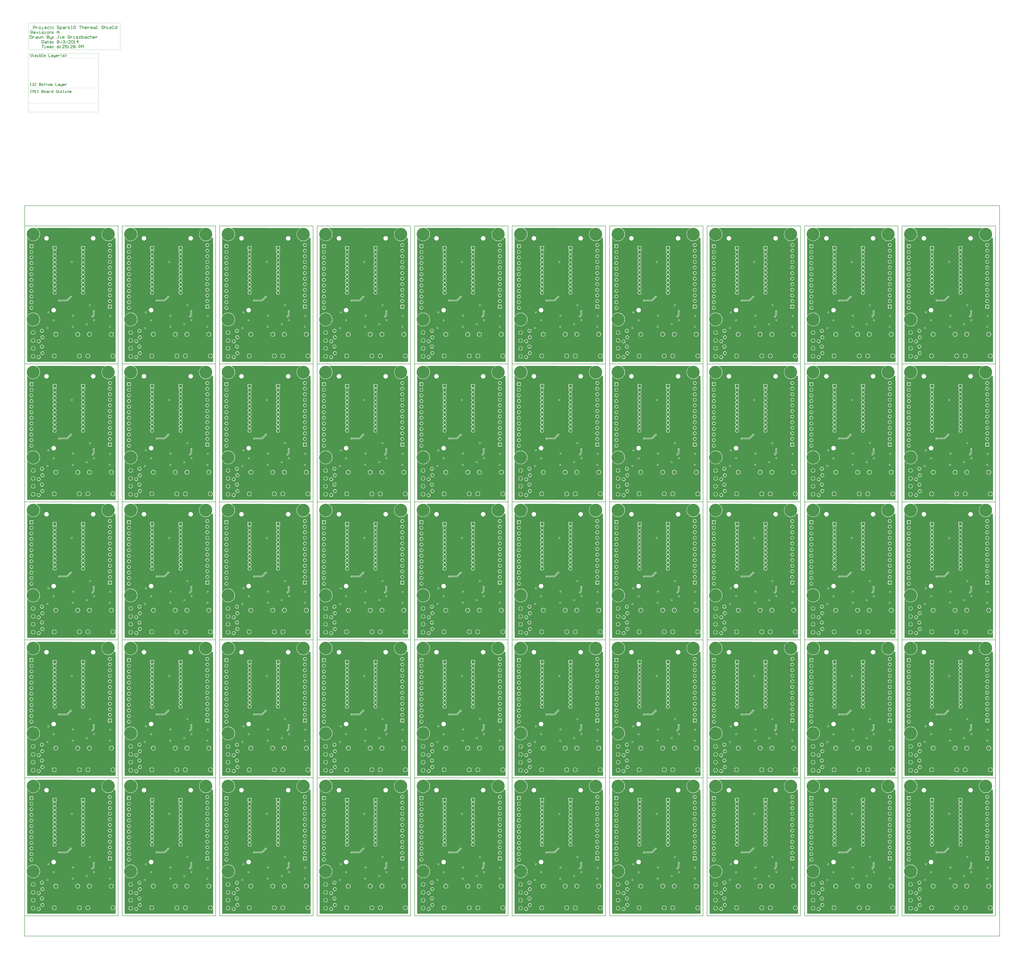
<source format=gbl>
%FSLAX25Y25*%
%MOIN*%
G70*
G01*
G75*
G04 Layer_Physical_Order=2*
G04 Layer_Color=16711680*
%ADD10C,0.01200*%
G04:AMPARAMS|DCode=11|XSize=37.4mil|YSize=25.59mil|CornerRadius=6.4mil|HoleSize=0mil|Usage=FLASHONLY|Rotation=270.000|XOffset=0mil|YOffset=0mil|HoleType=Round|Shape=RoundedRectangle|*
%AMROUNDEDRECTD11*
21,1,0.03740,0.01280,0,0,270.0*
21,1,0.02461,0.02559,0,0,270.0*
1,1,0.01280,-0.00640,-0.01230*
1,1,0.01280,-0.00640,0.01230*
1,1,0.01280,0.00640,0.01230*
1,1,0.01280,0.00640,-0.01230*
%
%ADD11ROUNDEDRECTD11*%
%ADD12R,0.02559X0.03740*%
%ADD13O,0.02362X0.07480*%
%ADD14R,0.03900X0.04300*%
%ADD15C,0.04000*%
%ADD16R,0.04300X0.03900*%
%ADD17C,0.01500*%
%ADD18C,0.01000*%
%ADD19C,0.02000*%
%ADD20C,0.00394*%
%ADD21R,0.07087X0.07087*%
%ADD22C,0.07087*%
%ADD23C,0.09449*%
%ADD24R,0.07500X0.07500*%
%ADD25C,0.07500*%
%ADD26C,0.08661*%
%ADD27C,0.31496*%
%ADD28C,0.02500*%
G36*
X198929Y384701D02*
X199043Y384214D01*
X197891Y383646D01*
X196066Y382427D01*
X194415Y380979D01*
X192968Y379328D01*
X191748Y377503D01*
X190777Y375534D01*
X190071Y373455D01*
X189643Y371302D01*
X189532Y369611D01*
X206283D01*
Y369111D01*
X206783D01*
Y352360D01*
X208474Y352471D01*
X210627Y352899D01*
X212706Y353605D01*
X214675Y354576D01*
X216501Y355795D01*
X218151Y357243D01*
X219599Y358894D01*
X220617Y360416D01*
X223966Y360387D01*
X223900Y347200D01*
X223900Y347200D01*
X224000Y347159D01*
Y54800D01*
X6500D01*
Y150402D01*
X6978Y150547D01*
X7968Y149067D01*
X9415Y147416D01*
X11066Y145968D01*
X12891Y144749D01*
X14861Y143778D01*
X16939Y143072D01*
X19093Y142644D01*
X20784Y142533D01*
Y159284D01*
Y176035D01*
X19093Y175925D01*
X16939Y175496D01*
X14861Y174791D01*
X12891Y173819D01*
X11066Y172600D01*
X9415Y171152D01*
X7968Y169501D01*
X6978Y168021D01*
X6500Y168166D01*
Y360402D01*
X6978Y360547D01*
X7968Y359067D01*
X9415Y357416D01*
X11066Y355969D01*
X12891Y354749D01*
X14861Y353778D01*
X16939Y353072D01*
X19093Y352644D01*
X20784Y352533D01*
Y369284D01*
X21283D01*
Y369784D01*
X38035D01*
X37924Y371475D01*
X37495Y373628D01*
X36790Y375707D01*
X35819Y377676D01*
X34599Y379502D01*
X33152Y381152D01*
X31501Y382600D01*
X29675Y383820D01*
X28698Y384302D01*
X28812Y384788D01*
X198929Y384701D01*
D02*
G37*
%LPC*%
G36*
X118200Y140700D02*
X116505D01*
X116580Y140322D01*
X117078Y139578D01*
X117822Y139081D01*
X118200Y139005D01*
Y140700D01*
D02*
G37*
G36*
X56800Y140395D02*
Y138700D01*
X58495D01*
X58419Y139078D01*
X57922Y139822D01*
X57178Y140320D01*
X56800Y140395D01*
D02*
G37*
G36*
X58495Y137700D02*
X56800D01*
Y136005D01*
X57178Y136081D01*
X57922Y136578D01*
X58419Y137322D01*
X58495Y137700D01*
D02*
G37*
G36*
X55800Y140395D02*
X55422Y140320D01*
X54678Y139822D01*
X54181Y139078D01*
X54105Y138700D01*
X55800D01*
Y140395D01*
D02*
G37*
G36*
X212195Y140700D02*
X210500D01*
Y139005D01*
X210878Y139081D01*
X211622Y139578D01*
X212120Y140322D01*
X212195Y140700D01*
D02*
G37*
G36*
X118200Y143395D02*
X117822Y143319D01*
X117078Y142822D01*
X116580Y142078D01*
X116505Y141700D01*
X118200D01*
Y143395D01*
D02*
G37*
G36*
X120895Y140700D02*
X119200D01*
Y139005D01*
X119578Y139081D01*
X120322Y139578D01*
X120819Y140322D01*
X120895Y140700D01*
D02*
G37*
G36*
X209500D02*
X207805D01*
X207880Y140322D01*
X208378Y139578D01*
X209122Y139081D01*
X209500Y139005D01*
Y140700D01*
D02*
G37*
G36*
X55800Y137700D02*
X54105D01*
X54181Y137322D01*
X54678Y136578D01*
X55422Y136081D01*
X55800Y136005D01*
Y137700D01*
D02*
G37*
G36*
X213606Y128428D02*
X212112Y128231D01*
X210719Y127655D01*
X209524Y126737D01*
X208606Y125541D01*
X208029Y124149D01*
X207833Y122654D01*
X208029Y121160D01*
X208606Y119767D01*
X209524Y118572D01*
X210719Y117654D01*
X212112Y117077D01*
X213606Y116881D01*
X215101Y117077D01*
X216493Y117654D01*
X217689Y118572D01*
X218607Y119767D01*
X219183Y121160D01*
X219380Y122654D01*
X219183Y124149D01*
X218607Y125541D01*
X217689Y126737D01*
X216493Y127655D01*
X215101Y128231D01*
X213606Y128428D01*
D02*
G37*
G36*
X20665Y126611D02*
X15855D01*
X15972Y125719D01*
X16509Y124423D01*
X17363Y123309D01*
X18477Y122455D01*
X19774Y121917D01*
X20665Y121800D01*
Y126611D01*
D02*
G37*
G36*
X130929Y128428D02*
X129435Y128231D01*
X128042Y127655D01*
X126846Y126737D01*
X125929Y125541D01*
X125352Y124149D01*
X125155Y122654D01*
X125352Y121160D01*
X125929Y119767D01*
X126846Y118572D01*
X128042Y117654D01*
X129435Y117077D01*
X130929Y116881D01*
X132423Y117077D01*
X133816Y117654D01*
X135012Y118572D01*
X135929Y119767D01*
X136506Y121160D01*
X136703Y122654D01*
X136506Y124149D01*
X135929Y125541D01*
X135012Y126737D01*
X133816Y127655D01*
X132423Y128231D01*
X130929Y128428D01*
D02*
G37*
G36*
X159669D02*
X158175Y128231D01*
X156782Y127655D01*
X155587Y126737D01*
X154669Y125541D01*
X154092Y124149D01*
X153895Y122654D01*
X154092Y121160D01*
X154669Y119767D01*
X155587Y118572D01*
X156782Y117654D01*
X158175Y117077D01*
X159669Y116881D01*
X161164Y117077D01*
X162556Y117654D01*
X163752Y118572D01*
X164670Y119767D01*
X165246Y121160D01*
X165443Y122654D01*
X165246Y124149D01*
X164670Y125541D01*
X163752Y126737D01*
X162556Y127655D01*
X161164Y128231D01*
X159669Y128428D01*
D02*
G37*
G36*
X20665Y132422D02*
X19774Y132305D01*
X18477Y131767D01*
X17363Y130913D01*
X16509Y129799D01*
X15972Y128503D01*
X15855Y127611D01*
X20665D01*
Y132422D01*
D02*
G37*
G36*
X21665D02*
Y127611D01*
X26476D01*
X26359Y128503D01*
X25822Y129799D01*
X24967Y130913D01*
X23854Y131767D01*
X22557Y132305D01*
X21665Y132422D01*
D02*
G37*
G36*
X26476Y126611D02*
X21665D01*
Y121800D01*
X22557Y121917D01*
X23854Y122455D01*
X24967Y123309D01*
X25822Y124423D01*
X26359Y125719D01*
X26476Y126611D01*
D02*
G37*
G36*
X42819Y136024D02*
X41633Y135868D01*
X40528Y135410D01*
X39579Y134682D01*
X38850Y133733D01*
X38392Y132628D01*
X38236Y131442D01*
X38392Y130256D01*
X38850Y129150D01*
X39579Y128201D01*
X40528Y127473D01*
X41633Y127015D01*
X42819Y126859D01*
X44005Y127015D01*
X45110Y127473D01*
X46059Y128201D01*
X46788Y129150D01*
X47245Y130256D01*
X47401Y131442D01*
X47245Y132628D01*
X46788Y133733D01*
X46059Y134682D01*
X45110Y135410D01*
X44005Y135868D01*
X42819Y136024D01*
D02*
G37*
G36*
X172995Y157000D02*
X171300D01*
Y155305D01*
X171678Y155380D01*
X172422Y155878D01*
X172919Y156622D01*
X172995Y157000D01*
D02*
G37*
G36*
X71200Y159395D02*
X70822Y159319D01*
X70078Y158822D01*
X69581Y158078D01*
X69505Y157700D01*
X71200D01*
Y159395D01*
D02*
G37*
G36*
X73895Y156700D02*
X72200D01*
Y155005D01*
X72578Y155080D01*
X73322Y155578D01*
X73819Y156322D01*
X73895Y156700D01*
D02*
G37*
G36*
X170300Y157000D02*
X168605D01*
X168681Y156622D01*
X169178Y155878D01*
X169922Y155380D01*
X170300Y155305D01*
Y157000D01*
D02*
G37*
G36*
X171300Y159695D02*
Y158000D01*
X172995D01*
X172919Y158378D01*
X172422Y159122D01*
X171678Y159619D01*
X171300Y159695D01*
D02*
G37*
G36*
X21783Y176035D02*
Y159784D01*
X38035D01*
X37924Y161475D01*
X37495Y163628D01*
X36790Y165707D01*
X35819Y167676D01*
X34599Y169501D01*
X33152Y171152D01*
X31501Y172600D01*
X29675Y173819D01*
X27706Y174791D01*
X25627Y175496D01*
X23474Y175925D01*
X21783Y176035D01*
D02*
G37*
G36*
X72200Y159395D02*
Y157700D01*
X73895D01*
X73819Y158078D01*
X73322Y158822D01*
X72578Y159319D01*
X72200Y159395D01*
D02*
G37*
G36*
X170300Y159695D02*
X169922Y159619D01*
X169178Y159122D01*
X168681Y158378D01*
X168605Y158000D01*
X170300D01*
Y159695D01*
D02*
G37*
G36*
X71200Y156700D02*
X69505D01*
X69581Y156322D01*
X70078Y155578D01*
X70822Y155080D01*
X71200Y155005D01*
Y156700D01*
D02*
G37*
G36*
X210500Y143395D02*
Y141700D01*
X212195D01*
X212120Y142078D01*
X211622Y142822D01*
X210878Y143319D01*
X210500Y143395D01*
D02*
G37*
G36*
X38035Y158784D02*
X21783D01*
Y142533D01*
X23474Y142644D01*
X25627Y143072D01*
X27706Y143778D01*
X29675Y144749D01*
X31501Y145968D01*
X33152Y147416D01*
X34599Y149067D01*
X35819Y150892D01*
X36790Y152861D01*
X37495Y154940D01*
X37924Y157093D01*
X38035Y158784D01*
D02*
G37*
G36*
X119200Y143395D02*
Y141700D01*
X120895D01*
X120819Y142078D01*
X120322Y142822D01*
X119578Y143319D01*
X119200Y143395D01*
D02*
G37*
G36*
X209500D02*
X209122Y143319D01*
X208378Y142822D01*
X207880Y142078D01*
X207805Y141700D01*
X209500D01*
Y143395D01*
D02*
G37*
G36*
X152600Y149795D02*
X152222Y149720D01*
X151478Y149222D01*
X150980Y148478D01*
X150905Y148100D01*
X152600D01*
Y149795D01*
D02*
G37*
G36*
X153600D02*
Y148100D01*
X155295D01*
X155219Y148478D01*
X154722Y149222D01*
X153978Y149720D01*
X153600Y149795D01*
D02*
G37*
G36*
X152600Y147100D02*
X150905D01*
X150980Y146722D01*
X151478Y145978D01*
X152222Y145481D01*
X152600Y145405D01*
Y147100D01*
D02*
G37*
G36*
X155295D02*
X153600D01*
Y145405D01*
X153978Y145481D01*
X154722Y145978D01*
X155219Y146722D01*
X155295Y147100D01*
D02*
G37*
G36*
X20665Y73737D02*
X19774Y73620D01*
X18477Y73082D01*
X17363Y72228D01*
X16509Y71114D01*
X15972Y69818D01*
X15855Y68926D01*
X20665D01*
Y73737D01*
D02*
G37*
G36*
X21665D02*
Y68926D01*
X26476D01*
X26359Y69818D01*
X25822Y71114D01*
X24967Y72228D01*
X23854Y73082D01*
X22557Y73620D01*
X21665Y73737D01*
D02*
G37*
G36*
X217043Y69005D02*
X211835D01*
X211966Y68010D01*
X212543Y66618D01*
X213461Y65422D01*
X214656Y64504D01*
X216049Y63928D01*
X217043Y63797D01*
Y69005D01*
D02*
G37*
G36*
X223251D02*
X218043D01*
Y63797D01*
X219038Y63928D01*
X220430Y64504D01*
X221626Y65422D01*
X222544Y66618D01*
X223120Y68010D01*
X223251Y69005D01*
D02*
G37*
G36*
X134366Y75213D02*
X133372Y75082D01*
X131979Y74505D01*
X130783Y73587D01*
X129866Y72392D01*
X129289Y70999D01*
X129158Y70005D01*
X134366D01*
Y75213D01*
D02*
G37*
G36*
X135366D02*
Y70005D01*
X140574D01*
X140443Y70999D01*
X139866Y72392D01*
X138949Y73587D01*
X137753Y74505D01*
X136361Y75082D01*
X135366Y75213D01*
D02*
G37*
G36*
X72555D02*
X71561Y75082D01*
X70168Y74505D01*
X68972Y73587D01*
X68055Y72392D01*
X67478Y70999D01*
X67347Y70005D01*
X72555D01*
Y75213D01*
D02*
G37*
G36*
X73555D02*
Y70005D01*
X78763D01*
X78632Y70999D01*
X78055Y72392D01*
X77138Y73587D01*
X75942Y74505D01*
X74550Y75082D01*
X73555Y75213D01*
D02*
G37*
G36*
X161440Y69005D02*
X156232D01*
Y63797D01*
X157227Y63928D01*
X158619Y64504D01*
X159815Y65422D01*
X160733Y66618D01*
X161309Y68010D01*
X161440Y69005D01*
D02*
G37*
G36*
X26476Y67926D02*
X21665D01*
Y63115D01*
X22557Y63232D01*
X23854Y63770D01*
X24967Y64624D01*
X25822Y65738D01*
X26359Y67034D01*
X26476Y67926D01*
D02*
G37*
G36*
X72555Y69005D02*
X67347D01*
X67478Y68010D01*
X68055Y66618D01*
X68972Y65422D01*
X70168Y64504D01*
X71561Y63928D01*
X72555Y63797D01*
Y69005D01*
D02*
G37*
G36*
X34945Y71040D02*
X33759Y70884D01*
X32654Y70426D01*
X31705Y69698D01*
X30976Y68749D01*
X30518Y67643D01*
X30362Y66457D01*
X30518Y65271D01*
X30976Y64166D01*
X31705Y63217D01*
X32654Y62489D01*
X33759Y62031D01*
X34945Y61875D01*
X36131Y62031D01*
X37236Y62489D01*
X38185Y63217D01*
X38913Y64166D01*
X39371Y65271D01*
X39527Y66457D01*
X39371Y67643D01*
X38913Y68749D01*
X38185Y69698D01*
X37236Y70426D01*
X36131Y70884D01*
X34945Y71040D01*
D02*
G37*
G36*
X20665Y67926D02*
X15855D01*
X15972Y67034D01*
X16509Y65738D01*
X17363Y64624D01*
X18477Y63770D01*
X19774Y63232D01*
X20665Y63115D01*
Y67926D01*
D02*
G37*
G36*
X140574Y69005D02*
X135366D01*
Y63797D01*
X136361Y63928D01*
X137753Y64504D01*
X138949Y65422D01*
X139866Y66618D01*
X140443Y68010D01*
X140574Y69005D01*
D02*
G37*
G36*
X155232D02*
X150024D01*
X150155Y68010D01*
X150732Y66618D01*
X151650Y65422D01*
X152845Y64504D01*
X154238Y63928D01*
X155232Y63797D01*
Y69005D01*
D02*
G37*
G36*
X78763D02*
X73555D01*
Y63797D01*
X74550Y63928D01*
X75942Y64504D01*
X77138Y65422D01*
X78055Y66618D01*
X78632Y68010D01*
X78763Y69005D01*
D02*
G37*
G36*
X134366D02*
X129158D01*
X129289Y68010D01*
X129866Y66618D01*
X130783Y65422D01*
X131979Y64504D01*
X133372Y63928D01*
X134366Y63797D01*
Y69005D01*
D02*
G37*
G36*
X20665Y106926D02*
X15855D01*
X15972Y106034D01*
X16509Y104738D01*
X17363Y103624D01*
X18477Y102770D01*
X19774Y102233D01*
X20665Y102115D01*
Y106926D01*
D02*
G37*
G36*
X26476D02*
X21665D01*
Y102115D01*
X22557Y102233D01*
X23854Y102770D01*
X24967Y103624D01*
X25822Y104738D01*
X26359Y106034D01*
X26476Y106926D01*
D02*
G37*
G36*
X21665Y93422D02*
Y88611D01*
X26476D01*
X26359Y89503D01*
X25822Y90799D01*
X24967Y91913D01*
X23854Y92767D01*
X22557Y93305D01*
X21665Y93422D01*
D02*
G37*
G36*
X34945Y110040D02*
X33759Y109884D01*
X32654Y109426D01*
X31705Y108698D01*
X30976Y107749D01*
X30518Y106643D01*
X30362Y105457D01*
X30518Y104271D01*
X30976Y103166D01*
X31705Y102217D01*
X32654Y101489D01*
X33759Y101031D01*
X34945Y100875D01*
X36131Y101031D01*
X37236Y101489D01*
X38185Y102217D01*
X38913Y103166D01*
X39371Y104271D01*
X39527Y105457D01*
X39371Y106643D01*
X38913Y107749D01*
X38185Y108698D01*
X37236Y109426D01*
X36131Y109884D01*
X34945Y110040D01*
D02*
G37*
G36*
X44000Y119883D02*
X42814Y119726D01*
X41709Y119269D01*
X40760Y118540D01*
X40031Y117591D01*
X39574Y116486D01*
X39417Y115300D01*
X39574Y114114D01*
X40031Y113009D01*
X40760Y112060D01*
X41709Y111331D01*
X42814Y110874D01*
X44000Y110717D01*
X45186Y110874D01*
X46291Y111331D01*
X47240Y112060D01*
X47969Y113009D01*
X48426Y114114D01*
X48583Y115300D01*
X48426Y116486D01*
X47969Y117591D01*
X47240Y118540D01*
X46291Y119269D01*
X45186Y119726D01*
X44000Y119883D01*
D02*
G37*
G36*
X76992Y128428D02*
X75498Y128231D01*
X74105Y127655D01*
X72909Y126737D01*
X71992Y125541D01*
X71415Y124149D01*
X71218Y122654D01*
X71415Y121160D01*
X71992Y119767D01*
X72909Y118572D01*
X74105Y117654D01*
X75498Y117077D01*
X76992Y116881D01*
X78487Y117077D01*
X79879Y117654D01*
X81075Y118572D01*
X81992Y119767D01*
X82569Y121160D01*
X82766Y122654D01*
X82569Y124149D01*
X81992Y125541D01*
X81075Y126737D01*
X79879Y127655D01*
X78487Y128231D01*
X76992Y128428D01*
D02*
G37*
G36*
X20665Y112737D02*
X19774Y112619D01*
X18477Y112082D01*
X17363Y111228D01*
X16509Y110114D01*
X15972Y108818D01*
X15855Y107926D01*
X20665D01*
Y112737D01*
D02*
G37*
G36*
X21665D02*
Y107926D01*
X26476D01*
X26359Y108818D01*
X25822Y110114D01*
X24967Y111228D01*
X23854Y112082D01*
X22557Y112619D01*
X21665Y112737D01*
D02*
G37*
G36*
X20665Y93422D02*
X19774Y93305D01*
X18477Y92767D01*
X17363Y91913D01*
X16509Y90799D01*
X15972Y89503D01*
X15855Y88611D01*
X20665D01*
Y93422D01*
D02*
G37*
G36*
X217043Y75213D02*
X216049Y75082D01*
X214656Y74505D01*
X213461Y73587D01*
X212543Y72392D01*
X211966Y70999D01*
X211835Y70005D01*
X217043D01*
Y75213D01*
D02*
G37*
G36*
X218043D02*
Y70005D01*
X223251D01*
X223120Y70999D01*
X222544Y72392D01*
X221626Y73587D01*
X220430Y74505D01*
X219038Y75082D01*
X218043Y75213D01*
D02*
G37*
G36*
X155232D02*
X154238Y75082D01*
X152845Y74505D01*
X151650Y73587D01*
X150732Y72392D01*
X150155Y70999D01*
X150024Y70005D01*
X155232D01*
Y75213D01*
D02*
G37*
G36*
X156232D02*
Y70005D01*
X161440D01*
X161309Y70999D01*
X160733Y72392D01*
X159815Y73587D01*
X158619Y74505D01*
X157227Y75082D01*
X156232Y75213D01*
D02*
G37*
G36*
X26476Y87611D02*
X21665D01*
Y82800D01*
X22557Y82917D01*
X23854Y83455D01*
X24967Y84309D01*
X25822Y85423D01*
X26359Y86719D01*
X26476Y87611D01*
D02*
G37*
G36*
X42819Y97024D02*
X41633Y96868D01*
X40528Y96410D01*
X39579Y95682D01*
X38850Y94733D01*
X38392Y93628D01*
X38236Y92442D01*
X38392Y91256D01*
X38850Y90150D01*
X39579Y89201D01*
X40528Y88473D01*
X41633Y88015D01*
X42819Y87859D01*
X44005Y88015D01*
X45110Y88473D01*
X46059Y89201D01*
X46788Y90150D01*
X47245Y91256D01*
X47401Y92442D01*
X47245Y93628D01*
X46788Y94733D01*
X46059Y95682D01*
X45110Y96410D01*
X44005Y96868D01*
X42819Y97024D01*
D02*
G37*
G36*
X44000Y80883D02*
X42814Y80726D01*
X41709Y80269D01*
X40760Y79540D01*
X40031Y78591D01*
X39574Y77486D01*
X39417Y76300D01*
X39574Y75114D01*
X40031Y74009D01*
X40760Y73060D01*
X41709Y72331D01*
X42814Y71874D01*
X44000Y71718D01*
X45186Y71874D01*
X46291Y72331D01*
X47240Y73060D01*
X47969Y74009D01*
X48426Y75114D01*
X48583Y76300D01*
X48426Y77486D01*
X47969Y78591D01*
X47240Y79540D01*
X46291Y80269D01*
X45186Y80726D01*
X44000Y80883D01*
D02*
G37*
G36*
X20665Y87611D02*
X15855D01*
X15972Y86719D01*
X16509Y85423D01*
X17363Y84309D01*
X18477Y83455D01*
X19774Y82917D01*
X20665Y82800D01*
Y87611D01*
D02*
G37*
G36*
X170500Y181994D02*
X169622Y181819D01*
X168878Y181322D01*
X168380Y180578D01*
X168206Y179700D01*
X168380Y178822D01*
X168716Y178321D01*
Y170639D01*
X167014Y168937D01*
X166422Y168819D01*
X165678Y168322D01*
X165181Y167578D01*
X165006Y166700D01*
X165181Y165822D01*
X165678Y165078D01*
X166422Y164581D01*
X167300Y164406D01*
X168178Y164581D01*
X168922Y165078D01*
X169420Y165822D01*
X169537Y166414D01*
X171762Y168638D01*
X171762Y168638D01*
X172149Y169217D01*
X172284Y169900D01*
Y178321D01*
X172619Y178822D01*
X172794Y179700D01*
X172619Y180578D01*
X172122Y181322D01*
X171378Y181819D01*
X170500Y181994D01*
D02*
G37*
G36*
X209500Y305683D02*
X208814Y305592D01*
X207709Y305135D01*
X206760Y304406D01*
X206031Y303457D01*
X205574Y302352D01*
X205483Y301666D01*
X209500D01*
Y305683D01*
D02*
G37*
G36*
X210500D02*
Y301666D01*
X214517D01*
X214426Y302352D01*
X213969Y303457D01*
X213240Y304406D01*
X212291Y305135D01*
X211186Y305592D01*
X210500Y305683D01*
D02*
G37*
G36*
X115900Y303295D02*
X115522Y303220D01*
X114778Y302722D01*
X114280Y301978D01*
X114205Y301600D01*
X115900D01*
Y303295D01*
D02*
G37*
G36*
X116900D02*
Y301600D01*
X118595D01*
X118519Y301978D01*
X118022Y302722D01*
X117278Y303220D01*
X116900Y303295D01*
D02*
G37*
G36*
X17000Y316693D02*
X15814Y316537D01*
X14709Y316080D01*
X13760Y315351D01*
X13031Y314402D01*
X12574Y313297D01*
X12417Y312111D01*
X12574Y310925D01*
X13031Y309820D01*
X13760Y308871D01*
X14709Y308142D01*
X15814Y307685D01*
X17000Y307528D01*
X18186Y307685D01*
X19291Y308142D01*
X20240Y308871D01*
X20969Y309820D01*
X21426Y310925D01*
X21583Y312111D01*
X21426Y313297D01*
X20969Y314402D01*
X20240Y315351D01*
X19291Y316080D01*
X18186Y316537D01*
X17000Y316693D01*
D02*
G37*
G36*
X210000Y319528D02*
X208814Y319372D01*
X207709Y318914D01*
X206760Y318186D01*
X206031Y317237D01*
X205574Y316132D01*
X205417Y314946D01*
X205574Y313760D01*
X206031Y312654D01*
X206760Y311705D01*
X207709Y310977D01*
X208814Y310519D01*
X210000Y310363D01*
X211186Y310519D01*
X212291Y310977D01*
X213240Y311705D01*
X213969Y312654D01*
X214426Y313760D01*
X214582Y314946D01*
X214426Y316132D01*
X213969Y317237D01*
X213240Y318186D01*
X212291Y318914D01*
X211186Y319372D01*
X210000Y319528D01*
D02*
G37*
G36*
X143500Y310025D02*
X142760Y309928D01*
X141604Y309449D01*
X140612Y308688D01*
X139851Y307696D01*
X139372Y306540D01*
X139275Y305800D01*
X143500D01*
Y310025D01*
D02*
G37*
G36*
X144500D02*
Y305800D01*
X148725D01*
X148628Y306540D01*
X148149Y307696D01*
X147388Y308688D01*
X146396Y309449D01*
X145240Y309928D01*
X144500Y310025D01*
D02*
G37*
G36*
X148725Y304800D02*
X144500D01*
Y300575D01*
X145240Y300672D01*
X146396Y301151D01*
X147388Y301912D01*
X148149Y302905D01*
X148628Y304060D01*
X148725Y304800D01*
D02*
G37*
G36*
X17000Y302914D02*
X15814Y302758D01*
X14709Y302300D01*
X13760Y301572D01*
X13031Y300623D01*
X12574Y299517D01*
X12417Y298331D01*
X12574Y297146D01*
X13031Y296040D01*
X13760Y295091D01*
X14709Y294363D01*
X15814Y293905D01*
X17000Y293749D01*
X18186Y293905D01*
X19291Y294363D01*
X20240Y295091D01*
X20969Y296040D01*
X21426Y297146D01*
X21583Y298331D01*
X21426Y299517D01*
X20969Y300623D01*
X20240Y301572D01*
X19291Y302300D01*
X18186Y302758D01*
X17000Y302914D01*
D02*
G37*
G36*
X209500Y300666D02*
X205483D01*
X205574Y299980D01*
X206031Y298875D01*
X206760Y297926D01*
X207709Y297198D01*
X208814Y296740D01*
X209500Y296650D01*
Y300666D01*
D02*
G37*
G36*
X17000Y289135D02*
X15814Y288978D01*
X14709Y288521D01*
X13760Y287792D01*
X13031Y286843D01*
X12574Y285738D01*
X12417Y284552D01*
X12574Y283366D01*
X13031Y282261D01*
X13760Y281312D01*
X14709Y280583D01*
X15814Y280126D01*
X17000Y279970D01*
X18186Y280126D01*
X19291Y280583D01*
X20240Y281312D01*
X20969Y282261D01*
X21426Y283366D01*
X21583Y284552D01*
X21426Y285738D01*
X20969Y286843D01*
X20240Y287792D01*
X19291Y288521D01*
X18186Y288978D01*
X17000Y289135D01*
D02*
G37*
G36*
X210000Y291969D02*
X208814Y291813D01*
X207709Y291355D01*
X206760Y290627D01*
X206031Y289678D01*
X205574Y288573D01*
X205417Y287387D01*
X205574Y286201D01*
X206031Y285095D01*
X206760Y284146D01*
X207709Y283418D01*
X208814Y282960D01*
X210000Y282804D01*
X211186Y282960D01*
X212291Y283418D01*
X213240Y284146D01*
X213969Y285095D01*
X214426Y286201D01*
X214582Y287387D01*
X214426Y288573D01*
X213969Y289678D01*
X213240Y290627D01*
X212291Y291355D01*
X211186Y291813D01*
X210000Y291969D01*
D02*
G37*
G36*
X118595Y300600D02*
X116900D01*
Y298905D01*
X117278Y298980D01*
X118022Y299478D01*
X118519Y300222D01*
X118595Y300600D01*
D02*
G37*
G36*
X143500Y304800D02*
X139275D01*
X139372Y304060D01*
X139851Y302905D01*
X140612Y301912D01*
X141604Y301151D01*
X142760Y300672D01*
X143500Y300575D01*
Y304800D01*
D02*
G37*
G36*
X214517Y300666D02*
X210500D01*
Y296650D01*
X211186Y296740D01*
X212291Y297198D01*
X213240Y297926D01*
X213969Y298875D01*
X214426Y299980D01*
X214517Y300666D01*
D02*
G37*
G36*
X115900Y300600D02*
X114205D01*
X114280Y300222D01*
X114778Y299478D01*
X115522Y298980D01*
X115900Y298905D01*
Y300600D01*
D02*
G37*
G36*
X21543Y344213D02*
X12457D01*
Y335127D01*
X21543D01*
Y344213D01*
D02*
G37*
G36*
X210000Y347087D02*
X208814Y346931D01*
X207709Y346473D01*
X206760Y345745D01*
X206031Y344796D01*
X205574Y343691D01*
X205417Y342505D01*
X205574Y341319D01*
X206031Y340213D01*
X206760Y339264D01*
X207709Y338536D01*
X208814Y338078D01*
X210000Y337922D01*
X211186Y338078D01*
X212291Y338536D01*
X213240Y339264D01*
X213969Y340213D01*
X214426Y341319D01*
X214582Y342505D01*
X214426Y343691D01*
X213969Y344796D01*
X213240Y345745D01*
X212291Y346473D01*
X211186Y346931D01*
X210000Y347087D01*
D02*
G37*
G36*
X17500Y330407D02*
Y326391D01*
X21517D01*
X21426Y327077D01*
X20969Y328182D01*
X20240Y329131D01*
X19291Y329859D01*
X18186Y330317D01*
X17500Y330407D01*
D02*
G37*
G36*
X78750Y340050D02*
X69250D01*
Y330550D01*
X73664D01*
X73665Y330529D01*
X74335D01*
X74336Y330550D01*
X78750D01*
Y340050D01*
D02*
G37*
G36*
X54000Y364879D02*
X52556Y364689D01*
X51211Y364131D01*
X50055Y363245D01*
X49169Y362089D01*
X48611Y360744D01*
X48421Y359300D01*
X48611Y357856D01*
X49169Y356511D01*
X50055Y355355D01*
X51211Y354469D01*
X52556Y353911D01*
X54000Y353721D01*
X55444Y353911D01*
X56789Y354469D01*
X57945Y355355D01*
X58831Y356511D01*
X59389Y357856D01*
X59579Y359300D01*
X59389Y360744D01*
X58831Y362089D01*
X57945Y363245D01*
X56789Y364131D01*
X55444Y364689D01*
X54000Y364879D01*
D02*
G37*
G36*
X169000D02*
X167556Y364689D01*
X166211Y364131D01*
X165055Y363245D01*
X164169Y362089D01*
X163611Y360744D01*
X163421Y359300D01*
X163611Y357856D01*
X164169Y356511D01*
X165055Y355355D01*
X166211Y354469D01*
X167556Y353911D01*
X169000Y353721D01*
X170444Y353911D01*
X171789Y354469D01*
X172945Y355355D01*
X173831Y356511D01*
X174389Y357856D01*
X174579Y359300D01*
X174389Y360744D01*
X173831Y362089D01*
X172945Y363245D01*
X171789Y364131D01*
X170444Y364689D01*
X169000Y364879D01*
D02*
G37*
G36*
X205783Y368611D02*
X189532D01*
X189643Y366920D01*
X190071Y364767D01*
X190777Y362688D01*
X191748Y360719D01*
X192968Y358894D01*
X194415Y357243D01*
X196066Y355795D01*
X197891Y354576D01*
X199860Y353605D01*
X201939Y352899D01*
X204093Y352471D01*
X205783Y352360D01*
Y368611D01*
D02*
G37*
G36*
X38035Y368784D02*
X21783D01*
Y352533D01*
X23474Y352644D01*
X25627Y353072D01*
X27706Y353778D01*
X29675Y354749D01*
X31501Y355969D01*
X33152Y357416D01*
X34599Y359067D01*
X35819Y360892D01*
X36790Y362861D01*
X37495Y364940D01*
X37924Y367093D01*
X38035Y368784D01*
D02*
G37*
G36*
X16500Y330407D02*
X15814Y330317D01*
X14709Y329859D01*
X13760Y329131D01*
X13031Y328182D01*
X12574Y327077D01*
X12483Y326391D01*
X16500D01*
Y330407D01*
D02*
G37*
G36*
X78725Y324800D02*
X74500D01*
Y320575D01*
X75240Y320672D01*
X76395Y321151D01*
X77388Y321912D01*
X78149Y322904D01*
X78628Y324060D01*
X78725Y324800D01*
D02*
G37*
G36*
X16500Y325391D02*
X12483D01*
X12574Y324705D01*
X13031Y323599D01*
X13760Y322650D01*
X14709Y321922D01*
X15814Y321464D01*
X16500Y321374D01*
Y325391D01*
D02*
G37*
G36*
X148750Y340050D02*
X139250D01*
Y330550D01*
X143664D01*
X143697Y330051D01*
X142760Y329928D01*
X141604Y329449D01*
X140612Y328688D01*
X139851Y327695D01*
X139372Y326540D01*
X139209Y325300D01*
X139372Y324060D01*
X139851Y322904D01*
X140612Y321912D01*
X141604Y321151D01*
X142760Y320672D01*
X143689Y320550D01*
Y320050D01*
X142760Y319928D01*
X141604Y319449D01*
X140612Y318688D01*
X139851Y317695D01*
X139372Y316540D01*
X139209Y315300D01*
X139372Y314060D01*
X139851Y312905D01*
X140612Y311912D01*
X141604Y311151D01*
X142760Y310672D01*
X143689Y310550D01*
Y310529D01*
X143843D01*
X144000Y310509D01*
X144157Y310529D01*
X144311D01*
Y310550D01*
X145240Y310672D01*
X146396Y311151D01*
X147388Y311912D01*
X148149Y312905D01*
X148628Y314060D01*
X148791Y315300D01*
X148628Y316540D01*
X148149Y317695D01*
X147388Y318688D01*
X146396Y319449D01*
X145240Y319928D01*
X144311Y320050D01*
Y320550D01*
X145240Y320672D01*
X146396Y321151D01*
X147388Y321912D01*
X148149Y322904D01*
X148628Y324060D01*
X148791Y325300D01*
X148628Y326540D01*
X148149Y327695D01*
X147388Y328688D01*
X146396Y329449D01*
X145240Y329928D01*
X144303Y330051D01*
X144336Y330550D01*
X148750D01*
Y340050D01*
D02*
G37*
G36*
X73500Y324800D02*
X69275D01*
X69372Y324060D01*
X69851Y322904D01*
X70612Y321912D01*
X71605Y321151D01*
X72760Y320672D01*
X73500Y320575D01*
Y324800D01*
D02*
G37*
G36*
Y330025D02*
X72760Y329928D01*
X71605Y329449D01*
X70612Y328688D01*
X69851Y327695D01*
X69372Y326540D01*
X69275Y325800D01*
X73500D01*
Y330025D01*
D02*
G37*
G36*
X74500D02*
Y325800D01*
X78725D01*
X78628Y326540D01*
X78149Y327695D01*
X77388Y328688D01*
X76395Y329449D01*
X75240Y329928D01*
X74500Y330025D01*
D02*
G37*
G36*
X21517Y325391D02*
X17500D01*
Y321374D01*
X18186Y321464D01*
X19291Y321922D01*
X20240Y322650D01*
X20969Y323599D01*
X21426Y324705D01*
X21517Y325391D01*
D02*
G37*
G36*
X210000Y333308D02*
X208814Y333152D01*
X207709Y332694D01*
X206760Y331965D01*
X206031Y331016D01*
X205574Y329911D01*
X205417Y328725D01*
X205574Y327539D01*
X206031Y326434D01*
X206760Y325485D01*
X207709Y324757D01*
X208814Y324299D01*
X210000Y324143D01*
X211186Y324299D01*
X212291Y324757D01*
X213240Y325485D01*
X213969Y326434D01*
X214426Y327539D01*
X214582Y328725D01*
X214426Y329911D01*
X213969Y331016D01*
X213240Y331965D01*
X212291Y332694D01*
X211186Y333152D01*
X210000Y333308D01*
D02*
G37*
G36*
X58200Y178995D02*
X57822Y178919D01*
X57078Y178422D01*
X56581Y177678D01*
X56505Y177300D01*
X58200D01*
Y178995D01*
D02*
G37*
G36*
X59200D02*
Y177300D01*
X60895D01*
X60819Y177678D01*
X60322Y178422D01*
X59578Y178919D01*
X59200Y178995D01*
D02*
G37*
G36*
X60895Y176300D02*
X59200D01*
Y174605D01*
X59578Y174680D01*
X60322Y175178D01*
X60819Y175922D01*
X60895Y176300D01*
D02*
G37*
G36*
X71600Y187779D02*
X70156Y187589D01*
X68811Y187031D01*
X67655Y186145D01*
X66769Y184989D01*
X66211Y183644D01*
X66021Y182200D01*
X66211Y180756D01*
X66769Y179411D01*
X67655Y178255D01*
X68811Y177369D01*
X70156Y176811D01*
X71600Y176621D01*
X73044Y176811D01*
X74389Y177369D01*
X75545Y178255D01*
X76431Y179411D01*
X76989Y180756D01*
X77179Y182200D01*
X76989Y183644D01*
X76431Y184989D01*
X75545Y186145D01*
X74389Y187031D01*
X73044Y187589D01*
X71600Y187779D01*
D02*
G37*
G36*
X160500Y194200D02*
X158805D01*
X158880Y193822D01*
X159378Y193078D01*
X160122Y192580D01*
X160500Y192505D01*
Y194200D01*
D02*
G37*
G36*
X163195D02*
X161500D01*
Y192505D01*
X161878Y192580D01*
X162622Y193078D01*
X163119Y193822D01*
X163195Y194200D01*
D02*
G37*
G36*
X17000Y192678D02*
X15814Y192522D01*
X14709Y192064D01*
X13760Y191336D01*
X13031Y190386D01*
X12574Y189281D01*
X12417Y188095D01*
X12574Y186909D01*
X13031Y185804D01*
X13760Y184855D01*
X14709Y184127D01*
X15814Y183669D01*
X17000Y183513D01*
X18186Y183669D01*
X19291Y184127D01*
X20240Y184855D01*
X20969Y185804D01*
X21426Y186909D01*
X21583Y188095D01*
X21426Y189281D01*
X20969Y190386D01*
X20240Y191336D01*
X19291Y192064D01*
X18186Y192522D01*
X17000Y192678D01*
D02*
G37*
G36*
X214543Y195473D02*
X205457D01*
Y186387D01*
X214543D01*
Y195473D01*
D02*
G37*
G36*
X58200Y176300D02*
X56505D01*
X56581Y175922D01*
X57078Y175178D01*
X57822Y174680D01*
X58200Y174605D01*
Y176300D01*
D02*
G37*
G36*
X118900Y168400D02*
X117205D01*
X117280Y168022D01*
X117778Y167278D01*
X118522Y166780D01*
X118900Y166705D01*
Y168400D01*
D02*
G37*
G36*
X121595D02*
X119900D01*
Y166705D01*
X120278Y166780D01*
X121022Y167278D01*
X121519Y168022D01*
X121595Y168400D01*
D02*
G37*
G36*
X210400Y167900D02*
X208705D01*
X208781Y167522D01*
X209278Y166778D01*
X210022Y166280D01*
X210400Y166205D01*
Y167900D01*
D02*
G37*
G36*
X213095D02*
X211400D01*
Y166205D01*
X211778Y166280D01*
X212522Y166778D01*
X213019Y167522D01*
X213095Y167900D01*
D02*
G37*
G36*
X118900Y171095D02*
X118522Y171019D01*
X117778Y170522D01*
X117280Y169778D01*
X117205Y169400D01*
X118900D01*
Y171095D01*
D02*
G37*
G36*
X119900D02*
Y169400D01*
X121595D01*
X121519Y169778D01*
X121022Y170522D01*
X120278Y171019D01*
X119900Y171095D01*
D02*
G37*
G36*
X210400Y170595D02*
X210022Y170519D01*
X209278Y170022D01*
X208781Y169278D01*
X208705Y168900D01*
X210400D01*
Y170595D01*
D02*
G37*
G36*
X211400D02*
Y168900D01*
X213095D01*
X213019Y169278D01*
X212522Y170022D01*
X211778Y170519D01*
X211400Y170595D01*
D02*
G37*
G36*
X17000Y247796D02*
X15814Y247640D01*
X14709Y247182D01*
X13760Y246454D01*
X13031Y245505D01*
X12574Y244399D01*
X12417Y243213D01*
X12574Y242027D01*
X13031Y240922D01*
X13760Y239973D01*
X14709Y239245D01*
X15814Y238787D01*
X17000Y238631D01*
X18186Y238787D01*
X19291Y239245D01*
X20240Y239973D01*
X20969Y240922D01*
X21426Y242027D01*
X21583Y243213D01*
X21426Y244399D01*
X20969Y245505D01*
X20240Y246454D01*
X19291Y247182D01*
X18186Y247640D01*
X17000Y247796D01*
D02*
G37*
G36*
X210000Y250630D02*
X208814Y250474D01*
X207709Y250017D01*
X206760Y249288D01*
X206031Y248339D01*
X205574Y247234D01*
X205417Y246048D01*
X205574Y244862D01*
X206031Y243757D01*
X206760Y242808D01*
X207709Y242079D01*
X208814Y241622D01*
X210000Y241465D01*
X211186Y241622D01*
X212291Y242079D01*
X213240Y242808D01*
X213969Y243757D01*
X214426Y244862D01*
X214582Y246048D01*
X214426Y247234D01*
X213969Y248339D01*
X213240Y249288D01*
X212291Y250017D01*
X211186Y250474D01*
X210000Y250630D01*
D02*
G37*
G36*
X17000Y234016D02*
X15814Y233860D01*
X14709Y233402D01*
X13760Y232674D01*
X13031Y231725D01*
X12574Y230620D01*
X12417Y229434D01*
X12574Y228248D01*
X13031Y227143D01*
X13760Y226193D01*
X14709Y225465D01*
X15814Y225008D01*
X17000Y224851D01*
X18186Y225008D01*
X19291Y225465D01*
X20240Y226193D01*
X20969Y227143D01*
X21426Y228248D01*
X21583Y229434D01*
X21426Y230620D01*
X20969Y231725D01*
X20240Y232674D01*
X19291Y233402D01*
X18186Y233860D01*
X17000Y234016D01*
D02*
G37*
G36*
X210000Y236851D02*
X208814Y236695D01*
X207709Y236237D01*
X206760Y235509D01*
X206031Y234560D01*
X205574Y233454D01*
X205417Y232269D01*
X205574Y231083D01*
X206031Y229977D01*
X206760Y229028D01*
X207709Y228300D01*
X208814Y227842D01*
X210000Y227686D01*
X211186Y227842D01*
X212291Y228300D01*
X213240Y229028D01*
X213969Y229977D01*
X214426Y231083D01*
X214582Y232269D01*
X214426Y233454D01*
X213969Y234560D01*
X213240Y235509D01*
X212291Y236237D01*
X211186Y236695D01*
X210000Y236851D01*
D02*
G37*
G36*
X17000Y275355D02*
X15814Y275199D01*
X14709Y274741D01*
X13760Y274013D01*
X13031Y273064D01*
X12574Y271958D01*
X12417Y270772D01*
X12574Y269586D01*
X13031Y268481D01*
X13760Y267532D01*
X14709Y266804D01*
X15814Y266346D01*
X17000Y266190D01*
X18186Y266346D01*
X19291Y266804D01*
X20240Y267532D01*
X20969Y268481D01*
X21426Y269586D01*
X21583Y270772D01*
X21426Y271958D01*
X20969Y273064D01*
X20240Y274013D01*
X19291Y274741D01*
X18186Y275199D01*
X17000Y275355D01*
D02*
G37*
G36*
X210000Y278190D02*
X208814Y278033D01*
X207709Y277576D01*
X206760Y276847D01*
X206031Y275898D01*
X205574Y274793D01*
X205417Y273607D01*
X205574Y272421D01*
X206031Y271316D01*
X206760Y270367D01*
X207709Y269638D01*
X208814Y269181D01*
X210000Y269025D01*
X211186Y269181D01*
X212291Y269638D01*
X213240Y270367D01*
X213969Y271316D01*
X214426Y272421D01*
X214582Y273607D01*
X214426Y274793D01*
X213969Y275898D01*
X213240Y276847D01*
X212291Y277576D01*
X211186Y278033D01*
X210000Y278190D01*
D02*
G37*
G36*
X17000Y261575D02*
X15814Y261419D01*
X14709Y260962D01*
X13760Y260233D01*
X13031Y259284D01*
X12574Y258179D01*
X12417Y256993D01*
X12574Y255807D01*
X13031Y254702D01*
X13760Y253753D01*
X14709Y253024D01*
X15814Y252567D01*
X17000Y252410D01*
X18186Y252567D01*
X19291Y253024D01*
X20240Y253753D01*
X20969Y254702D01*
X21426Y255807D01*
X21583Y256993D01*
X21426Y258179D01*
X20969Y259284D01*
X20240Y260233D01*
X19291Y260962D01*
X18186Y261419D01*
X17000Y261575D01*
D02*
G37*
G36*
X210000Y264410D02*
X208814Y264254D01*
X207709Y263796D01*
X206760Y263068D01*
X206031Y262119D01*
X205574Y261014D01*
X205417Y259828D01*
X205574Y258642D01*
X206031Y257536D01*
X206760Y256587D01*
X207709Y255859D01*
X208814Y255401D01*
X210000Y255245D01*
X211186Y255401D01*
X212291Y255859D01*
X213240Y256587D01*
X213969Y257536D01*
X214426Y258642D01*
X214582Y259828D01*
X214426Y261014D01*
X213969Y262119D01*
X213240Y263068D01*
X212291Y263796D01*
X211186Y264254D01*
X210000Y264410D01*
D02*
G37*
G36*
X144000Y300091D02*
X143843Y300071D01*
X143689D01*
Y300050D01*
X142760Y299928D01*
X141604Y299449D01*
X140612Y298688D01*
X139851Y297695D01*
X139372Y296540D01*
X139209Y295300D01*
X139372Y294060D01*
X139851Y292904D01*
X140612Y291912D01*
X141604Y291151D01*
X142760Y290672D01*
X143689Y290550D01*
Y290050D01*
X142760Y289928D01*
X141604Y289449D01*
X140612Y288688D01*
X139851Y287696D01*
X139372Y286540D01*
X139209Y285300D01*
X139372Y284060D01*
X139851Y282905D01*
X140612Y281912D01*
X141604Y281151D01*
X142760Y280672D01*
X143689Y280550D01*
Y280050D01*
X142760Y279928D01*
X141604Y279449D01*
X140612Y278688D01*
X139851Y277695D01*
X139372Y276540D01*
X139209Y275300D01*
X139372Y274060D01*
X139851Y272904D01*
X140612Y271912D01*
X141604Y271151D01*
X142760Y270672D01*
X143689Y270550D01*
Y270050D01*
X142760Y269928D01*
X141604Y269449D01*
X140612Y268688D01*
X139851Y267695D01*
X139372Y266540D01*
X139209Y265300D01*
X139372Y264060D01*
X139851Y262905D01*
X140612Y261912D01*
X141604Y261151D01*
X142760Y260672D01*
X143689Y260550D01*
Y260050D01*
X142760Y259928D01*
X141604Y259449D01*
X140612Y258688D01*
X139851Y257696D01*
X139372Y256540D01*
X139209Y255300D01*
X139372Y254060D01*
X139851Y252905D01*
X140612Y251912D01*
X141604Y251151D01*
X142760Y250672D01*
X143689Y250550D01*
Y250050D01*
X142760Y249928D01*
X141604Y249449D01*
X140612Y248688D01*
X139851Y247695D01*
X139372Y246540D01*
X139209Y245300D01*
X139372Y244060D01*
X139851Y242904D01*
X140612Y241912D01*
X141604Y241151D01*
X142760Y240672D01*
X143689Y240550D01*
Y240050D01*
X142760Y239928D01*
X141604Y239449D01*
X140612Y238688D01*
X139851Y237696D01*
X139372Y236540D01*
X139209Y235300D01*
X139372Y234060D01*
X139851Y232905D01*
X140612Y231912D01*
X141604Y231151D01*
X142760Y230672D01*
X143689Y230550D01*
Y230050D01*
X142760Y229928D01*
X141604Y229449D01*
X140612Y228688D01*
X139851Y227695D01*
X139372Y226540D01*
X139209Y225300D01*
X139372Y224060D01*
X139851Y222904D01*
X140612Y221912D01*
X141604Y221151D01*
X142760Y220672D01*
X144000Y220509D01*
X145240Y220672D01*
X146396Y221151D01*
X147388Y221912D01*
X148149Y222904D01*
X148628Y224060D01*
X148791Y225300D01*
X148628Y226540D01*
X148149Y227695D01*
X147388Y228688D01*
X146396Y229449D01*
X145240Y229928D01*
X144311Y230050D01*
Y230550D01*
X145240Y230672D01*
X146396Y231151D01*
X147388Y231912D01*
X148149Y232905D01*
X148628Y234060D01*
X148791Y235300D01*
X148628Y236540D01*
X148149Y237696D01*
X147388Y238688D01*
X146396Y239449D01*
X145240Y239928D01*
X144311Y240050D01*
Y240550D01*
X145240Y240672D01*
X146396Y241151D01*
X147388Y241912D01*
X148149Y242904D01*
X148628Y244060D01*
X148791Y245300D01*
X148628Y246540D01*
X148149Y247695D01*
X147388Y248688D01*
X146396Y249449D01*
X145240Y249928D01*
X144311Y250050D01*
Y250550D01*
X145240Y250672D01*
X146396Y251151D01*
X147388Y251912D01*
X148149Y252905D01*
X148628Y254060D01*
X148791Y255300D01*
X148628Y256540D01*
X148149Y257696D01*
X147388Y258688D01*
X146396Y259449D01*
X145240Y259928D01*
X144311Y260050D01*
Y260550D01*
X145240Y260672D01*
X146396Y261151D01*
X147388Y261912D01*
X148149Y262905D01*
X148628Y264060D01*
X148791Y265300D01*
X148628Y266540D01*
X148149Y267695D01*
X147388Y268688D01*
X146396Y269449D01*
X145240Y269928D01*
X144311Y270050D01*
Y270550D01*
X145240Y270672D01*
X146396Y271151D01*
X147388Y271912D01*
X148149Y272904D01*
X148628Y274060D01*
X148791Y275300D01*
X148628Y276540D01*
X148149Y277695D01*
X147388Y278688D01*
X146396Y279449D01*
X145240Y279928D01*
X144311Y280050D01*
Y280550D01*
X145240Y280672D01*
X146396Y281151D01*
X147388Y281912D01*
X148149Y282905D01*
X148628Y284060D01*
X148791Y285300D01*
X148628Y286540D01*
X148149Y287696D01*
X147388Y288688D01*
X146396Y289449D01*
X145240Y289928D01*
X144311Y290050D01*
Y290550D01*
X145240Y290672D01*
X146396Y291151D01*
X147388Y291912D01*
X148149Y292904D01*
X148628Y294060D01*
X148791Y295300D01*
X148628Y296540D01*
X148149Y297695D01*
X147388Y298688D01*
X146396Y299449D01*
X145240Y299928D01*
X144311Y300050D01*
Y300071D01*
X144157D01*
X144000Y300091D01*
D02*
G37*
G36*
X17000Y206457D02*
X15814Y206301D01*
X14709Y205843D01*
X13760Y205115D01*
X13031Y204166D01*
X12574Y203061D01*
X12417Y201875D01*
X12574Y200689D01*
X13031Y199583D01*
X13760Y198635D01*
X14709Y197906D01*
X15814Y197448D01*
X17000Y197292D01*
X18186Y197448D01*
X19291Y197906D01*
X20240Y198635D01*
X20969Y199583D01*
X21426Y200689D01*
X21583Y201875D01*
X21426Y203061D01*
X20969Y204166D01*
X20240Y205115D01*
X19291Y205843D01*
X18186Y206301D01*
X17000Y206457D01*
D02*
G37*
G36*
X210000Y209292D02*
X208814Y209136D01*
X207709Y208678D01*
X206760Y207950D01*
X206031Y207001D01*
X205574Y205895D01*
X205417Y204709D01*
X205574Y203523D01*
X206031Y202418D01*
X206760Y201469D01*
X207709Y200741D01*
X208814Y200283D01*
X210000Y200127D01*
X211186Y200283D01*
X212291Y200741D01*
X213240Y201469D01*
X213969Y202418D01*
X214426Y203523D01*
X214582Y204709D01*
X214426Y205895D01*
X213969Y207001D01*
X213240Y207950D01*
X212291Y208678D01*
X211186Y209136D01*
X210000Y209292D01*
D02*
G37*
G36*
X160500Y196895D02*
X160122Y196819D01*
X159378Y196322D01*
X158880Y195578D01*
X158805Y195200D01*
X160500D01*
Y196895D01*
D02*
G37*
G36*
X161500D02*
Y195200D01*
X163195D01*
X163119Y195578D01*
X162622Y196322D01*
X161878Y196819D01*
X161500Y196895D01*
D02*
G37*
G36*
X210000Y223072D02*
X208814Y222915D01*
X207709Y222458D01*
X206760Y221729D01*
X206031Y220780D01*
X205574Y219675D01*
X205417Y218489D01*
X205574Y217303D01*
X206031Y216198D01*
X206760Y215249D01*
X207709Y214520D01*
X208814Y214063D01*
X210000Y213907D01*
X211186Y214063D01*
X212291Y214520D01*
X213240Y215249D01*
X213969Y216198D01*
X214426Y217303D01*
X214582Y218489D01*
X214426Y219675D01*
X213969Y220780D01*
X213240Y221729D01*
X212291Y222458D01*
X211186Y222915D01*
X210000Y223072D01*
D02*
G37*
G36*
X74000Y320091D02*
X73843Y320071D01*
X73689D01*
Y320050D01*
X72760Y319928D01*
X71605Y319449D01*
X70612Y318688D01*
X69851Y317695D01*
X69372Y316540D01*
X69209Y315300D01*
X69372Y314060D01*
X69851Y312905D01*
X70612Y311912D01*
X71605Y311151D01*
X72760Y310672D01*
X73689Y310550D01*
Y310050D01*
X72760Y309928D01*
X71605Y309449D01*
X70612Y308688D01*
X69851Y307696D01*
X69372Y306540D01*
X69209Y305300D01*
X69372Y304060D01*
X69851Y302905D01*
X70612Y301912D01*
X71605Y301151D01*
X72760Y300672D01*
X73689Y300550D01*
Y300050D01*
X72760Y299928D01*
X71605Y299449D01*
X70612Y298688D01*
X69851Y297695D01*
X69372Y296540D01*
X69209Y295300D01*
X69372Y294060D01*
X69851Y292904D01*
X70612Y291912D01*
X71605Y291151D01*
X72760Y290672D01*
X73689Y290550D01*
Y290050D01*
X72760Y289928D01*
X71605Y289449D01*
X70612Y288688D01*
X69851Y287696D01*
X69372Y286540D01*
X69209Y285300D01*
X69372Y284060D01*
X69851Y282905D01*
X70612Y281912D01*
X71605Y281151D01*
X72760Y280672D01*
X73689Y280550D01*
Y280050D01*
X72760Y279928D01*
X71605Y279449D01*
X70612Y278688D01*
X69851Y277695D01*
X69372Y276540D01*
X69209Y275300D01*
X69372Y274060D01*
X69851Y272904D01*
X70612Y271912D01*
X71605Y271151D01*
X72760Y270672D01*
X73689Y270550D01*
Y270050D01*
X72760Y269928D01*
X71605Y269449D01*
X70612Y268688D01*
X69851Y267695D01*
X69372Y266540D01*
X69209Y265300D01*
X69372Y264060D01*
X69851Y262905D01*
X70612Y261912D01*
X71605Y261151D01*
X72760Y260672D01*
X73689Y260550D01*
Y260050D01*
X72760Y259928D01*
X71605Y259449D01*
X70612Y258688D01*
X69851Y257696D01*
X69372Y256540D01*
X69209Y255300D01*
X69372Y254060D01*
X69851Y252905D01*
X70612Y251912D01*
X71605Y251151D01*
X72760Y250672D01*
X73689Y250550D01*
Y250050D01*
X72760Y249928D01*
X71605Y249449D01*
X70612Y248688D01*
X69851Y247695D01*
X69372Y246540D01*
X69209Y245300D01*
X69372Y244060D01*
X69851Y242904D01*
X70612Y241912D01*
X71605Y241151D01*
X72760Y240672D01*
X73689Y240550D01*
Y240050D01*
X72760Y239928D01*
X71605Y239449D01*
X70612Y238688D01*
X69851Y237696D01*
X69372Y236540D01*
X69209Y235300D01*
X69372Y234060D01*
X69851Y232905D01*
X70612Y231912D01*
X71605Y231151D01*
X72760Y230672D01*
X73689Y230550D01*
Y230050D01*
X72760Y229928D01*
X71605Y229449D01*
X70612Y228688D01*
X69851Y227695D01*
X69372Y226540D01*
X69209Y225300D01*
X69372Y224060D01*
X69851Y222904D01*
X70612Y221912D01*
X71605Y221151D01*
X72760Y220672D01*
X74000Y220509D01*
X75240Y220672D01*
X76395Y221151D01*
X77388Y221912D01*
X78149Y222904D01*
X78628Y224060D01*
X78791Y225300D01*
X78628Y226540D01*
X78149Y227695D01*
X77388Y228688D01*
X76395Y229449D01*
X75240Y229928D01*
X74311Y230050D01*
Y230550D01*
X75240Y230672D01*
X76395Y231151D01*
X77388Y231912D01*
X78149Y232905D01*
X78628Y234060D01*
X78791Y235300D01*
X78628Y236540D01*
X78149Y237696D01*
X77388Y238688D01*
X76395Y239449D01*
X75240Y239928D01*
X74311Y240050D01*
Y240550D01*
X75240Y240672D01*
X76395Y241151D01*
X77388Y241912D01*
X78149Y242904D01*
X78628Y244060D01*
X78791Y245300D01*
X78628Y246540D01*
X78149Y247695D01*
X77388Y248688D01*
X76395Y249449D01*
X75240Y249928D01*
X74311Y250050D01*
Y250550D01*
X75240Y250672D01*
X76395Y251151D01*
X77388Y251912D01*
X78149Y252905D01*
X78628Y254060D01*
X78791Y255300D01*
X78628Y256540D01*
X78149Y257696D01*
X77388Y258688D01*
X76395Y259449D01*
X75240Y259928D01*
X74311Y260050D01*
Y260550D01*
X75240Y260672D01*
X76395Y261151D01*
X77388Y261912D01*
X78149Y262905D01*
X78628Y264060D01*
X78791Y265300D01*
X78628Y266540D01*
X78149Y267695D01*
X77388Y268688D01*
X76395Y269449D01*
X75240Y269928D01*
X74311Y270050D01*
Y270550D01*
X75240Y270672D01*
X76395Y271151D01*
X77388Y271912D01*
X78149Y272904D01*
X78628Y274060D01*
X78791Y275300D01*
X78628Y276540D01*
X78149Y277695D01*
X77388Y278688D01*
X76395Y279449D01*
X75240Y279928D01*
X74311Y280050D01*
Y280550D01*
X75240Y280672D01*
X76395Y281151D01*
X77388Y281912D01*
X78149Y282905D01*
X78628Y284060D01*
X78791Y285300D01*
X78628Y286540D01*
X78149Y287696D01*
X77388Y288688D01*
X76395Y289449D01*
X75240Y289928D01*
X74311Y290050D01*
Y290550D01*
X75240Y290672D01*
X76395Y291151D01*
X77388Y291912D01*
X78149Y292904D01*
X78628Y294060D01*
X78791Y295300D01*
X78628Y296540D01*
X78149Y297695D01*
X77388Y298688D01*
X76395Y299449D01*
X75240Y299928D01*
X74311Y300050D01*
Y300550D01*
X75240Y300672D01*
X76395Y301151D01*
X77388Y301912D01*
X78149Y302905D01*
X78628Y304060D01*
X78791Y305300D01*
X78628Y306540D01*
X78149Y307696D01*
X77388Y308688D01*
X76395Y309449D01*
X75240Y309928D01*
X74311Y310050D01*
Y310550D01*
X75240Y310672D01*
X76395Y311151D01*
X77388Y311912D01*
X78149Y312905D01*
X78628Y314060D01*
X78791Y315300D01*
X78628Y316540D01*
X78149Y317695D01*
X77388Y318688D01*
X76395Y319449D01*
X75240Y319928D01*
X74311Y320050D01*
Y320071D01*
X74157D01*
X74000Y320091D01*
D02*
G37*
G36*
X113700Y217694D02*
X112822Y217519D01*
X112078Y217022D01*
X111581Y216278D01*
X111463Y215686D01*
X103461Y207684D01*
X86779D01*
X86278Y208019D01*
X85400Y208194D01*
X84522Y208019D01*
X83778Y207522D01*
X83281Y206778D01*
X83106Y205900D01*
X83281Y205022D01*
X83778Y204278D01*
X84522Y203781D01*
X85400Y203606D01*
X86278Y203781D01*
X86779Y204116D01*
X104200D01*
X104883Y204252D01*
X105462Y204638D01*
X113986Y213163D01*
X114578Y213281D01*
X115322Y213778D01*
X115820Y214522D01*
X115994Y215400D01*
X115820Y216278D01*
X115322Y217022D01*
X114578Y217519D01*
X113700Y217694D01*
D02*
G37*
G36*
X17000Y220237D02*
X15814Y220081D01*
X14709Y219623D01*
X13760Y218895D01*
X13031Y217946D01*
X12574Y216840D01*
X12417Y215654D01*
X12574Y214468D01*
X13031Y213363D01*
X13760Y212414D01*
X14709Y211686D01*
X15814Y211228D01*
X17000Y211072D01*
X18186Y211228D01*
X19291Y211686D01*
X20240Y212414D01*
X20969Y213363D01*
X21426Y214468D01*
X21583Y215654D01*
X21426Y216840D01*
X20969Y217946D01*
X20240Y218895D01*
X19291Y219623D01*
X18186Y220081D01*
X17000Y220237D01*
D02*
G37*
%LPD*%
G36*
X438929Y384701D02*
X439043Y384214D01*
X437891Y383646D01*
X436066Y382427D01*
X434415Y380979D01*
X432968Y379328D01*
X431748Y377503D01*
X430777Y375534D01*
X430071Y373455D01*
X429643Y371302D01*
X429532Y369611D01*
X446283D01*
Y369111D01*
X446783D01*
Y352360D01*
X448474Y352471D01*
X450627Y352899D01*
X452706Y353605D01*
X454675Y354576D01*
X456501Y355795D01*
X458151Y357243D01*
X459599Y358894D01*
X460616Y360416D01*
X463966Y360387D01*
X463900Y347200D01*
X463900Y347200D01*
X464000Y347159D01*
Y54800D01*
X246500D01*
Y150402D01*
X246978Y150547D01*
X247968Y149067D01*
X249415Y147416D01*
X251066Y145968D01*
X252891Y144749D01*
X254860Y143778D01*
X256939Y143072D01*
X259093Y142644D01*
X260784Y142533D01*
Y159284D01*
Y176035D01*
X259093Y175925D01*
X256939Y175496D01*
X254860Y174791D01*
X252891Y173819D01*
X251066Y172600D01*
X249415Y171152D01*
X247968Y169501D01*
X246978Y168021D01*
X246500Y168166D01*
Y360402D01*
X246978Y360547D01*
X247968Y359067D01*
X249415Y357416D01*
X251066Y355969D01*
X252891Y354749D01*
X254860Y353778D01*
X256939Y353072D01*
X259093Y352644D01*
X260784Y352533D01*
Y369284D01*
X261283D01*
Y369784D01*
X278035D01*
X277924Y371475D01*
X277496Y373628D01*
X276790Y375707D01*
X275819Y377676D01*
X274599Y379502D01*
X273151Y381152D01*
X271501Y382600D01*
X269675Y383820D01*
X268698Y384302D01*
X268812Y384788D01*
X438929Y384701D01*
D02*
G37*
%LPC*%
G36*
X358200Y140700D02*
X356505D01*
X356580Y140322D01*
X357078Y139578D01*
X357822Y139081D01*
X358200Y139005D01*
Y140700D01*
D02*
G37*
G36*
X296800Y140395D02*
Y138700D01*
X298495D01*
X298419Y139078D01*
X297922Y139822D01*
X297178Y140320D01*
X296800Y140395D01*
D02*
G37*
G36*
X298495Y137700D02*
X296800D01*
Y136005D01*
X297178Y136081D01*
X297922Y136578D01*
X298419Y137322D01*
X298495Y137700D01*
D02*
G37*
G36*
X295800Y140395D02*
X295422Y140320D01*
X294678Y139822D01*
X294180Y139078D01*
X294105Y138700D01*
X295800D01*
Y140395D01*
D02*
G37*
G36*
X452195Y140700D02*
X450500D01*
Y139005D01*
X450878Y139081D01*
X451622Y139578D01*
X452119Y140322D01*
X452195Y140700D01*
D02*
G37*
G36*
X358200Y143395D02*
X357822Y143319D01*
X357078Y142822D01*
X356580Y142078D01*
X356505Y141700D01*
X358200D01*
Y143395D01*
D02*
G37*
G36*
X360895Y140700D02*
X359200D01*
Y139005D01*
X359578Y139081D01*
X360322Y139578D01*
X360820Y140322D01*
X360895Y140700D01*
D02*
G37*
G36*
X449500D02*
X447805D01*
X447881Y140322D01*
X448378Y139578D01*
X449122Y139081D01*
X449500Y139005D01*
Y140700D01*
D02*
G37*
G36*
X295800Y137700D02*
X294105D01*
X294180Y137322D01*
X294678Y136578D01*
X295422Y136081D01*
X295800Y136005D01*
Y137700D01*
D02*
G37*
G36*
X453606Y128428D02*
X452112Y128231D01*
X450719Y127655D01*
X449524Y126737D01*
X448606Y125541D01*
X448029Y124149D01*
X447832Y122654D01*
X448029Y121160D01*
X448606Y119767D01*
X449524Y118572D01*
X450719Y117654D01*
X452112Y117077D01*
X453606Y116881D01*
X455101Y117077D01*
X456493Y117654D01*
X457689Y118572D01*
X458607Y119767D01*
X459183Y121160D01*
X459380Y122654D01*
X459183Y124149D01*
X458607Y125541D01*
X457689Y126737D01*
X456493Y127655D01*
X455101Y128231D01*
X453606Y128428D01*
D02*
G37*
G36*
X260665Y126611D02*
X255855D01*
X255972Y125719D01*
X256509Y124423D01*
X257363Y123309D01*
X258477Y122455D01*
X259774Y121917D01*
X260665Y121800D01*
Y126611D01*
D02*
G37*
G36*
X370929Y128428D02*
X369435Y128231D01*
X368042Y127655D01*
X366846Y126737D01*
X365929Y125541D01*
X365352Y124149D01*
X365155Y122654D01*
X365352Y121160D01*
X365929Y119767D01*
X366846Y118572D01*
X368042Y117654D01*
X369435Y117077D01*
X370929Y116881D01*
X372424Y117077D01*
X373816Y117654D01*
X375012Y118572D01*
X375929Y119767D01*
X376506Y121160D01*
X376703Y122654D01*
X376506Y124149D01*
X375929Y125541D01*
X375012Y126737D01*
X373816Y127655D01*
X372424Y128231D01*
X370929Y128428D01*
D02*
G37*
G36*
X399669D02*
X398175Y128231D01*
X396782Y127655D01*
X395587Y126737D01*
X394669Y125541D01*
X394092Y124149D01*
X393896Y122654D01*
X394092Y121160D01*
X394669Y119767D01*
X395587Y118572D01*
X396782Y117654D01*
X398175Y117077D01*
X399669Y116881D01*
X401164Y117077D01*
X402556Y117654D01*
X403752Y118572D01*
X404670Y119767D01*
X405246Y121160D01*
X405443Y122654D01*
X405246Y124149D01*
X404670Y125541D01*
X403752Y126737D01*
X402556Y127655D01*
X401164Y128231D01*
X399669Y128428D01*
D02*
G37*
G36*
X260665Y132422D02*
X259774Y132305D01*
X258477Y131767D01*
X257363Y130913D01*
X256509Y129799D01*
X255972Y128503D01*
X255855Y127611D01*
X260665D01*
Y132422D01*
D02*
G37*
G36*
X261665D02*
Y127611D01*
X266476D01*
X266359Y128503D01*
X265822Y129799D01*
X264967Y130913D01*
X263854Y131767D01*
X262557Y132305D01*
X261665Y132422D01*
D02*
G37*
G36*
X266476Y126611D02*
X261665D01*
Y121800D01*
X262557Y121917D01*
X263854Y122455D01*
X264967Y123309D01*
X265822Y124423D01*
X266359Y125719D01*
X266476Y126611D01*
D02*
G37*
G36*
X282819Y136024D02*
X281633Y135868D01*
X280528Y135410D01*
X279579Y134682D01*
X278850Y133733D01*
X278393Y132628D01*
X278236Y131442D01*
X278393Y130256D01*
X278850Y129150D01*
X279579Y128201D01*
X280528Y127473D01*
X281633Y127015D01*
X282819Y126859D01*
X284005Y127015D01*
X285110Y127473D01*
X286059Y128201D01*
X286788Y129150D01*
X287245Y130256D01*
X287401Y131442D01*
X287245Y132628D01*
X286788Y133733D01*
X286059Y134682D01*
X285110Y135410D01*
X284005Y135868D01*
X282819Y136024D01*
D02*
G37*
G36*
X412995Y157000D02*
X411300D01*
Y155305D01*
X411678Y155380D01*
X412422Y155878D01*
X412919Y156622D01*
X412995Y157000D01*
D02*
G37*
G36*
X311200Y159395D02*
X310822Y159319D01*
X310078Y158822D01*
X309580Y158078D01*
X309505Y157700D01*
X311200D01*
Y159395D01*
D02*
G37*
G36*
X313895Y156700D02*
X312200D01*
Y155005D01*
X312578Y155080D01*
X313322Y155578D01*
X313820Y156322D01*
X313895Y156700D01*
D02*
G37*
G36*
X410300Y157000D02*
X408605D01*
X408680Y156622D01*
X409178Y155878D01*
X409922Y155380D01*
X410300Y155305D01*
Y157000D01*
D02*
G37*
G36*
X411300Y159695D02*
Y158000D01*
X412995D01*
X412919Y158378D01*
X412422Y159122D01*
X411678Y159619D01*
X411300Y159695D01*
D02*
G37*
G36*
X261784Y176035D02*
Y159784D01*
X278035D01*
X277924Y161475D01*
X277496Y163628D01*
X276790Y165707D01*
X275819Y167676D01*
X274599Y169501D01*
X273151Y171152D01*
X271501Y172600D01*
X269675Y173819D01*
X267706Y174791D01*
X265628Y175496D01*
X263474Y175925D01*
X261784Y176035D01*
D02*
G37*
G36*
X312200Y159395D02*
Y157700D01*
X313895D01*
X313820Y158078D01*
X313322Y158822D01*
X312578Y159319D01*
X312200Y159395D01*
D02*
G37*
G36*
X410300Y159695D02*
X409922Y159619D01*
X409178Y159122D01*
X408680Y158378D01*
X408605Y158000D01*
X410300D01*
Y159695D01*
D02*
G37*
G36*
X311200Y156700D02*
X309505D01*
X309580Y156322D01*
X310078Y155578D01*
X310822Y155080D01*
X311200Y155005D01*
Y156700D01*
D02*
G37*
G36*
X450500Y143395D02*
Y141700D01*
X452195D01*
X452119Y142078D01*
X451622Y142822D01*
X450878Y143319D01*
X450500Y143395D01*
D02*
G37*
G36*
X278035Y158784D02*
X261784D01*
Y142533D01*
X263474Y142644D01*
X265628Y143072D01*
X267706Y143778D01*
X269675Y144749D01*
X271501Y145968D01*
X273151Y147416D01*
X274599Y149067D01*
X275819Y150892D01*
X276790Y152861D01*
X277496Y154940D01*
X277924Y157093D01*
X278035Y158784D01*
D02*
G37*
G36*
X359200Y143395D02*
Y141700D01*
X360895D01*
X360820Y142078D01*
X360322Y142822D01*
X359578Y143319D01*
X359200Y143395D01*
D02*
G37*
G36*
X449500D02*
X449122Y143319D01*
X448378Y142822D01*
X447881Y142078D01*
X447805Y141700D01*
X449500D01*
Y143395D01*
D02*
G37*
G36*
X392600Y149795D02*
X392222Y149720D01*
X391478Y149222D01*
X390981Y148478D01*
X390905Y148100D01*
X392600D01*
Y149795D01*
D02*
G37*
G36*
X393600D02*
Y148100D01*
X395295D01*
X395219Y148478D01*
X394722Y149222D01*
X393978Y149720D01*
X393600Y149795D01*
D02*
G37*
G36*
X392600Y147100D02*
X390905D01*
X390981Y146722D01*
X391478Y145978D01*
X392222Y145481D01*
X392600Y145405D01*
Y147100D01*
D02*
G37*
G36*
X395295D02*
X393600D01*
Y145405D01*
X393978Y145481D01*
X394722Y145978D01*
X395219Y146722D01*
X395295Y147100D01*
D02*
G37*
G36*
X260665Y73737D02*
X259774Y73620D01*
X258477Y73082D01*
X257363Y72228D01*
X256509Y71114D01*
X255972Y69818D01*
X255855Y68926D01*
X260665D01*
Y73737D01*
D02*
G37*
G36*
X261665D02*
Y68926D01*
X266476D01*
X266359Y69818D01*
X265822Y71114D01*
X264967Y72228D01*
X263854Y73082D01*
X262557Y73620D01*
X261665Y73737D01*
D02*
G37*
G36*
X457043Y69005D02*
X451835D01*
X451966Y68010D01*
X452543Y66618D01*
X453461Y65422D01*
X454656Y64504D01*
X456049Y63928D01*
X457043Y63797D01*
Y69005D01*
D02*
G37*
G36*
X463251D02*
X458043D01*
Y63797D01*
X459038Y63928D01*
X460430Y64504D01*
X461626Y65422D01*
X462544Y66618D01*
X463120Y68010D01*
X463251Y69005D01*
D02*
G37*
G36*
X374366Y75213D02*
X373372Y75082D01*
X371979Y74505D01*
X370783Y73587D01*
X369866Y72392D01*
X369289Y70999D01*
X369158Y70005D01*
X374366D01*
Y75213D01*
D02*
G37*
G36*
X375366D02*
Y70005D01*
X380574D01*
X380443Y70999D01*
X379866Y72392D01*
X378949Y73587D01*
X377753Y74505D01*
X376361Y75082D01*
X375366Y75213D01*
D02*
G37*
G36*
X312555D02*
X311561Y75082D01*
X310168Y74505D01*
X308972Y73587D01*
X308055Y72392D01*
X307478Y70999D01*
X307347Y70005D01*
X312555D01*
Y75213D01*
D02*
G37*
G36*
X313555D02*
Y70005D01*
X318763D01*
X318632Y70999D01*
X318055Y72392D01*
X317138Y73587D01*
X315942Y74505D01*
X314549Y75082D01*
X313555Y75213D01*
D02*
G37*
G36*
X401440Y69005D02*
X396232D01*
Y63797D01*
X397227Y63928D01*
X398619Y64504D01*
X399815Y65422D01*
X400733Y66618D01*
X401309Y68010D01*
X401440Y69005D01*
D02*
G37*
G36*
X266476Y67926D02*
X261665D01*
Y63115D01*
X262557Y63232D01*
X263854Y63770D01*
X264967Y64624D01*
X265822Y65738D01*
X266359Y67034D01*
X266476Y67926D01*
D02*
G37*
G36*
X312555Y69005D02*
X307347D01*
X307478Y68010D01*
X308055Y66618D01*
X308972Y65422D01*
X310168Y64504D01*
X311561Y63928D01*
X312555Y63797D01*
Y69005D01*
D02*
G37*
G36*
X274945Y71040D02*
X273759Y70884D01*
X272654Y70426D01*
X271705Y69698D01*
X270976Y68749D01*
X270518Y67643D01*
X270362Y66457D01*
X270518Y65271D01*
X270976Y64166D01*
X271705Y63217D01*
X272654Y62489D01*
X273759Y62031D01*
X274945Y61875D01*
X276131Y62031D01*
X277236Y62489D01*
X278185Y63217D01*
X278913Y64166D01*
X279371Y65271D01*
X279527Y66457D01*
X279371Y67643D01*
X278913Y68749D01*
X278185Y69698D01*
X277236Y70426D01*
X276131Y70884D01*
X274945Y71040D01*
D02*
G37*
G36*
X260665Y67926D02*
X255855D01*
X255972Y67034D01*
X256509Y65738D01*
X257363Y64624D01*
X258477Y63770D01*
X259774Y63232D01*
X260665Y63115D01*
Y67926D01*
D02*
G37*
G36*
X380574Y69005D02*
X375366D01*
Y63797D01*
X376361Y63928D01*
X377753Y64504D01*
X378949Y65422D01*
X379866Y66618D01*
X380443Y68010D01*
X380574Y69005D01*
D02*
G37*
G36*
X395232D02*
X390024D01*
X390155Y68010D01*
X390732Y66618D01*
X391650Y65422D01*
X392845Y64504D01*
X394238Y63928D01*
X395232Y63797D01*
Y69005D01*
D02*
G37*
G36*
X318763D02*
X313555D01*
Y63797D01*
X314549Y63928D01*
X315942Y64504D01*
X317138Y65422D01*
X318055Y66618D01*
X318632Y68010D01*
X318763Y69005D01*
D02*
G37*
G36*
X374366D02*
X369158D01*
X369289Y68010D01*
X369866Y66618D01*
X370783Y65422D01*
X371979Y64504D01*
X373372Y63928D01*
X374366Y63797D01*
Y69005D01*
D02*
G37*
G36*
X260665Y106926D02*
X255855D01*
X255972Y106034D01*
X256509Y104738D01*
X257363Y103624D01*
X258477Y102770D01*
X259774Y102233D01*
X260665Y102115D01*
Y106926D01*
D02*
G37*
G36*
X266476D02*
X261665D01*
Y102115D01*
X262557Y102233D01*
X263854Y102770D01*
X264967Y103624D01*
X265822Y104738D01*
X266359Y106034D01*
X266476Y106926D01*
D02*
G37*
G36*
X261665Y93422D02*
Y88611D01*
X266476D01*
X266359Y89503D01*
X265822Y90799D01*
X264967Y91913D01*
X263854Y92767D01*
X262557Y93305D01*
X261665Y93422D01*
D02*
G37*
G36*
X274945Y110040D02*
X273759Y109884D01*
X272654Y109426D01*
X271705Y108698D01*
X270976Y107749D01*
X270518Y106643D01*
X270362Y105457D01*
X270518Y104271D01*
X270976Y103166D01*
X271705Y102217D01*
X272654Y101489D01*
X273759Y101031D01*
X274945Y100875D01*
X276131Y101031D01*
X277236Y101489D01*
X278185Y102217D01*
X278913Y103166D01*
X279371Y104271D01*
X279527Y105457D01*
X279371Y106643D01*
X278913Y107749D01*
X278185Y108698D01*
X277236Y109426D01*
X276131Y109884D01*
X274945Y110040D01*
D02*
G37*
G36*
X284000Y119883D02*
X282814Y119726D01*
X281709Y119269D01*
X280760Y118540D01*
X280031Y117591D01*
X279574Y116486D01*
X279417Y115300D01*
X279574Y114114D01*
X280031Y113009D01*
X280760Y112060D01*
X281709Y111331D01*
X282814Y110874D01*
X284000Y110717D01*
X285186Y110874D01*
X286291Y111331D01*
X287240Y112060D01*
X287969Y113009D01*
X288426Y114114D01*
X288582Y115300D01*
X288426Y116486D01*
X287969Y117591D01*
X287240Y118540D01*
X286291Y119269D01*
X285186Y119726D01*
X284000Y119883D01*
D02*
G37*
G36*
X316992Y128428D02*
X315498Y128231D01*
X314105Y127655D01*
X312909Y126737D01*
X311992Y125541D01*
X311415Y124149D01*
X311218Y122654D01*
X311415Y121160D01*
X311992Y119767D01*
X312909Y118572D01*
X314105Y117654D01*
X315498Y117077D01*
X316992Y116881D01*
X318486Y117077D01*
X319879Y117654D01*
X321075Y118572D01*
X321992Y119767D01*
X322569Y121160D01*
X322766Y122654D01*
X322569Y124149D01*
X321992Y125541D01*
X321075Y126737D01*
X319879Y127655D01*
X318486Y128231D01*
X316992Y128428D01*
D02*
G37*
G36*
X260665Y112737D02*
X259774Y112619D01*
X258477Y112082D01*
X257363Y111228D01*
X256509Y110114D01*
X255972Y108818D01*
X255855Y107926D01*
X260665D01*
Y112737D01*
D02*
G37*
G36*
X261665D02*
Y107926D01*
X266476D01*
X266359Y108818D01*
X265822Y110114D01*
X264967Y111228D01*
X263854Y112082D01*
X262557Y112619D01*
X261665Y112737D01*
D02*
G37*
G36*
X260665Y93422D02*
X259774Y93305D01*
X258477Y92767D01*
X257363Y91913D01*
X256509Y90799D01*
X255972Y89503D01*
X255855Y88611D01*
X260665D01*
Y93422D01*
D02*
G37*
G36*
X457043Y75213D02*
X456049Y75082D01*
X454656Y74505D01*
X453461Y73587D01*
X452543Y72392D01*
X451966Y70999D01*
X451835Y70005D01*
X457043D01*
Y75213D01*
D02*
G37*
G36*
X458043D02*
Y70005D01*
X463251D01*
X463120Y70999D01*
X462544Y72392D01*
X461626Y73587D01*
X460430Y74505D01*
X459038Y75082D01*
X458043Y75213D01*
D02*
G37*
G36*
X395232D02*
X394238Y75082D01*
X392845Y74505D01*
X391650Y73587D01*
X390732Y72392D01*
X390155Y70999D01*
X390024Y70005D01*
X395232D01*
Y75213D01*
D02*
G37*
G36*
X396232D02*
Y70005D01*
X401440D01*
X401309Y70999D01*
X400733Y72392D01*
X399815Y73587D01*
X398619Y74505D01*
X397227Y75082D01*
X396232Y75213D01*
D02*
G37*
G36*
X266476Y87611D02*
X261665D01*
Y82800D01*
X262557Y82917D01*
X263854Y83455D01*
X264967Y84309D01*
X265822Y85423D01*
X266359Y86719D01*
X266476Y87611D01*
D02*
G37*
G36*
X282819Y97024D02*
X281633Y96868D01*
X280528Y96410D01*
X279579Y95682D01*
X278850Y94733D01*
X278393Y93628D01*
X278236Y92442D01*
X278393Y91256D01*
X278850Y90150D01*
X279579Y89201D01*
X280528Y88473D01*
X281633Y88015D01*
X282819Y87859D01*
X284005Y88015D01*
X285110Y88473D01*
X286059Y89201D01*
X286788Y90150D01*
X287245Y91256D01*
X287401Y92442D01*
X287245Y93628D01*
X286788Y94733D01*
X286059Y95682D01*
X285110Y96410D01*
X284005Y96868D01*
X282819Y97024D01*
D02*
G37*
G36*
X284000Y80883D02*
X282814Y80726D01*
X281709Y80269D01*
X280760Y79540D01*
X280031Y78591D01*
X279574Y77486D01*
X279417Y76300D01*
X279574Y75114D01*
X280031Y74009D01*
X280760Y73060D01*
X281709Y72331D01*
X282814Y71874D01*
X284000Y71718D01*
X285186Y71874D01*
X286291Y72331D01*
X287240Y73060D01*
X287969Y74009D01*
X288426Y75114D01*
X288582Y76300D01*
X288426Y77486D01*
X287969Y78591D01*
X287240Y79540D01*
X286291Y80269D01*
X285186Y80726D01*
X284000Y80883D01*
D02*
G37*
G36*
X260665Y87611D02*
X255855D01*
X255972Y86719D01*
X256509Y85423D01*
X257363Y84309D01*
X258477Y83455D01*
X259774Y82917D01*
X260665Y82800D01*
Y87611D01*
D02*
G37*
G36*
X410500Y181994D02*
X409622Y181819D01*
X408878Y181322D01*
X408381Y180578D01*
X408206Y179700D01*
X408381Y178822D01*
X408716Y178321D01*
Y170639D01*
X407014Y168937D01*
X406422Y168819D01*
X405678Y168322D01*
X405181Y167578D01*
X405006Y166700D01*
X405181Y165822D01*
X405678Y165078D01*
X406422Y164581D01*
X407300Y164406D01*
X408178Y164581D01*
X408922Y165078D01*
X409419Y165822D01*
X409537Y166414D01*
X411762Y168638D01*
X411762Y168638D01*
X412149Y169217D01*
X412284Y169900D01*
Y178321D01*
X412619Y178822D01*
X412794Y179700D01*
X412619Y180578D01*
X412122Y181322D01*
X411378Y181819D01*
X410500Y181994D01*
D02*
G37*
G36*
X449500Y305683D02*
X448814Y305592D01*
X447709Y305135D01*
X446760Y304406D01*
X446031Y303457D01*
X445574Y302352D01*
X445483Y301666D01*
X449500D01*
Y305683D01*
D02*
G37*
G36*
X450500D02*
Y301666D01*
X454517D01*
X454426Y302352D01*
X453969Y303457D01*
X453240Y304406D01*
X452291Y305135D01*
X451186Y305592D01*
X450500Y305683D01*
D02*
G37*
G36*
X355900Y303295D02*
X355522Y303220D01*
X354778Y302722D01*
X354280Y301978D01*
X354205Y301600D01*
X355900D01*
Y303295D01*
D02*
G37*
G36*
X356900D02*
Y301600D01*
X358595D01*
X358520Y301978D01*
X358022Y302722D01*
X357278Y303220D01*
X356900Y303295D01*
D02*
G37*
G36*
X257000Y316693D02*
X255814Y316537D01*
X254709Y316080D01*
X253760Y315351D01*
X253031Y314402D01*
X252574Y313297D01*
X252417Y312111D01*
X252574Y310925D01*
X253031Y309820D01*
X253760Y308871D01*
X254709Y308142D01*
X255814Y307685D01*
X257000Y307528D01*
X258186Y307685D01*
X259291Y308142D01*
X260240Y308871D01*
X260969Y309820D01*
X261426Y310925D01*
X261582Y312111D01*
X261426Y313297D01*
X260969Y314402D01*
X260240Y315351D01*
X259291Y316080D01*
X258186Y316537D01*
X257000Y316693D01*
D02*
G37*
G36*
X450000Y319528D02*
X448814Y319372D01*
X447709Y318914D01*
X446760Y318186D01*
X446031Y317237D01*
X445574Y316132D01*
X445417Y314946D01*
X445574Y313760D01*
X446031Y312654D01*
X446760Y311705D01*
X447709Y310977D01*
X448814Y310519D01*
X450000Y310363D01*
X451186Y310519D01*
X452291Y310977D01*
X453240Y311705D01*
X453969Y312654D01*
X454426Y313760D01*
X454583Y314946D01*
X454426Y316132D01*
X453969Y317237D01*
X453240Y318186D01*
X452291Y318914D01*
X451186Y319372D01*
X450000Y319528D01*
D02*
G37*
G36*
X383500Y310025D02*
X382760Y309928D01*
X381605Y309449D01*
X380612Y308688D01*
X379851Y307696D01*
X379372Y306540D01*
X379275Y305800D01*
X383500D01*
Y310025D01*
D02*
G37*
G36*
X384500D02*
Y305800D01*
X388725D01*
X388628Y306540D01*
X388149Y307696D01*
X387388Y308688D01*
X386396Y309449D01*
X385240Y309928D01*
X384500Y310025D01*
D02*
G37*
G36*
X388725Y304800D02*
X384500D01*
Y300575D01*
X385240Y300672D01*
X386396Y301151D01*
X387388Y301912D01*
X388149Y302905D01*
X388628Y304060D01*
X388725Y304800D01*
D02*
G37*
G36*
X257000Y302914D02*
X255814Y302758D01*
X254709Y302300D01*
X253760Y301572D01*
X253031Y300623D01*
X252574Y299517D01*
X252417Y298331D01*
X252574Y297146D01*
X253031Y296040D01*
X253760Y295091D01*
X254709Y294363D01*
X255814Y293905D01*
X257000Y293749D01*
X258186Y293905D01*
X259291Y294363D01*
X260240Y295091D01*
X260969Y296040D01*
X261426Y297146D01*
X261582Y298331D01*
X261426Y299517D01*
X260969Y300623D01*
X260240Y301572D01*
X259291Y302300D01*
X258186Y302758D01*
X257000Y302914D01*
D02*
G37*
G36*
X449500Y300666D02*
X445483D01*
X445574Y299980D01*
X446031Y298875D01*
X446760Y297926D01*
X447709Y297198D01*
X448814Y296740D01*
X449500Y296650D01*
Y300666D01*
D02*
G37*
G36*
X257000Y289135D02*
X255814Y288978D01*
X254709Y288521D01*
X253760Y287792D01*
X253031Y286843D01*
X252574Y285738D01*
X252417Y284552D01*
X252574Y283366D01*
X253031Y282261D01*
X253760Y281312D01*
X254709Y280583D01*
X255814Y280126D01*
X257000Y279970D01*
X258186Y280126D01*
X259291Y280583D01*
X260240Y281312D01*
X260969Y282261D01*
X261426Y283366D01*
X261582Y284552D01*
X261426Y285738D01*
X260969Y286843D01*
X260240Y287792D01*
X259291Y288521D01*
X258186Y288978D01*
X257000Y289135D01*
D02*
G37*
G36*
X450000Y291969D02*
X448814Y291813D01*
X447709Y291355D01*
X446760Y290627D01*
X446031Y289678D01*
X445574Y288573D01*
X445417Y287387D01*
X445574Y286201D01*
X446031Y285095D01*
X446760Y284146D01*
X447709Y283418D01*
X448814Y282960D01*
X450000Y282804D01*
X451186Y282960D01*
X452291Y283418D01*
X453240Y284146D01*
X453969Y285095D01*
X454426Y286201D01*
X454583Y287387D01*
X454426Y288573D01*
X453969Y289678D01*
X453240Y290627D01*
X452291Y291355D01*
X451186Y291813D01*
X450000Y291969D01*
D02*
G37*
G36*
X358595Y300600D02*
X356900D01*
Y298905D01*
X357278Y298980D01*
X358022Y299478D01*
X358520Y300222D01*
X358595Y300600D01*
D02*
G37*
G36*
X383500Y304800D02*
X379275D01*
X379372Y304060D01*
X379851Y302905D01*
X380612Y301912D01*
X381605Y301151D01*
X382760Y300672D01*
X383500Y300575D01*
Y304800D01*
D02*
G37*
G36*
X454517Y300666D02*
X450500D01*
Y296650D01*
X451186Y296740D01*
X452291Y297198D01*
X453240Y297926D01*
X453969Y298875D01*
X454426Y299980D01*
X454517Y300666D01*
D02*
G37*
G36*
X355900Y300600D02*
X354205D01*
X354280Y300222D01*
X354778Y299478D01*
X355522Y298980D01*
X355900Y298905D01*
Y300600D01*
D02*
G37*
G36*
X261543Y344213D02*
X252457D01*
Y335127D01*
X261543D01*
Y344213D01*
D02*
G37*
G36*
X450000Y347087D02*
X448814Y346931D01*
X447709Y346473D01*
X446760Y345745D01*
X446031Y344796D01*
X445574Y343691D01*
X445417Y342505D01*
X445574Y341319D01*
X446031Y340213D01*
X446760Y339264D01*
X447709Y338536D01*
X448814Y338078D01*
X450000Y337922D01*
X451186Y338078D01*
X452291Y338536D01*
X453240Y339264D01*
X453969Y340213D01*
X454426Y341319D01*
X454583Y342505D01*
X454426Y343691D01*
X453969Y344796D01*
X453240Y345745D01*
X452291Y346473D01*
X451186Y346931D01*
X450000Y347087D01*
D02*
G37*
G36*
X257500Y330407D02*
Y326391D01*
X261517D01*
X261426Y327077D01*
X260969Y328182D01*
X260240Y329131D01*
X259291Y329859D01*
X258186Y330317D01*
X257500Y330407D01*
D02*
G37*
G36*
X318750Y340050D02*
X309250D01*
Y330550D01*
X313664D01*
X313665Y330529D01*
X314335D01*
X314336Y330550D01*
X318750D01*
Y340050D01*
D02*
G37*
G36*
X294000Y364879D02*
X292556Y364689D01*
X291211Y364131D01*
X290055Y363245D01*
X289169Y362089D01*
X288611Y360744D01*
X288421Y359300D01*
X288611Y357856D01*
X289169Y356511D01*
X290055Y355355D01*
X291211Y354469D01*
X292556Y353911D01*
X294000Y353721D01*
X295444Y353911D01*
X296789Y354469D01*
X297945Y355355D01*
X298831Y356511D01*
X299389Y357856D01*
X299579Y359300D01*
X299389Y360744D01*
X298831Y362089D01*
X297945Y363245D01*
X296789Y364131D01*
X295444Y364689D01*
X294000Y364879D01*
D02*
G37*
G36*
X409000D02*
X407556Y364689D01*
X406211Y364131D01*
X405055Y363245D01*
X404169Y362089D01*
X403611Y360744D01*
X403421Y359300D01*
X403611Y357856D01*
X404169Y356511D01*
X405055Y355355D01*
X406211Y354469D01*
X407556Y353911D01*
X409000Y353721D01*
X410444Y353911D01*
X411789Y354469D01*
X412945Y355355D01*
X413831Y356511D01*
X414389Y357856D01*
X414579Y359300D01*
X414389Y360744D01*
X413831Y362089D01*
X412945Y363245D01*
X411789Y364131D01*
X410444Y364689D01*
X409000Y364879D01*
D02*
G37*
G36*
X445783Y368611D02*
X429532D01*
X429643Y366920D01*
X430071Y364767D01*
X430777Y362688D01*
X431748Y360719D01*
X432968Y358894D01*
X434415Y357243D01*
X436066Y355795D01*
X437891Y354576D01*
X439860Y353605D01*
X441939Y352899D01*
X444093Y352471D01*
X445783Y352360D01*
Y368611D01*
D02*
G37*
G36*
X278035Y368784D02*
X261784D01*
Y352533D01*
X263474Y352644D01*
X265628Y353072D01*
X267706Y353778D01*
X269675Y354749D01*
X271501Y355969D01*
X273151Y357416D01*
X274599Y359067D01*
X275819Y360892D01*
X276790Y362861D01*
X277496Y364940D01*
X277924Y367093D01*
X278035Y368784D01*
D02*
G37*
G36*
X256500Y330407D02*
X255814Y330317D01*
X254709Y329859D01*
X253760Y329131D01*
X253031Y328182D01*
X252574Y327077D01*
X252483Y326391D01*
X256500D01*
Y330407D01*
D02*
G37*
G36*
X318725Y324800D02*
X314500D01*
Y320575D01*
X315240Y320672D01*
X316395Y321151D01*
X317388Y321912D01*
X318149Y322904D01*
X318628Y324060D01*
X318725Y324800D01*
D02*
G37*
G36*
X256500Y325391D02*
X252483D01*
X252574Y324705D01*
X253031Y323599D01*
X253760Y322650D01*
X254709Y321922D01*
X255814Y321464D01*
X256500Y321374D01*
Y325391D01*
D02*
G37*
G36*
X388750Y340050D02*
X379250D01*
Y330550D01*
X383664D01*
X383697Y330051D01*
X382760Y329928D01*
X381605Y329449D01*
X380612Y328688D01*
X379851Y327695D01*
X379372Y326540D01*
X379209Y325300D01*
X379372Y324060D01*
X379851Y322904D01*
X380612Y321912D01*
X381605Y321151D01*
X382760Y320672D01*
X383689Y320550D01*
Y320050D01*
X382760Y319928D01*
X381605Y319449D01*
X380612Y318688D01*
X379851Y317695D01*
X379372Y316540D01*
X379209Y315300D01*
X379372Y314060D01*
X379851Y312905D01*
X380612Y311912D01*
X381605Y311151D01*
X382760Y310672D01*
X383689Y310550D01*
Y310529D01*
X383843D01*
X384000Y310509D01*
X384157Y310529D01*
X384311D01*
Y310550D01*
X385240Y310672D01*
X386396Y311151D01*
X387388Y311912D01*
X388149Y312905D01*
X388628Y314060D01*
X388791Y315300D01*
X388628Y316540D01*
X388149Y317695D01*
X387388Y318688D01*
X386396Y319449D01*
X385240Y319928D01*
X384311Y320050D01*
Y320550D01*
X385240Y320672D01*
X386396Y321151D01*
X387388Y321912D01*
X388149Y322904D01*
X388628Y324060D01*
X388791Y325300D01*
X388628Y326540D01*
X388149Y327695D01*
X387388Y328688D01*
X386396Y329449D01*
X385240Y329928D01*
X384303Y330051D01*
X384336Y330550D01*
X388750D01*
Y340050D01*
D02*
G37*
G36*
X313500Y324800D02*
X309275D01*
X309372Y324060D01*
X309851Y322904D01*
X310612Y321912D01*
X311604Y321151D01*
X312760Y320672D01*
X313500Y320575D01*
Y324800D01*
D02*
G37*
G36*
Y330025D02*
X312760Y329928D01*
X311604Y329449D01*
X310612Y328688D01*
X309851Y327695D01*
X309372Y326540D01*
X309275Y325800D01*
X313500D01*
Y330025D01*
D02*
G37*
G36*
X314500D02*
Y325800D01*
X318725D01*
X318628Y326540D01*
X318149Y327695D01*
X317388Y328688D01*
X316395Y329449D01*
X315240Y329928D01*
X314500Y330025D01*
D02*
G37*
G36*
X261517Y325391D02*
X257500D01*
Y321374D01*
X258186Y321464D01*
X259291Y321922D01*
X260240Y322650D01*
X260969Y323599D01*
X261426Y324705D01*
X261517Y325391D01*
D02*
G37*
G36*
X450000Y333308D02*
X448814Y333152D01*
X447709Y332694D01*
X446760Y331965D01*
X446031Y331016D01*
X445574Y329911D01*
X445417Y328725D01*
X445574Y327539D01*
X446031Y326434D01*
X446760Y325485D01*
X447709Y324757D01*
X448814Y324299D01*
X450000Y324143D01*
X451186Y324299D01*
X452291Y324757D01*
X453240Y325485D01*
X453969Y326434D01*
X454426Y327539D01*
X454583Y328725D01*
X454426Y329911D01*
X453969Y331016D01*
X453240Y331965D01*
X452291Y332694D01*
X451186Y333152D01*
X450000Y333308D01*
D02*
G37*
G36*
X298200Y178995D02*
X297822Y178919D01*
X297078Y178422D01*
X296581Y177678D01*
X296505Y177300D01*
X298200D01*
Y178995D01*
D02*
G37*
G36*
X299200D02*
Y177300D01*
X300895D01*
X300819Y177678D01*
X300322Y178422D01*
X299578Y178919D01*
X299200Y178995D01*
D02*
G37*
G36*
X300895Y176300D02*
X299200D01*
Y174605D01*
X299578Y174680D01*
X300322Y175178D01*
X300819Y175922D01*
X300895Y176300D01*
D02*
G37*
G36*
X311600Y187779D02*
X310156Y187589D01*
X308811Y187031D01*
X307655Y186145D01*
X306769Y184989D01*
X306211Y183644D01*
X306021Y182200D01*
X306211Y180756D01*
X306769Y179411D01*
X307655Y178255D01*
X308811Y177369D01*
X310156Y176811D01*
X311600Y176621D01*
X313044Y176811D01*
X314389Y177369D01*
X315545Y178255D01*
X316431Y179411D01*
X316989Y180756D01*
X317179Y182200D01*
X316989Y183644D01*
X316431Y184989D01*
X315545Y186145D01*
X314389Y187031D01*
X313044Y187589D01*
X311600Y187779D01*
D02*
G37*
G36*
X400500Y194200D02*
X398805D01*
X398881Y193822D01*
X399378Y193078D01*
X400122Y192580D01*
X400500Y192505D01*
Y194200D01*
D02*
G37*
G36*
X403195D02*
X401500D01*
Y192505D01*
X401878Y192580D01*
X402622Y193078D01*
X403120Y193822D01*
X403195Y194200D01*
D02*
G37*
G36*
X257000Y192678D02*
X255814Y192522D01*
X254709Y192064D01*
X253760Y191336D01*
X253031Y190386D01*
X252574Y189281D01*
X252417Y188095D01*
X252574Y186909D01*
X253031Y185804D01*
X253760Y184855D01*
X254709Y184127D01*
X255814Y183669D01*
X257000Y183513D01*
X258186Y183669D01*
X259291Y184127D01*
X260240Y184855D01*
X260969Y185804D01*
X261426Y186909D01*
X261582Y188095D01*
X261426Y189281D01*
X260969Y190386D01*
X260240Y191336D01*
X259291Y192064D01*
X258186Y192522D01*
X257000Y192678D01*
D02*
G37*
G36*
X454543Y195473D02*
X445457D01*
Y186387D01*
X454543D01*
Y195473D01*
D02*
G37*
G36*
X298200Y176300D02*
X296505D01*
X296581Y175922D01*
X297078Y175178D01*
X297822Y174680D01*
X298200Y174605D01*
Y176300D01*
D02*
G37*
G36*
X358900Y168400D02*
X357205D01*
X357280Y168022D01*
X357778Y167278D01*
X358522Y166780D01*
X358900Y166705D01*
Y168400D01*
D02*
G37*
G36*
X361595D02*
X359900D01*
Y166705D01*
X360278Y166780D01*
X361022Y167278D01*
X361520Y168022D01*
X361595Y168400D01*
D02*
G37*
G36*
X450400Y167900D02*
X448705D01*
X448781Y167522D01*
X449278Y166778D01*
X450022Y166280D01*
X450400Y166205D01*
Y167900D01*
D02*
G37*
G36*
X453095D02*
X451400D01*
Y166205D01*
X451778Y166280D01*
X452522Y166778D01*
X453019Y167522D01*
X453095Y167900D01*
D02*
G37*
G36*
X358900Y171095D02*
X358522Y171019D01*
X357778Y170522D01*
X357280Y169778D01*
X357205Y169400D01*
X358900D01*
Y171095D01*
D02*
G37*
G36*
X359900D02*
Y169400D01*
X361595D01*
X361520Y169778D01*
X361022Y170522D01*
X360278Y171019D01*
X359900Y171095D01*
D02*
G37*
G36*
X450400Y170595D02*
X450022Y170519D01*
X449278Y170022D01*
X448781Y169278D01*
X448705Y168900D01*
X450400D01*
Y170595D01*
D02*
G37*
G36*
X451400D02*
Y168900D01*
X453095D01*
X453019Y169278D01*
X452522Y170022D01*
X451778Y170519D01*
X451400Y170595D01*
D02*
G37*
G36*
X257000Y247796D02*
X255814Y247640D01*
X254709Y247182D01*
X253760Y246454D01*
X253031Y245505D01*
X252574Y244399D01*
X252417Y243213D01*
X252574Y242027D01*
X253031Y240922D01*
X253760Y239973D01*
X254709Y239245D01*
X255814Y238787D01*
X257000Y238631D01*
X258186Y238787D01*
X259291Y239245D01*
X260240Y239973D01*
X260969Y240922D01*
X261426Y242027D01*
X261582Y243213D01*
X261426Y244399D01*
X260969Y245505D01*
X260240Y246454D01*
X259291Y247182D01*
X258186Y247640D01*
X257000Y247796D01*
D02*
G37*
G36*
X450000Y250630D02*
X448814Y250474D01*
X447709Y250017D01*
X446760Y249288D01*
X446031Y248339D01*
X445574Y247234D01*
X445417Y246048D01*
X445574Y244862D01*
X446031Y243757D01*
X446760Y242808D01*
X447709Y242079D01*
X448814Y241622D01*
X450000Y241465D01*
X451186Y241622D01*
X452291Y242079D01*
X453240Y242808D01*
X453969Y243757D01*
X454426Y244862D01*
X454583Y246048D01*
X454426Y247234D01*
X453969Y248339D01*
X453240Y249288D01*
X452291Y250017D01*
X451186Y250474D01*
X450000Y250630D01*
D02*
G37*
G36*
X257000Y234016D02*
X255814Y233860D01*
X254709Y233402D01*
X253760Y232674D01*
X253031Y231725D01*
X252574Y230620D01*
X252417Y229434D01*
X252574Y228248D01*
X253031Y227143D01*
X253760Y226193D01*
X254709Y225465D01*
X255814Y225008D01*
X257000Y224851D01*
X258186Y225008D01*
X259291Y225465D01*
X260240Y226193D01*
X260969Y227143D01*
X261426Y228248D01*
X261582Y229434D01*
X261426Y230620D01*
X260969Y231725D01*
X260240Y232674D01*
X259291Y233402D01*
X258186Y233860D01*
X257000Y234016D01*
D02*
G37*
G36*
X450000Y236851D02*
X448814Y236695D01*
X447709Y236237D01*
X446760Y235509D01*
X446031Y234560D01*
X445574Y233454D01*
X445417Y232269D01*
X445574Y231083D01*
X446031Y229977D01*
X446760Y229028D01*
X447709Y228300D01*
X448814Y227842D01*
X450000Y227686D01*
X451186Y227842D01*
X452291Y228300D01*
X453240Y229028D01*
X453969Y229977D01*
X454426Y231083D01*
X454583Y232269D01*
X454426Y233454D01*
X453969Y234560D01*
X453240Y235509D01*
X452291Y236237D01*
X451186Y236695D01*
X450000Y236851D01*
D02*
G37*
G36*
X257000Y275355D02*
X255814Y275199D01*
X254709Y274741D01*
X253760Y274013D01*
X253031Y273064D01*
X252574Y271958D01*
X252417Y270772D01*
X252574Y269586D01*
X253031Y268481D01*
X253760Y267532D01*
X254709Y266804D01*
X255814Y266346D01*
X257000Y266190D01*
X258186Y266346D01*
X259291Y266804D01*
X260240Y267532D01*
X260969Y268481D01*
X261426Y269586D01*
X261582Y270772D01*
X261426Y271958D01*
X260969Y273064D01*
X260240Y274013D01*
X259291Y274741D01*
X258186Y275199D01*
X257000Y275355D01*
D02*
G37*
G36*
X450000Y278190D02*
X448814Y278033D01*
X447709Y277576D01*
X446760Y276847D01*
X446031Y275898D01*
X445574Y274793D01*
X445417Y273607D01*
X445574Y272421D01*
X446031Y271316D01*
X446760Y270367D01*
X447709Y269638D01*
X448814Y269181D01*
X450000Y269025D01*
X451186Y269181D01*
X452291Y269638D01*
X453240Y270367D01*
X453969Y271316D01*
X454426Y272421D01*
X454583Y273607D01*
X454426Y274793D01*
X453969Y275898D01*
X453240Y276847D01*
X452291Y277576D01*
X451186Y278033D01*
X450000Y278190D01*
D02*
G37*
G36*
X257000Y261575D02*
X255814Y261419D01*
X254709Y260962D01*
X253760Y260233D01*
X253031Y259284D01*
X252574Y258179D01*
X252417Y256993D01*
X252574Y255807D01*
X253031Y254702D01*
X253760Y253753D01*
X254709Y253024D01*
X255814Y252567D01*
X257000Y252410D01*
X258186Y252567D01*
X259291Y253024D01*
X260240Y253753D01*
X260969Y254702D01*
X261426Y255807D01*
X261582Y256993D01*
X261426Y258179D01*
X260969Y259284D01*
X260240Y260233D01*
X259291Y260962D01*
X258186Y261419D01*
X257000Y261575D01*
D02*
G37*
G36*
X450000Y264410D02*
X448814Y264254D01*
X447709Y263796D01*
X446760Y263068D01*
X446031Y262119D01*
X445574Y261014D01*
X445417Y259828D01*
X445574Y258642D01*
X446031Y257536D01*
X446760Y256587D01*
X447709Y255859D01*
X448814Y255401D01*
X450000Y255245D01*
X451186Y255401D01*
X452291Y255859D01*
X453240Y256587D01*
X453969Y257536D01*
X454426Y258642D01*
X454583Y259828D01*
X454426Y261014D01*
X453969Y262119D01*
X453240Y263068D01*
X452291Y263796D01*
X451186Y264254D01*
X450000Y264410D01*
D02*
G37*
G36*
X384000Y300091D02*
X383843Y300071D01*
X383689D01*
Y300050D01*
X382760Y299928D01*
X381605Y299449D01*
X380612Y298688D01*
X379851Y297695D01*
X379372Y296540D01*
X379209Y295300D01*
X379372Y294060D01*
X379851Y292904D01*
X380612Y291912D01*
X381605Y291151D01*
X382760Y290672D01*
X383689Y290550D01*
Y290050D01*
X382760Y289928D01*
X381605Y289449D01*
X380612Y288688D01*
X379851Y287696D01*
X379372Y286540D01*
X379209Y285300D01*
X379372Y284060D01*
X379851Y282905D01*
X380612Y281912D01*
X381605Y281151D01*
X382760Y280672D01*
X383689Y280550D01*
Y280050D01*
X382760Y279928D01*
X381605Y279449D01*
X380612Y278688D01*
X379851Y277695D01*
X379372Y276540D01*
X379209Y275300D01*
X379372Y274060D01*
X379851Y272904D01*
X380612Y271912D01*
X381605Y271151D01*
X382760Y270672D01*
X383689Y270550D01*
Y270050D01*
X382760Y269928D01*
X381605Y269449D01*
X380612Y268688D01*
X379851Y267695D01*
X379372Y266540D01*
X379209Y265300D01*
X379372Y264060D01*
X379851Y262905D01*
X380612Y261912D01*
X381605Y261151D01*
X382760Y260672D01*
X383689Y260550D01*
Y260050D01*
X382760Y259928D01*
X381605Y259449D01*
X380612Y258688D01*
X379851Y257696D01*
X379372Y256540D01*
X379209Y255300D01*
X379372Y254060D01*
X379851Y252905D01*
X380612Y251912D01*
X381605Y251151D01*
X382760Y250672D01*
X383689Y250550D01*
Y250050D01*
X382760Y249928D01*
X381605Y249449D01*
X380612Y248688D01*
X379851Y247695D01*
X379372Y246540D01*
X379209Y245300D01*
X379372Y244060D01*
X379851Y242904D01*
X380612Y241912D01*
X381605Y241151D01*
X382760Y240672D01*
X383689Y240550D01*
Y240050D01*
X382760Y239928D01*
X381605Y239449D01*
X380612Y238688D01*
X379851Y237696D01*
X379372Y236540D01*
X379209Y235300D01*
X379372Y234060D01*
X379851Y232905D01*
X380612Y231912D01*
X381605Y231151D01*
X382760Y230672D01*
X383689Y230550D01*
Y230050D01*
X382760Y229928D01*
X381605Y229449D01*
X380612Y228688D01*
X379851Y227695D01*
X379372Y226540D01*
X379209Y225300D01*
X379372Y224060D01*
X379851Y222904D01*
X380612Y221912D01*
X381605Y221151D01*
X382760Y220672D01*
X384000Y220509D01*
X385240Y220672D01*
X386396Y221151D01*
X387388Y221912D01*
X388149Y222904D01*
X388628Y224060D01*
X388791Y225300D01*
X388628Y226540D01*
X388149Y227695D01*
X387388Y228688D01*
X386396Y229449D01*
X385240Y229928D01*
X384311Y230050D01*
Y230550D01*
X385240Y230672D01*
X386396Y231151D01*
X387388Y231912D01*
X388149Y232905D01*
X388628Y234060D01*
X388791Y235300D01*
X388628Y236540D01*
X388149Y237696D01*
X387388Y238688D01*
X386396Y239449D01*
X385240Y239928D01*
X384311Y240050D01*
Y240550D01*
X385240Y240672D01*
X386396Y241151D01*
X387388Y241912D01*
X388149Y242904D01*
X388628Y244060D01*
X388791Y245300D01*
X388628Y246540D01*
X388149Y247695D01*
X387388Y248688D01*
X386396Y249449D01*
X385240Y249928D01*
X384311Y250050D01*
Y250550D01*
X385240Y250672D01*
X386396Y251151D01*
X387388Y251912D01*
X388149Y252905D01*
X388628Y254060D01*
X388791Y255300D01*
X388628Y256540D01*
X388149Y257696D01*
X387388Y258688D01*
X386396Y259449D01*
X385240Y259928D01*
X384311Y260050D01*
Y260550D01*
X385240Y260672D01*
X386396Y261151D01*
X387388Y261912D01*
X388149Y262905D01*
X388628Y264060D01*
X388791Y265300D01*
X388628Y266540D01*
X388149Y267695D01*
X387388Y268688D01*
X386396Y269449D01*
X385240Y269928D01*
X384311Y270050D01*
Y270550D01*
X385240Y270672D01*
X386396Y271151D01*
X387388Y271912D01*
X388149Y272904D01*
X388628Y274060D01*
X388791Y275300D01*
X388628Y276540D01*
X388149Y277695D01*
X387388Y278688D01*
X386396Y279449D01*
X385240Y279928D01*
X384311Y280050D01*
Y280550D01*
X385240Y280672D01*
X386396Y281151D01*
X387388Y281912D01*
X388149Y282905D01*
X388628Y284060D01*
X388791Y285300D01*
X388628Y286540D01*
X388149Y287696D01*
X387388Y288688D01*
X386396Y289449D01*
X385240Y289928D01*
X384311Y290050D01*
Y290550D01*
X385240Y290672D01*
X386396Y291151D01*
X387388Y291912D01*
X388149Y292904D01*
X388628Y294060D01*
X388791Y295300D01*
X388628Y296540D01*
X388149Y297695D01*
X387388Y298688D01*
X386396Y299449D01*
X385240Y299928D01*
X384311Y300050D01*
Y300071D01*
X384157D01*
X384000Y300091D01*
D02*
G37*
G36*
X257000Y206457D02*
X255814Y206301D01*
X254709Y205843D01*
X253760Y205115D01*
X253031Y204166D01*
X252574Y203061D01*
X252417Y201875D01*
X252574Y200689D01*
X253031Y199583D01*
X253760Y198635D01*
X254709Y197906D01*
X255814Y197448D01*
X257000Y197292D01*
X258186Y197448D01*
X259291Y197906D01*
X260240Y198635D01*
X260969Y199583D01*
X261426Y200689D01*
X261582Y201875D01*
X261426Y203061D01*
X260969Y204166D01*
X260240Y205115D01*
X259291Y205843D01*
X258186Y206301D01*
X257000Y206457D01*
D02*
G37*
G36*
X450000Y209292D02*
X448814Y209136D01*
X447709Y208678D01*
X446760Y207950D01*
X446031Y207001D01*
X445574Y205895D01*
X445417Y204709D01*
X445574Y203523D01*
X446031Y202418D01*
X446760Y201469D01*
X447709Y200741D01*
X448814Y200283D01*
X450000Y200127D01*
X451186Y200283D01*
X452291Y200741D01*
X453240Y201469D01*
X453969Y202418D01*
X454426Y203523D01*
X454583Y204709D01*
X454426Y205895D01*
X453969Y207001D01*
X453240Y207950D01*
X452291Y208678D01*
X451186Y209136D01*
X450000Y209292D01*
D02*
G37*
G36*
X400500Y196895D02*
X400122Y196819D01*
X399378Y196322D01*
X398881Y195578D01*
X398805Y195200D01*
X400500D01*
Y196895D01*
D02*
G37*
G36*
X401500D02*
Y195200D01*
X403195D01*
X403120Y195578D01*
X402622Y196322D01*
X401878Y196819D01*
X401500Y196895D01*
D02*
G37*
G36*
X450000Y223072D02*
X448814Y222915D01*
X447709Y222458D01*
X446760Y221729D01*
X446031Y220780D01*
X445574Y219675D01*
X445417Y218489D01*
X445574Y217303D01*
X446031Y216198D01*
X446760Y215249D01*
X447709Y214520D01*
X448814Y214063D01*
X450000Y213907D01*
X451186Y214063D01*
X452291Y214520D01*
X453240Y215249D01*
X453969Y216198D01*
X454426Y217303D01*
X454583Y218489D01*
X454426Y219675D01*
X453969Y220780D01*
X453240Y221729D01*
X452291Y222458D01*
X451186Y222915D01*
X450000Y223072D01*
D02*
G37*
G36*
X314000Y320091D02*
X313843Y320071D01*
X313689D01*
Y320050D01*
X312760Y319928D01*
X311604Y319449D01*
X310612Y318688D01*
X309851Y317695D01*
X309372Y316540D01*
X309209Y315300D01*
X309372Y314060D01*
X309851Y312905D01*
X310612Y311912D01*
X311604Y311151D01*
X312760Y310672D01*
X313689Y310550D01*
Y310050D01*
X312760Y309928D01*
X311604Y309449D01*
X310612Y308688D01*
X309851Y307696D01*
X309372Y306540D01*
X309209Y305300D01*
X309372Y304060D01*
X309851Y302905D01*
X310612Y301912D01*
X311604Y301151D01*
X312760Y300672D01*
X313689Y300550D01*
Y300050D01*
X312760Y299928D01*
X311604Y299449D01*
X310612Y298688D01*
X309851Y297695D01*
X309372Y296540D01*
X309209Y295300D01*
X309372Y294060D01*
X309851Y292904D01*
X310612Y291912D01*
X311604Y291151D01*
X312760Y290672D01*
X313689Y290550D01*
Y290050D01*
X312760Y289928D01*
X311604Y289449D01*
X310612Y288688D01*
X309851Y287696D01*
X309372Y286540D01*
X309209Y285300D01*
X309372Y284060D01*
X309851Y282905D01*
X310612Y281912D01*
X311604Y281151D01*
X312760Y280672D01*
X313689Y280550D01*
Y280050D01*
X312760Y279928D01*
X311604Y279449D01*
X310612Y278688D01*
X309851Y277695D01*
X309372Y276540D01*
X309209Y275300D01*
X309372Y274060D01*
X309851Y272904D01*
X310612Y271912D01*
X311604Y271151D01*
X312760Y270672D01*
X313689Y270550D01*
Y270050D01*
X312760Y269928D01*
X311604Y269449D01*
X310612Y268688D01*
X309851Y267695D01*
X309372Y266540D01*
X309209Y265300D01*
X309372Y264060D01*
X309851Y262905D01*
X310612Y261912D01*
X311604Y261151D01*
X312760Y260672D01*
X313689Y260550D01*
Y260050D01*
X312760Y259928D01*
X311604Y259449D01*
X310612Y258688D01*
X309851Y257696D01*
X309372Y256540D01*
X309209Y255300D01*
X309372Y254060D01*
X309851Y252905D01*
X310612Y251912D01*
X311604Y251151D01*
X312760Y250672D01*
X313689Y250550D01*
Y250050D01*
X312760Y249928D01*
X311604Y249449D01*
X310612Y248688D01*
X309851Y247695D01*
X309372Y246540D01*
X309209Y245300D01*
X309372Y244060D01*
X309851Y242904D01*
X310612Y241912D01*
X311604Y241151D01*
X312760Y240672D01*
X313689Y240550D01*
Y240050D01*
X312760Y239928D01*
X311604Y239449D01*
X310612Y238688D01*
X309851Y237696D01*
X309372Y236540D01*
X309209Y235300D01*
X309372Y234060D01*
X309851Y232905D01*
X310612Y231912D01*
X311604Y231151D01*
X312760Y230672D01*
X313689Y230550D01*
Y230050D01*
X312760Y229928D01*
X311604Y229449D01*
X310612Y228688D01*
X309851Y227695D01*
X309372Y226540D01*
X309209Y225300D01*
X309372Y224060D01*
X309851Y222904D01*
X310612Y221912D01*
X311604Y221151D01*
X312760Y220672D01*
X314000Y220509D01*
X315240Y220672D01*
X316395Y221151D01*
X317388Y221912D01*
X318149Y222904D01*
X318628Y224060D01*
X318791Y225300D01*
X318628Y226540D01*
X318149Y227695D01*
X317388Y228688D01*
X316395Y229449D01*
X315240Y229928D01*
X314311Y230050D01*
Y230550D01*
X315240Y230672D01*
X316395Y231151D01*
X317388Y231912D01*
X318149Y232905D01*
X318628Y234060D01*
X318791Y235300D01*
X318628Y236540D01*
X318149Y237696D01*
X317388Y238688D01*
X316395Y239449D01*
X315240Y239928D01*
X314311Y240050D01*
Y240550D01*
X315240Y240672D01*
X316395Y241151D01*
X317388Y241912D01*
X318149Y242904D01*
X318628Y244060D01*
X318791Y245300D01*
X318628Y246540D01*
X318149Y247695D01*
X317388Y248688D01*
X316395Y249449D01*
X315240Y249928D01*
X314311Y250050D01*
Y250550D01*
X315240Y250672D01*
X316395Y251151D01*
X317388Y251912D01*
X318149Y252905D01*
X318628Y254060D01*
X318791Y255300D01*
X318628Y256540D01*
X318149Y257696D01*
X317388Y258688D01*
X316395Y259449D01*
X315240Y259928D01*
X314311Y260050D01*
Y260550D01*
X315240Y260672D01*
X316395Y261151D01*
X317388Y261912D01*
X318149Y262905D01*
X318628Y264060D01*
X318791Y265300D01*
X318628Y266540D01*
X318149Y267695D01*
X317388Y268688D01*
X316395Y269449D01*
X315240Y269928D01*
X314311Y270050D01*
Y270550D01*
X315240Y270672D01*
X316395Y271151D01*
X317388Y271912D01*
X318149Y272904D01*
X318628Y274060D01*
X318791Y275300D01*
X318628Y276540D01*
X318149Y277695D01*
X317388Y278688D01*
X316395Y279449D01*
X315240Y279928D01*
X314311Y280050D01*
Y280550D01*
X315240Y280672D01*
X316395Y281151D01*
X317388Y281912D01*
X318149Y282905D01*
X318628Y284060D01*
X318791Y285300D01*
X318628Y286540D01*
X318149Y287696D01*
X317388Y288688D01*
X316395Y289449D01*
X315240Y289928D01*
X314311Y290050D01*
Y290550D01*
X315240Y290672D01*
X316395Y291151D01*
X317388Y291912D01*
X318149Y292904D01*
X318628Y294060D01*
X318791Y295300D01*
X318628Y296540D01*
X318149Y297695D01*
X317388Y298688D01*
X316395Y299449D01*
X315240Y299928D01*
X314311Y300050D01*
Y300550D01*
X315240Y300672D01*
X316395Y301151D01*
X317388Y301912D01*
X318149Y302905D01*
X318628Y304060D01*
X318791Y305300D01*
X318628Y306540D01*
X318149Y307696D01*
X317388Y308688D01*
X316395Y309449D01*
X315240Y309928D01*
X314311Y310050D01*
Y310550D01*
X315240Y310672D01*
X316395Y311151D01*
X317388Y311912D01*
X318149Y312905D01*
X318628Y314060D01*
X318791Y315300D01*
X318628Y316540D01*
X318149Y317695D01*
X317388Y318688D01*
X316395Y319449D01*
X315240Y319928D01*
X314311Y320050D01*
Y320071D01*
X314157D01*
X314000Y320091D01*
D02*
G37*
G36*
X353700Y217694D02*
X352822Y217519D01*
X352078Y217022D01*
X351581Y216278D01*
X351463Y215686D01*
X343461Y207684D01*
X326780D01*
X326278Y208019D01*
X325400Y208194D01*
X324522Y208019D01*
X323778Y207522D01*
X323281Y206778D01*
X323106Y205900D01*
X323281Y205022D01*
X323778Y204278D01*
X324522Y203781D01*
X325400Y203606D01*
X326278Y203781D01*
X326780Y204116D01*
X344200D01*
X344883Y204252D01*
X345462Y204638D01*
X353986Y213163D01*
X354578Y213281D01*
X355322Y213778D01*
X355820Y214522D01*
X355994Y215400D01*
X355820Y216278D01*
X355322Y217022D01*
X354578Y217519D01*
X353700Y217694D01*
D02*
G37*
G36*
X257000Y220237D02*
X255814Y220081D01*
X254709Y219623D01*
X253760Y218895D01*
X253031Y217946D01*
X252574Y216840D01*
X252417Y215654D01*
X252574Y214468D01*
X253031Y213363D01*
X253760Y212414D01*
X254709Y211686D01*
X255814Y211228D01*
X257000Y211072D01*
X258186Y211228D01*
X259291Y211686D01*
X260240Y212414D01*
X260969Y213363D01*
X261426Y214468D01*
X261582Y215654D01*
X261426Y216840D01*
X260969Y217946D01*
X260240Y218895D01*
X259291Y219623D01*
X258186Y220081D01*
X257000Y220237D01*
D02*
G37*
%LPD*%
G36*
X678929Y384701D02*
X679043Y384214D01*
X677891Y383646D01*
X676066Y382427D01*
X674415Y380979D01*
X672968Y379328D01*
X671748Y377503D01*
X670777Y375534D01*
X670071Y373455D01*
X669643Y371302D01*
X669532Y369611D01*
X686283D01*
Y369111D01*
X686783D01*
Y352360D01*
X688474Y352471D01*
X690627Y352899D01*
X692706Y353605D01*
X694675Y354576D01*
X696501Y355795D01*
X698151Y357243D01*
X699599Y358894D01*
X700617Y360416D01*
X703966Y360387D01*
X703900Y347200D01*
X703900Y347200D01*
X704000Y347159D01*
Y54800D01*
X486500D01*
Y150402D01*
X486978Y150547D01*
X487968Y149067D01*
X489415Y147416D01*
X491066Y145968D01*
X492892Y144749D01*
X494861Y143778D01*
X496940Y143072D01*
X499093Y142644D01*
X500783Y142533D01*
Y159284D01*
Y176035D01*
X499093Y175925D01*
X496940Y175496D01*
X494861Y174791D01*
X492892Y173819D01*
X491066Y172600D01*
X489415Y171152D01*
X487968Y169501D01*
X486978Y168021D01*
X486500Y168166D01*
Y360402D01*
X486978Y360547D01*
X487968Y359067D01*
X489415Y357416D01*
X491066Y355969D01*
X492892Y354749D01*
X494861Y353778D01*
X496940Y353072D01*
X499093Y352644D01*
X500783Y352533D01*
Y369284D01*
X501284D01*
Y369784D01*
X518035D01*
X517924Y371475D01*
X517495Y373628D01*
X516790Y375707D01*
X515819Y377676D01*
X514599Y379502D01*
X513152Y381152D01*
X511501Y382600D01*
X509675Y383820D01*
X508698Y384302D01*
X508812Y384788D01*
X678929Y384701D01*
D02*
G37*
%LPC*%
G36*
X598200Y140700D02*
X596505D01*
X596581Y140322D01*
X597078Y139578D01*
X597822Y139081D01*
X598200Y139005D01*
Y140700D01*
D02*
G37*
G36*
X536800Y140395D02*
Y138700D01*
X538495D01*
X538419Y139078D01*
X537922Y139822D01*
X537178Y140320D01*
X536800Y140395D01*
D02*
G37*
G36*
X538495Y137700D02*
X536800D01*
Y136005D01*
X537178Y136081D01*
X537922Y136578D01*
X538419Y137322D01*
X538495Y137700D01*
D02*
G37*
G36*
X535800Y140395D02*
X535422Y140320D01*
X534678Y139822D01*
X534181Y139078D01*
X534105Y138700D01*
X535800D01*
Y140395D01*
D02*
G37*
G36*
X692195Y140700D02*
X690500D01*
Y139005D01*
X690878Y139081D01*
X691622Y139578D01*
X692119Y140322D01*
X692195Y140700D01*
D02*
G37*
G36*
X598200Y143395D02*
X597822Y143319D01*
X597078Y142822D01*
X596581Y142078D01*
X596505Y141700D01*
X598200D01*
Y143395D01*
D02*
G37*
G36*
X600895Y140700D02*
X599200D01*
Y139005D01*
X599578Y139081D01*
X600322Y139578D01*
X600819Y140322D01*
X600895Y140700D01*
D02*
G37*
G36*
X689500D02*
X687805D01*
X687881Y140322D01*
X688378Y139578D01*
X689122Y139081D01*
X689500Y139005D01*
Y140700D01*
D02*
G37*
G36*
X535800Y137700D02*
X534105D01*
X534181Y137322D01*
X534678Y136578D01*
X535422Y136081D01*
X535800Y136005D01*
Y137700D01*
D02*
G37*
G36*
X693606Y128428D02*
X692112Y128231D01*
X690719Y127655D01*
X689524Y126737D01*
X688606Y125541D01*
X688029Y124149D01*
X687832Y122654D01*
X688029Y121160D01*
X688606Y119767D01*
X689524Y118572D01*
X690719Y117654D01*
X692112Y117077D01*
X693606Y116881D01*
X695101Y117077D01*
X696493Y117654D01*
X697689Y118572D01*
X698607Y119767D01*
X699183Y121160D01*
X699380Y122654D01*
X699183Y124149D01*
X698607Y125541D01*
X697689Y126737D01*
X696493Y127655D01*
X695101Y128231D01*
X693606Y128428D01*
D02*
G37*
G36*
X500665Y126611D02*
X495855D01*
X495972Y125719D01*
X496509Y124423D01*
X497363Y123309D01*
X498477Y122455D01*
X499774Y121917D01*
X500665Y121800D01*
Y126611D01*
D02*
G37*
G36*
X610929Y128428D02*
X609435Y128231D01*
X608042Y127655D01*
X606846Y126737D01*
X605929Y125541D01*
X605352Y124149D01*
X605155Y122654D01*
X605352Y121160D01*
X605929Y119767D01*
X606846Y118572D01*
X608042Y117654D01*
X609435Y117077D01*
X610929Y116881D01*
X612424Y117077D01*
X613816Y117654D01*
X615012Y118572D01*
X615929Y119767D01*
X616506Y121160D01*
X616703Y122654D01*
X616506Y124149D01*
X615929Y125541D01*
X615012Y126737D01*
X613816Y127655D01*
X612424Y128231D01*
X610929Y128428D01*
D02*
G37*
G36*
X639669D02*
X638175Y128231D01*
X636782Y127655D01*
X635587Y126737D01*
X634669Y125541D01*
X634092Y124149D01*
X633895Y122654D01*
X634092Y121160D01*
X634669Y119767D01*
X635587Y118572D01*
X636782Y117654D01*
X638175Y117077D01*
X639669Y116881D01*
X641164Y117077D01*
X642556Y117654D01*
X643752Y118572D01*
X644670Y119767D01*
X645246Y121160D01*
X645443Y122654D01*
X645246Y124149D01*
X644670Y125541D01*
X643752Y126737D01*
X642556Y127655D01*
X641164Y128231D01*
X639669Y128428D01*
D02*
G37*
G36*
X500665Y132422D02*
X499774Y132305D01*
X498477Y131767D01*
X497363Y130913D01*
X496509Y129799D01*
X495972Y128503D01*
X495855Y127611D01*
X500665D01*
Y132422D01*
D02*
G37*
G36*
X501665D02*
Y127611D01*
X506476D01*
X506359Y128503D01*
X505822Y129799D01*
X504967Y130913D01*
X503854Y131767D01*
X502557Y132305D01*
X501665Y132422D01*
D02*
G37*
G36*
X506476Y126611D02*
X501665D01*
Y121800D01*
X502557Y121917D01*
X503854Y122455D01*
X504967Y123309D01*
X505822Y124423D01*
X506359Y125719D01*
X506476Y126611D01*
D02*
G37*
G36*
X522819Y136024D02*
X521633Y135868D01*
X520528Y135410D01*
X519579Y134682D01*
X518850Y133733D01*
X518393Y132628D01*
X518236Y131442D01*
X518393Y130256D01*
X518850Y129150D01*
X519579Y128201D01*
X520528Y127473D01*
X521633Y127015D01*
X522819Y126859D01*
X524005Y127015D01*
X525110Y127473D01*
X526059Y128201D01*
X526788Y129150D01*
X527245Y130256D01*
X527401Y131442D01*
X527245Y132628D01*
X526788Y133733D01*
X526059Y134682D01*
X525110Y135410D01*
X524005Y135868D01*
X522819Y136024D01*
D02*
G37*
G36*
X652995Y157000D02*
X651300D01*
Y155305D01*
X651678Y155380D01*
X652422Y155878D01*
X652919Y156622D01*
X652995Y157000D01*
D02*
G37*
G36*
X551200Y159395D02*
X550822Y159319D01*
X550078Y158822D01*
X549581Y158078D01*
X549505Y157700D01*
X551200D01*
Y159395D01*
D02*
G37*
G36*
X553895Y156700D02*
X552200D01*
Y155005D01*
X552578Y155080D01*
X553322Y155578D01*
X553819Y156322D01*
X553895Y156700D01*
D02*
G37*
G36*
X650300Y157000D02*
X648605D01*
X648681Y156622D01*
X649178Y155878D01*
X649922Y155380D01*
X650300Y155305D01*
Y157000D01*
D02*
G37*
G36*
X651300Y159695D02*
Y158000D01*
X652995D01*
X652919Y158378D01*
X652422Y159122D01*
X651678Y159619D01*
X651300Y159695D01*
D02*
G37*
G36*
X501784Y176035D02*
Y159784D01*
X518035D01*
X517924Y161475D01*
X517495Y163628D01*
X516790Y165707D01*
X515819Y167676D01*
X514599Y169501D01*
X513152Y171152D01*
X511501Y172600D01*
X509675Y173819D01*
X507706Y174791D01*
X505627Y175496D01*
X503474Y175925D01*
X501784Y176035D01*
D02*
G37*
G36*
X552200Y159395D02*
Y157700D01*
X553895D01*
X553819Y158078D01*
X553322Y158822D01*
X552578Y159319D01*
X552200Y159395D01*
D02*
G37*
G36*
X650300Y159695D02*
X649922Y159619D01*
X649178Y159122D01*
X648681Y158378D01*
X648605Y158000D01*
X650300D01*
Y159695D01*
D02*
G37*
G36*
X551200Y156700D02*
X549505D01*
X549581Y156322D01*
X550078Y155578D01*
X550822Y155080D01*
X551200Y155005D01*
Y156700D01*
D02*
G37*
G36*
X690500Y143395D02*
Y141700D01*
X692195D01*
X692119Y142078D01*
X691622Y142822D01*
X690878Y143319D01*
X690500Y143395D01*
D02*
G37*
G36*
X518035Y158784D02*
X501784D01*
Y142533D01*
X503474Y142644D01*
X505627Y143072D01*
X507706Y143778D01*
X509675Y144749D01*
X511501Y145968D01*
X513152Y147416D01*
X514599Y149067D01*
X515819Y150892D01*
X516790Y152861D01*
X517495Y154940D01*
X517924Y157093D01*
X518035Y158784D01*
D02*
G37*
G36*
X599200Y143395D02*
Y141700D01*
X600895D01*
X600819Y142078D01*
X600322Y142822D01*
X599578Y143319D01*
X599200Y143395D01*
D02*
G37*
G36*
X689500D02*
X689122Y143319D01*
X688378Y142822D01*
X687881Y142078D01*
X687805Y141700D01*
X689500D01*
Y143395D01*
D02*
G37*
G36*
X632600Y149795D02*
X632222Y149720D01*
X631478Y149222D01*
X630981Y148478D01*
X630905Y148100D01*
X632600D01*
Y149795D01*
D02*
G37*
G36*
X633600D02*
Y148100D01*
X635295D01*
X635219Y148478D01*
X634722Y149222D01*
X633978Y149720D01*
X633600Y149795D01*
D02*
G37*
G36*
X632600Y147100D02*
X630905D01*
X630981Y146722D01*
X631478Y145978D01*
X632222Y145481D01*
X632600Y145405D01*
Y147100D01*
D02*
G37*
G36*
X635295D02*
X633600D01*
Y145405D01*
X633978Y145481D01*
X634722Y145978D01*
X635219Y146722D01*
X635295Y147100D01*
D02*
G37*
G36*
X500665Y73737D02*
X499774Y73620D01*
X498477Y73082D01*
X497363Y72228D01*
X496509Y71114D01*
X495972Y69818D01*
X495855Y68926D01*
X500665D01*
Y73737D01*
D02*
G37*
G36*
X501665D02*
Y68926D01*
X506476D01*
X506359Y69818D01*
X505822Y71114D01*
X504967Y72228D01*
X503854Y73082D01*
X502557Y73620D01*
X501665Y73737D01*
D02*
G37*
G36*
X697043Y69005D02*
X691835D01*
X691966Y68010D01*
X692543Y66618D01*
X693461Y65422D01*
X694656Y64504D01*
X696049Y63928D01*
X697043Y63797D01*
Y69005D01*
D02*
G37*
G36*
X703251D02*
X698043D01*
Y63797D01*
X699038Y63928D01*
X700430Y64504D01*
X701626Y65422D01*
X702544Y66618D01*
X703120Y68010D01*
X703251Y69005D01*
D02*
G37*
G36*
X614366Y75213D02*
X613372Y75082D01*
X611979Y74505D01*
X610783Y73587D01*
X609866Y72392D01*
X609289Y70999D01*
X609158Y70005D01*
X614366D01*
Y75213D01*
D02*
G37*
G36*
X615366D02*
Y70005D01*
X620574D01*
X620443Y70999D01*
X619866Y72392D01*
X618949Y73587D01*
X617753Y74505D01*
X616361Y75082D01*
X615366Y75213D01*
D02*
G37*
G36*
X552555D02*
X551561Y75082D01*
X550168Y74505D01*
X548972Y73587D01*
X548055Y72392D01*
X547478Y70999D01*
X547347Y70005D01*
X552555D01*
Y75213D01*
D02*
G37*
G36*
X553555D02*
Y70005D01*
X558763D01*
X558632Y70999D01*
X558055Y72392D01*
X557138Y73587D01*
X555942Y74505D01*
X554550Y75082D01*
X553555Y75213D01*
D02*
G37*
G36*
X641440Y69005D02*
X636232D01*
Y63797D01*
X637227Y63928D01*
X638619Y64504D01*
X639815Y65422D01*
X640733Y66618D01*
X641309Y68010D01*
X641440Y69005D01*
D02*
G37*
G36*
X506476Y67926D02*
X501665D01*
Y63115D01*
X502557Y63232D01*
X503854Y63770D01*
X504967Y64624D01*
X505822Y65738D01*
X506359Y67034D01*
X506476Y67926D01*
D02*
G37*
G36*
X552555Y69005D02*
X547347D01*
X547478Y68010D01*
X548055Y66618D01*
X548972Y65422D01*
X550168Y64504D01*
X551561Y63928D01*
X552555Y63797D01*
Y69005D01*
D02*
G37*
G36*
X514945Y71040D02*
X513759Y70884D01*
X512654Y70426D01*
X511705Y69698D01*
X510976Y68749D01*
X510519Y67643D01*
X510362Y66457D01*
X510519Y65271D01*
X510976Y64166D01*
X511705Y63217D01*
X512654Y62489D01*
X513759Y62031D01*
X514945Y61875D01*
X516131Y62031D01*
X517236Y62489D01*
X518185Y63217D01*
X518913Y64166D01*
X519371Y65271D01*
X519527Y66457D01*
X519371Y67643D01*
X518913Y68749D01*
X518185Y69698D01*
X517236Y70426D01*
X516131Y70884D01*
X514945Y71040D01*
D02*
G37*
G36*
X500665Y67926D02*
X495855D01*
X495972Y67034D01*
X496509Y65738D01*
X497363Y64624D01*
X498477Y63770D01*
X499774Y63232D01*
X500665Y63115D01*
Y67926D01*
D02*
G37*
G36*
X620574Y69005D02*
X615366D01*
Y63797D01*
X616361Y63928D01*
X617753Y64504D01*
X618949Y65422D01*
X619866Y66618D01*
X620443Y68010D01*
X620574Y69005D01*
D02*
G37*
G36*
X635232D02*
X630024D01*
X630155Y68010D01*
X630732Y66618D01*
X631650Y65422D01*
X632845Y64504D01*
X634238Y63928D01*
X635232Y63797D01*
Y69005D01*
D02*
G37*
G36*
X558763D02*
X553555D01*
Y63797D01*
X554550Y63928D01*
X555942Y64504D01*
X557138Y65422D01*
X558055Y66618D01*
X558632Y68010D01*
X558763Y69005D01*
D02*
G37*
G36*
X614366D02*
X609158D01*
X609289Y68010D01*
X609866Y66618D01*
X610783Y65422D01*
X611979Y64504D01*
X613372Y63928D01*
X614366Y63797D01*
Y69005D01*
D02*
G37*
G36*
X500665Y106926D02*
X495855D01*
X495972Y106034D01*
X496509Y104738D01*
X497363Y103624D01*
X498477Y102770D01*
X499774Y102233D01*
X500665Y102115D01*
Y106926D01*
D02*
G37*
G36*
X506476D02*
X501665D01*
Y102115D01*
X502557Y102233D01*
X503854Y102770D01*
X504967Y103624D01*
X505822Y104738D01*
X506359Y106034D01*
X506476Y106926D01*
D02*
G37*
G36*
X501665Y93422D02*
Y88611D01*
X506476D01*
X506359Y89503D01*
X505822Y90799D01*
X504967Y91913D01*
X503854Y92767D01*
X502557Y93305D01*
X501665Y93422D01*
D02*
G37*
G36*
X514945Y110040D02*
X513759Y109884D01*
X512654Y109426D01*
X511705Y108698D01*
X510976Y107749D01*
X510519Y106643D01*
X510362Y105457D01*
X510519Y104271D01*
X510976Y103166D01*
X511705Y102217D01*
X512654Y101489D01*
X513759Y101031D01*
X514945Y100875D01*
X516131Y101031D01*
X517236Y101489D01*
X518185Y102217D01*
X518913Y103166D01*
X519371Y104271D01*
X519527Y105457D01*
X519371Y106643D01*
X518913Y107749D01*
X518185Y108698D01*
X517236Y109426D01*
X516131Y109884D01*
X514945Y110040D01*
D02*
G37*
G36*
X524000Y119883D02*
X522814Y119726D01*
X521709Y119269D01*
X520760Y118540D01*
X520031Y117591D01*
X519574Y116486D01*
X519417Y115300D01*
X519574Y114114D01*
X520031Y113009D01*
X520760Y112060D01*
X521709Y111331D01*
X522814Y110874D01*
X524000Y110717D01*
X525186Y110874D01*
X526291Y111331D01*
X527240Y112060D01*
X527969Y113009D01*
X528426Y114114D01*
X528582Y115300D01*
X528426Y116486D01*
X527969Y117591D01*
X527240Y118540D01*
X526291Y119269D01*
X525186Y119726D01*
X524000Y119883D01*
D02*
G37*
G36*
X556992Y128428D02*
X555498Y128231D01*
X554105Y127655D01*
X552909Y126737D01*
X551992Y125541D01*
X551415Y124149D01*
X551218Y122654D01*
X551415Y121160D01*
X551992Y119767D01*
X552909Y118572D01*
X554105Y117654D01*
X555498Y117077D01*
X556992Y116881D01*
X558487Y117077D01*
X559879Y117654D01*
X561075Y118572D01*
X561992Y119767D01*
X562569Y121160D01*
X562766Y122654D01*
X562569Y124149D01*
X561992Y125541D01*
X561075Y126737D01*
X559879Y127655D01*
X558487Y128231D01*
X556992Y128428D01*
D02*
G37*
G36*
X500665Y112737D02*
X499774Y112619D01*
X498477Y112082D01*
X497363Y111228D01*
X496509Y110114D01*
X495972Y108818D01*
X495855Y107926D01*
X500665D01*
Y112737D01*
D02*
G37*
G36*
X501665D02*
Y107926D01*
X506476D01*
X506359Y108818D01*
X505822Y110114D01*
X504967Y111228D01*
X503854Y112082D01*
X502557Y112619D01*
X501665Y112737D01*
D02*
G37*
G36*
X500665Y93422D02*
X499774Y93305D01*
X498477Y92767D01*
X497363Y91913D01*
X496509Y90799D01*
X495972Y89503D01*
X495855Y88611D01*
X500665D01*
Y93422D01*
D02*
G37*
G36*
X697043Y75213D02*
X696049Y75082D01*
X694656Y74505D01*
X693461Y73587D01*
X692543Y72392D01*
X691966Y70999D01*
X691835Y70005D01*
X697043D01*
Y75213D01*
D02*
G37*
G36*
X698043D02*
Y70005D01*
X703251D01*
X703120Y70999D01*
X702544Y72392D01*
X701626Y73587D01*
X700430Y74505D01*
X699038Y75082D01*
X698043Y75213D01*
D02*
G37*
G36*
X635232D02*
X634238Y75082D01*
X632845Y74505D01*
X631650Y73587D01*
X630732Y72392D01*
X630155Y70999D01*
X630024Y70005D01*
X635232D01*
Y75213D01*
D02*
G37*
G36*
X636232D02*
Y70005D01*
X641440D01*
X641309Y70999D01*
X640733Y72392D01*
X639815Y73587D01*
X638619Y74505D01*
X637227Y75082D01*
X636232Y75213D01*
D02*
G37*
G36*
X506476Y87611D02*
X501665D01*
Y82800D01*
X502557Y82917D01*
X503854Y83455D01*
X504967Y84309D01*
X505822Y85423D01*
X506359Y86719D01*
X506476Y87611D01*
D02*
G37*
G36*
X522819Y97024D02*
X521633Y96868D01*
X520528Y96410D01*
X519579Y95682D01*
X518850Y94733D01*
X518393Y93628D01*
X518236Y92442D01*
X518393Y91256D01*
X518850Y90150D01*
X519579Y89201D01*
X520528Y88473D01*
X521633Y88015D01*
X522819Y87859D01*
X524005Y88015D01*
X525110Y88473D01*
X526059Y89201D01*
X526788Y90150D01*
X527245Y91256D01*
X527401Y92442D01*
X527245Y93628D01*
X526788Y94733D01*
X526059Y95682D01*
X525110Y96410D01*
X524005Y96868D01*
X522819Y97024D01*
D02*
G37*
G36*
X524000Y80883D02*
X522814Y80726D01*
X521709Y80269D01*
X520760Y79540D01*
X520031Y78591D01*
X519574Y77486D01*
X519417Y76300D01*
X519574Y75114D01*
X520031Y74009D01*
X520760Y73060D01*
X521709Y72331D01*
X522814Y71874D01*
X524000Y71718D01*
X525186Y71874D01*
X526291Y72331D01*
X527240Y73060D01*
X527969Y74009D01*
X528426Y75114D01*
X528582Y76300D01*
X528426Y77486D01*
X527969Y78591D01*
X527240Y79540D01*
X526291Y80269D01*
X525186Y80726D01*
X524000Y80883D01*
D02*
G37*
G36*
X500665Y87611D02*
X495855D01*
X495972Y86719D01*
X496509Y85423D01*
X497363Y84309D01*
X498477Y83455D01*
X499774Y82917D01*
X500665Y82800D01*
Y87611D01*
D02*
G37*
G36*
X650500Y181994D02*
X649622Y181819D01*
X648878Y181322D01*
X648381Y180578D01*
X648206Y179700D01*
X648381Y178822D01*
X648716Y178321D01*
Y170639D01*
X647014Y168937D01*
X646422Y168819D01*
X645678Y168322D01*
X645181Y167578D01*
X645006Y166700D01*
X645181Y165822D01*
X645678Y165078D01*
X646422Y164581D01*
X647300Y164406D01*
X648178Y164581D01*
X648922Y165078D01*
X649419Y165822D01*
X649537Y166414D01*
X651762Y168638D01*
X651762Y168638D01*
X652148Y169217D01*
X652284Y169900D01*
Y178321D01*
X652619Y178822D01*
X652794Y179700D01*
X652619Y180578D01*
X652122Y181322D01*
X651378Y181819D01*
X650500Y181994D01*
D02*
G37*
G36*
X689500Y305683D02*
X688814Y305592D01*
X687709Y305135D01*
X686760Y304406D01*
X686031Y303457D01*
X685574Y302352D01*
X685483Y301666D01*
X689500D01*
Y305683D01*
D02*
G37*
G36*
X690500D02*
Y301666D01*
X694517D01*
X694426Y302352D01*
X693969Y303457D01*
X693240Y304406D01*
X692291Y305135D01*
X691186Y305592D01*
X690500Y305683D01*
D02*
G37*
G36*
X595900Y303295D02*
X595522Y303220D01*
X594778Y302722D01*
X594281Y301978D01*
X594205Y301600D01*
X595900D01*
Y303295D01*
D02*
G37*
G36*
X596900D02*
Y301600D01*
X598595D01*
X598519Y301978D01*
X598022Y302722D01*
X597278Y303220D01*
X596900Y303295D01*
D02*
G37*
G36*
X497000Y316693D02*
X495814Y316537D01*
X494709Y316080D01*
X493760Y315351D01*
X493031Y314402D01*
X492574Y313297D01*
X492417Y312111D01*
X492574Y310925D01*
X493031Y309820D01*
X493760Y308871D01*
X494709Y308142D01*
X495814Y307685D01*
X497000Y307528D01*
X498186Y307685D01*
X499291Y308142D01*
X500240Y308871D01*
X500969Y309820D01*
X501426Y310925D01*
X501582Y312111D01*
X501426Y313297D01*
X500969Y314402D01*
X500240Y315351D01*
X499291Y316080D01*
X498186Y316537D01*
X497000Y316693D01*
D02*
G37*
G36*
X690000Y319528D02*
X688814Y319372D01*
X687709Y318914D01*
X686760Y318186D01*
X686031Y317237D01*
X685574Y316132D01*
X685418Y314946D01*
X685574Y313760D01*
X686031Y312654D01*
X686760Y311705D01*
X687709Y310977D01*
X688814Y310519D01*
X690000Y310363D01*
X691186Y310519D01*
X692291Y310977D01*
X693240Y311705D01*
X693969Y312654D01*
X694426Y313760D01*
X694583Y314946D01*
X694426Y316132D01*
X693969Y317237D01*
X693240Y318186D01*
X692291Y318914D01*
X691186Y319372D01*
X690000Y319528D01*
D02*
G37*
G36*
X623500Y310025D02*
X622760Y309928D01*
X621604Y309449D01*
X620612Y308688D01*
X619851Y307696D01*
X619372Y306540D01*
X619275Y305800D01*
X623500D01*
Y310025D01*
D02*
G37*
G36*
X624500D02*
Y305800D01*
X628725D01*
X628628Y306540D01*
X628149Y307696D01*
X627388Y308688D01*
X626396Y309449D01*
X625240Y309928D01*
X624500Y310025D01*
D02*
G37*
G36*
X628725Y304800D02*
X624500D01*
Y300575D01*
X625240Y300672D01*
X626396Y301151D01*
X627388Y301912D01*
X628149Y302905D01*
X628628Y304060D01*
X628725Y304800D01*
D02*
G37*
G36*
X497000Y302914D02*
X495814Y302758D01*
X494709Y302300D01*
X493760Y301572D01*
X493031Y300623D01*
X492574Y299517D01*
X492417Y298331D01*
X492574Y297146D01*
X493031Y296040D01*
X493760Y295091D01*
X494709Y294363D01*
X495814Y293905D01*
X497000Y293749D01*
X498186Y293905D01*
X499291Y294363D01*
X500240Y295091D01*
X500969Y296040D01*
X501426Y297146D01*
X501582Y298331D01*
X501426Y299517D01*
X500969Y300623D01*
X500240Y301572D01*
X499291Y302300D01*
X498186Y302758D01*
X497000Y302914D01*
D02*
G37*
G36*
X689500Y300666D02*
X685483D01*
X685574Y299980D01*
X686031Y298875D01*
X686760Y297926D01*
X687709Y297198D01*
X688814Y296740D01*
X689500Y296650D01*
Y300666D01*
D02*
G37*
G36*
X497000Y289135D02*
X495814Y288978D01*
X494709Y288521D01*
X493760Y287792D01*
X493031Y286843D01*
X492574Y285738D01*
X492417Y284552D01*
X492574Y283366D01*
X493031Y282261D01*
X493760Y281312D01*
X494709Y280583D01*
X495814Y280126D01*
X497000Y279970D01*
X498186Y280126D01*
X499291Y280583D01*
X500240Y281312D01*
X500969Y282261D01*
X501426Y283366D01*
X501582Y284552D01*
X501426Y285738D01*
X500969Y286843D01*
X500240Y287792D01*
X499291Y288521D01*
X498186Y288978D01*
X497000Y289135D01*
D02*
G37*
G36*
X690000Y291969D02*
X688814Y291813D01*
X687709Y291355D01*
X686760Y290627D01*
X686031Y289678D01*
X685574Y288573D01*
X685418Y287387D01*
X685574Y286201D01*
X686031Y285095D01*
X686760Y284146D01*
X687709Y283418D01*
X688814Y282960D01*
X690000Y282804D01*
X691186Y282960D01*
X692291Y283418D01*
X693240Y284146D01*
X693969Y285095D01*
X694426Y286201D01*
X694583Y287387D01*
X694426Y288573D01*
X693969Y289678D01*
X693240Y290627D01*
X692291Y291355D01*
X691186Y291813D01*
X690000Y291969D01*
D02*
G37*
G36*
X598595Y300600D02*
X596900D01*
Y298905D01*
X597278Y298980D01*
X598022Y299478D01*
X598519Y300222D01*
X598595Y300600D01*
D02*
G37*
G36*
X623500Y304800D02*
X619275D01*
X619372Y304060D01*
X619851Y302905D01*
X620612Y301912D01*
X621604Y301151D01*
X622760Y300672D01*
X623500Y300575D01*
Y304800D01*
D02*
G37*
G36*
X694517Y300666D02*
X690500D01*
Y296650D01*
X691186Y296740D01*
X692291Y297198D01*
X693240Y297926D01*
X693969Y298875D01*
X694426Y299980D01*
X694517Y300666D01*
D02*
G37*
G36*
X595900Y300600D02*
X594205D01*
X594281Y300222D01*
X594778Y299478D01*
X595522Y298980D01*
X595900Y298905D01*
Y300600D01*
D02*
G37*
G36*
X501543Y344213D02*
X492457D01*
Y335127D01*
X501543D01*
Y344213D01*
D02*
G37*
G36*
X690000Y347087D02*
X688814Y346931D01*
X687709Y346473D01*
X686760Y345745D01*
X686031Y344796D01*
X685574Y343691D01*
X685418Y342505D01*
X685574Y341319D01*
X686031Y340213D01*
X686760Y339264D01*
X687709Y338536D01*
X688814Y338078D01*
X690000Y337922D01*
X691186Y338078D01*
X692291Y338536D01*
X693240Y339264D01*
X693969Y340213D01*
X694426Y341319D01*
X694583Y342505D01*
X694426Y343691D01*
X693969Y344796D01*
X693240Y345745D01*
X692291Y346473D01*
X691186Y346931D01*
X690000Y347087D01*
D02*
G37*
G36*
X497500Y330407D02*
Y326391D01*
X501517D01*
X501426Y327077D01*
X500969Y328182D01*
X500240Y329131D01*
X499291Y329859D01*
X498186Y330317D01*
X497500Y330407D01*
D02*
G37*
G36*
X558750Y340050D02*
X549250D01*
Y330550D01*
X553664D01*
X553665Y330529D01*
X554335D01*
X554336Y330550D01*
X558750D01*
Y340050D01*
D02*
G37*
G36*
X534000Y364879D02*
X532556Y364689D01*
X531211Y364131D01*
X530055Y363245D01*
X529169Y362089D01*
X528611Y360744D01*
X528421Y359300D01*
X528611Y357856D01*
X529169Y356511D01*
X530055Y355355D01*
X531211Y354469D01*
X532556Y353911D01*
X534000Y353721D01*
X535444Y353911D01*
X536789Y354469D01*
X537945Y355355D01*
X538831Y356511D01*
X539389Y357856D01*
X539579Y359300D01*
X539389Y360744D01*
X538831Y362089D01*
X537945Y363245D01*
X536789Y364131D01*
X535444Y364689D01*
X534000Y364879D01*
D02*
G37*
G36*
X649000D02*
X647556Y364689D01*
X646211Y364131D01*
X645055Y363245D01*
X644169Y362089D01*
X643611Y360744D01*
X643421Y359300D01*
X643611Y357856D01*
X644169Y356511D01*
X645055Y355355D01*
X646211Y354469D01*
X647556Y353911D01*
X649000Y353721D01*
X650444Y353911D01*
X651789Y354469D01*
X652945Y355355D01*
X653831Y356511D01*
X654389Y357856D01*
X654579Y359300D01*
X654389Y360744D01*
X653831Y362089D01*
X652945Y363245D01*
X651789Y364131D01*
X650444Y364689D01*
X649000Y364879D01*
D02*
G37*
G36*
X685783Y368611D02*
X669532D01*
X669643Y366920D01*
X670071Y364767D01*
X670777Y362688D01*
X671748Y360719D01*
X672968Y358894D01*
X674415Y357243D01*
X676066Y355795D01*
X677891Y354576D01*
X679860Y353605D01*
X681939Y352899D01*
X684093Y352471D01*
X685783Y352360D01*
Y368611D01*
D02*
G37*
G36*
X518035Y368784D02*
X501784D01*
Y352533D01*
X503474Y352644D01*
X505627Y353072D01*
X507706Y353778D01*
X509675Y354749D01*
X511501Y355969D01*
X513152Y357416D01*
X514599Y359067D01*
X515819Y360892D01*
X516790Y362861D01*
X517495Y364940D01*
X517924Y367093D01*
X518035Y368784D01*
D02*
G37*
G36*
X496500Y330407D02*
X495814Y330317D01*
X494709Y329859D01*
X493760Y329131D01*
X493031Y328182D01*
X492574Y327077D01*
X492483Y326391D01*
X496500D01*
Y330407D01*
D02*
G37*
G36*
X558725Y324800D02*
X554500D01*
Y320575D01*
X555240Y320672D01*
X556395Y321151D01*
X557388Y321912D01*
X558149Y322904D01*
X558628Y324060D01*
X558725Y324800D01*
D02*
G37*
G36*
X496500Y325391D02*
X492483D01*
X492574Y324705D01*
X493031Y323599D01*
X493760Y322650D01*
X494709Y321922D01*
X495814Y321464D01*
X496500Y321374D01*
Y325391D01*
D02*
G37*
G36*
X628750Y340050D02*
X619250D01*
Y330550D01*
X623664D01*
X623697Y330051D01*
X622760Y329928D01*
X621604Y329449D01*
X620612Y328688D01*
X619851Y327695D01*
X619372Y326540D01*
X619209Y325300D01*
X619372Y324060D01*
X619851Y322904D01*
X620612Y321912D01*
X621604Y321151D01*
X622760Y320672D01*
X623689Y320550D01*
Y320050D01*
X622760Y319928D01*
X621604Y319449D01*
X620612Y318688D01*
X619851Y317695D01*
X619372Y316540D01*
X619209Y315300D01*
X619372Y314060D01*
X619851Y312905D01*
X620612Y311912D01*
X621604Y311151D01*
X622760Y310672D01*
X623689Y310550D01*
Y310529D01*
X623843D01*
X624000Y310509D01*
X624157Y310529D01*
X624311D01*
Y310550D01*
X625240Y310672D01*
X626396Y311151D01*
X627388Y311912D01*
X628149Y312905D01*
X628628Y314060D01*
X628791Y315300D01*
X628628Y316540D01*
X628149Y317695D01*
X627388Y318688D01*
X626396Y319449D01*
X625240Y319928D01*
X624311Y320050D01*
Y320550D01*
X625240Y320672D01*
X626396Y321151D01*
X627388Y321912D01*
X628149Y322904D01*
X628628Y324060D01*
X628791Y325300D01*
X628628Y326540D01*
X628149Y327695D01*
X627388Y328688D01*
X626396Y329449D01*
X625240Y329928D01*
X624303Y330051D01*
X624336Y330550D01*
X628750D01*
Y340050D01*
D02*
G37*
G36*
X553500Y324800D02*
X549275D01*
X549372Y324060D01*
X549851Y322904D01*
X550612Y321912D01*
X551605Y321151D01*
X552760Y320672D01*
X553500Y320575D01*
Y324800D01*
D02*
G37*
G36*
Y330025D02*
X552760Y329928D01*
X551605Y329449D01*
X550612Y328688D01*
X549851Y327695D01*
X549372Y326540D01*
X549275Y325800D01*
X553500D01*
Y330025D01*
D02*
G37*
G36*
X554500D02*
Y325800D01*
X558725D01*
X558628Y326540D01*
X558149Y327695D01*
X557388Y328688D01*
X556395Y329449D01*
X555240Y329928D01*
X554500Y330025D01*
D02*
G37*
G36*
X501517Y325391D02*
X497500D01*
Y321374D01*
X498186Y321464D01*
X499291Y321922D01*
X500240Y322650D01*
X500969Y323599D01*
X501426Y324705D01*
X501517Y325391D01*
D02*
G37*
G36*
X690000Y333308D02*
X688814Y333152D01*
X687709Y332694D01*
X686760Y331965D01*
X686031Y331016D01*
X685574Y329911D01*
X685418Y328725D01*
X685574Y327539D01*
X686031Y326434D01*
X686760Y325485D01*
X687709Y324757D01*
X688814Y324299D01*
X690000Y324143D01*
X691186Y324299D01*
X692291Y324757D01*
X693240Y325485D01*
X693969Y326434D01*
X694426Y327539D01*
X694583Y328725D01*
X694426Y329911D01*
X693969Y331016D01*
X693240Y331965D01*
X692291Y332694D01*
X691186Y333152D01*
X690000Y333308D01*
D02*
G37*
G36*
X538200Y178995D02*
X537822Y178919D01*
X537078Y178422D01*
X536581Y177678D01*
X536505Y177300D01*
X538200D01*
Y178995D01*
D02*
G37*
G36*
X539200D02*
Y177300D01*
X540895D01*
X540819Y177678D01*
X540322Y178422D01*
X539578Y178919D01*
X539200Y178995D01*
D02*
G37*
G36*
X540895Y176300D02*
X539200D01*
Y174605D01*
X539578Y174680D01*
X540322Y175178D01*
X540819Y175922D01*
X540895Y176300D01*
D02*
G37*
G36*
X551600Y187779D02*
X550156Y187589D01*
X548811Y187031D01*
X547655Y186145D01*
X546769Y184989D01*
X546211Y183644D01*
X546021Y182200D01*
X546211Y180756D01*
X546769Y179411D01*
X547655Y178255D01*
X548811Y177369D01*
X550156Y176811D01*
X551600Y176621D01*
X553044Y176811D01*
X554389Y177369D01*
X555545Y178255D01*
X556431Y179411D01*
X556989Y180756D01*
X557179Y182200D01*
X556989Y183644D01*
X556431Y184989D01*
X555545Y186145D01*
X554389Y187031D01*
X553044Y187589D01*
X551600Y187779D01*
D02*
G37*
G36*
X640500Y194200D02*
X638805D01*
X638881Y193822D01*
X639378Y193078D01*
X640122Y192580D01*
X640500Y192505D01*
Y194200D01*
D02*
G37*
G36*
X643195D02*
X641500D01*
Y192505D01*
X641878Y192580D01*
X642622Y193078D01*
X643119Y193822D01*
X643195Y194200D01*
D02*
G37*
G36*
X497000Y192678D02*
X495814Y192522D01*
X494709Y192064D01*
X493760Y191336D01*
X493031Y190386D01*
X492574Y189281D01*
X492417Y188095D01*
X492574Y186909D01*
X493031Y185804D01*
X493760Y184855D01*
X494709Y184127D01*
X495814Y183669D01*
X497000Y183513D01*
X498186Y183669D01*
X499291Y184127D01*
X500240Y184855D01*
X500969Y185804D01*
X501426Y186909D01*
X501582Y188095D01*
X501426Y189281D01*
X500969Y190386D01*
X500240Y191336D01*
X499291Y192064D01*
X498186Y192522D01*
X497000Y192678D01*
D02*
G37*
G36*
X694543Y195473D02*
X685457D01*
Y186387D01*
X694543D01*
Y195473D01*
D02*
G37*
G36*
X538200Y176300D02*
X536505D01*
X536581Y175922D01*
X537078Y175178D01*
X537822Y174680D01*
X538200Y174605D01*
Y176300D01*
D02*
G37*
G36*
X598900Y168400D02*
X597205D01*
X597281Y168022D01*
X597778Y167278D01*
X598522Y166780D01*
X598900Y166705D01*
Y168400D01*
D02*
G37*
G36*
X601595D02*
X599900D01*
Y166705D01*
X600278Y166780D01*
X601022Y167278D01*
X601519Y168022D01*
X601595Y168400D01*
D02*
G37*
G36*
X690400Y167900D02*
X688705D01*
X688781Y167522D01*
X689278Y166778D01*
X690022Y166280D01*
X690400Y166205D01*
Y167900D01*
D02*
G37*
G36*
X693095D02*
X691400D01*
Y166205D01*
X691778Y166280D01*
X692522Y166778D01*
X693019Y167522D01*
X693095Y167900D01*
D02*
G37*
G36*
X598900Y171095D02*
X598522Y171019D01*
X597778Y170522D01*
X597281Y169778D01*
X597205Y169400D01*
X598900D01*
Y171095D01*
D02*
G37*
G36*
X599900D02*
Y169400D01*
X601595D01*
X601519Y169778D01*
X601022Y170522D01*
X600278Y171019D01*
X599900Y171095D01*
D02*
G37*
G36*
X690400Y170595D02*
X690022Y170519D01*
X689278Y170022D01*
X688781Y169278D01*
X688705Y168900D01*
X690400D01*
Y170595D01*
D02*
G37*
G36*
X691400D02*
Y168900D01*
X693095D01*
X693019Y169278D01*
X692522Y170022D01*
X691778Y170519D01*
X691400Y170595D01*
D02*
G37*
G36*
X497000Y247796D02*
X495814Y247640D01*
X494709Y247182D01*
X493760Y246454D01*
X493031Y245505D01*
X492574Y244399D01*
X492417Y243213D01*
X492574Y242027D01*
X493031Y240922D01*
X493760Y239973D01*
X494709Y239245D01*
X495814Y238787D01*
X497000Y238631D01*
X498186Y238787D01*
X499291Y239245D01*
X500240Y239973D01*
X500969Y240922D01*
X501426Y242027D01*
X501582Y243213D01*
X501426Y244399D01*
X500969Y245505D01*
X500240Y246454D01*
X499291Y247182D01*
X498186Y247640D01*
X497000Y247796D01*
D02*
G37*
G36*
X690000Y250630D02*
X688814Y250474D01*
X687709Y250017D01*
X686760Y249288D01*
X686031Y248339D01*
X685574Y247234D01*
X685418Y246048D01*
X685574Y244862D01*
X686031Y243757D01*
X686760Y242808D01*
X687709Y242079D01*
X688814Y241622D01*
X690000Y241465D01*
X691186Y241622D01*
X692291Y242079D01*
X693240Y242808D01*
X693969Y243757D01*
X694426Y244862D01*
X694583Y246048D01*
X694426Y247234D01*
X693969Y248339D01*
X693240Y249288D01*
X692291Y250017D01*
X691186Y250474D01*
X690000Y250630D01*
D02*
G37*
G36*
X497000Y234016D02*
X495814Y233860D01*
X494709Y233402D01*
X493760Y232674D01*
X493031Y231725D01*
X492574Y230620D01*
X492417Y229434D01*
X492574Y228248D01*
X493031Y227143D01*
X493760Y226193D01*
X494709Y225465D01*
X495814Y225008D01*
X497000Y224851D01*
X498186Y225008D01*
X499291Y225465D01*
X500240Y226193D01*
X500969Y227143D01*
X501426Y228248D01*
X501582Y229434D01*
X501426Y230620D01*
X500969Y231725D01*
X500240Y232674D01*
X499291Y233402D01*
X498186Y233860D01*
X497000Y234016D01*
D02*
G37*
G36*
X690000Y236851D02*
X688814Y236695D01*
X687709Y236237D01*
X686760Y235509D01*
X686031Y234560D01*
X685574Y233454D01*
X685418Y232269D01*
X685574Y231083D01*
X686031Y229977D01*
X686760Y229028D01*
X687709Y228300D01*
X688814Y227842D01*
X690000Y227686D01*
X691186Y227842D01*
X692291Y228300D01*
X693240Y229028D01*
X693969Y229977D01*
X694426Y231083D01*
X694583Y232269D01*
X694426Y233454D01*
X693969Y234560D01*
X693240Y235509D01*
X692291Y236237D01*
X691186Y236695D01*
X690000Y236851D01*
D02*
G37*
G36*
X497000Y275355D02*
X495814Y275199D01*
X494709Y274741D01*
X493760Y274013D01*
X493031Y273064D01*
X492574Y271958D01*
X492417Y270772D01*
X492574Y269586D01*
X493031Y268481D01*
X493760Y267532D01*
X494709Y266804D01*
X495814Y266346D01*
X497000Y266190D01*
X498186Y266346D01*
X499291Y266804D01*
X500240Y267532D01*
X500969Y268481D01*
X501426Y269586D01*
X501582Y270772D01*
X501426Y271958D01*
X500969Y273064D01*
X500240Y274013D01*
X499291Y274741D01*
X498186Y275199D01*
X497000Y275355D01*
D02*
G37*
G36*
X690000Y278190D02*
X688814Y278033D01*
X687709Y277576D01*
X686760Y276847D01*
X686031Y275898D01*
X685574Y274793D01*
X685418Y273607D01*
X685574Y272421D01*
X686031Y271316D01*
X686760Y270367D01*
X687709Y269638D01*
X688814Y269181D01*
X690000Y269025D01*
X691186Y269181D01*
X692291Y269638D01*
X693240Y270367D01*
X693969Y271316D01*
X694426Y272421D01*
X694583Y273607D01*
X694426Y274793D01*
X693969Y275898D01*
X693240Y276847D01*
X692291Y277576D01*
X691186Y278033D01*
X690000Y278190D01*
D02*
G37*
G36*
X497000Y261575D02*
X495814Y261419D01*
X494709Y260962D01*
X493760Y260233D01*
X493031Y259284D01*
X492574Y258179D01*
X492417Y256993D01*
X492574Y255807D01*
X493031Y254702D01*
X493760Y253753D01*
X494709Y253024D01*
X495814Y252567D01*
X497000Y252410D01*
X498186Y252567D01*
X499291Y253024D01*
X500240Y253753D01*
X500969Y254702D01*
X501426Y255807D01*
X501582Y256993D01*
X501426Y258179D01*
X500969Y259284D01*
X500240Y260233D01*
X499291Y260962D01*
X498186Y261419D01*
X497000Y261575D01*
D02*
G37*
G36*
X690000Y264410D02*
X688814Y264254D01*
X687709Y263796D01*
X686760Y263068D01*
X686031Y262119D01*
X685574Y261014D01*
X685418Y259828D01*
X685574Y258642D01*
X686031Y257536D01*
X686760Y256587D01*
X687709Y255859D01*
X688814Y255401D01*
X690000Y255245D01*
X691186Y255401D01*
X692291Y255859D01*
X693240Y256587D01*
X693969Y257536D01*
X694426Y258642D01*
X694583Y259828D01*
X694426Y261014D01*
X693969Y262119D01*
X693240Y263068D01*
X692291Y263796D01*
X691186Y264254D01*
X690000Y264410D01*
D02*
G37*
G36*
X624000Y300091D02*
X623843Y300071D01*
X623689D01*
Y300050D01*
X622760Y299928D01*
X621604Y299449D01*
X620612Y298688D01*
X619851Y297695D01*
X619372Y296540D01*
X619209Y295300D01*
X619372Y294060D01*
X619851Y292904D01*
X620612Y291912D01*
X621604Y291151D01*
X622760Y290672D01*
X623689Y290550D01*
Y290050D01*
X622760Y289928D01*
X621604Y289449D01*
X620612Y288688D01*
X619851Y287696D01*
X619372Y286540D01*
X619209Y285300D01*
X619372Y284060D01*
X619851Y282905D01*
X620612Y281912D01*
X621604Y281151D01*
X622760Y280672D01*
X623689Y280550D01*
Y280050D01*
X622760Y279928D01*
X621604Y279449D01*
X620612Y278688D01*
X619851Y277695D01*
X619372Y276540D01*
X619209Y275300D01*
X619372Y274060D01*
X619851Y272904D01*
X620612Y271912D01*
X621604Y271151D01*
X622760Y270672D01*
X623689Y270550D01*
Y270050D01*
X622760Y269928D01*
X621604Y269449D01*
X620612Y268688D01*
X619851Y267695D01*
X619372Y266540D01*
X619209Y265300D01*
X619372Y264060D01*
X619851Y262905D01*
X620612Y261912D01*
X621604Y261151D01*
X622760Y260672D01*
X623689Y260550D01*
Y260050D01*
X622760Y259928D01*
X621604Y259449D01*
X620612Y258688D01*
X619851Y257696D01*
X619372Y256540D01*
X619209Y255300D01*
X619372Y254060D01*
X619851Y252905D01*
X620612Y251912D01*
X621604Y251151D01*
X622760Y250672D01*
X623689Y250550D01*
Y250050D01*
X622760Y249928D01*
X621604Y249449D01*
X620612Y248688D01*
X619851Y247695D01*
X619372Y246540D01*
X619209Y245300D01*
X619372Y244060D01*
X619851Y242904D01*
X620612Y241912D01*
X621604Y241151D01*
X622760Y240672D01*
X623689Y240550D01*
Y240050D01*
X622760Y239928D01*
X621604Y239449D01*
X620612Y238688D01*
X619851Y237696D01*
X619372Y236540D01*
X619209Y235300D01*
X619372Y234060D01*
X619851Y232905D01*
X620612Y231912D01*
X621604Y231151D01*
X622760Y230672D01*
X623689Y230550D01*
Y230050D01*
X622760Y229928D01*
X621604Y229449D01*
X620612Y228688D01*
X619851Y227695D01*
X619372Y226540D01*
X619209Y225300D01*
X619372Y224060D01*
X619851Y222904D01*
X620612Y221912D01*
X621604Y221151D01*
X622760Y220672D01*
X624000Y220509D01*
X625240Y220672D01*
X626396Y221151D01*
X627388Y221912D01*
X628149Y222904D01*
X628628Y224060D01*
X628791Y225300D01*
X628628Y226540D01*
X628149Y227695D01*
X627388Y228688D01*
X626396Y229449D01*
X625240Y229928D01*
X624311Y230050D01*
Y230550D01*
X625240Y230672D01*
X626396Y231151D01*
X627388Y231912D01*
X628149Y232905D01*
X628628Y234060D01*
X628791Y235300D01*
X628628Y236540D01*
X628149Y237696D01*
X627388Y238688D01*
X626396Y239449D01*
X625240Y239928D01*
X624311Y240050D01*
Y240550D01*
X625240Y240672D01*
X626396Y241151D01*
X627388Y241912D01*
X628149Y242904D01*
X628628Y244060D01*
X628791Y245300D01*
X628628Y246540D01*
X628149Y247695D01*
X627388Y248688D01*
X626396Y249449D01*
X625240Y249928D01*
X624311Y250050D01*
Y250550D01*
X625240Y250672D01*
X626396Y251151D01*
X627388Y251912D01*
X628149Y252905D01*
X628628Y254060D01*
X628791Y255300D01*
X628628Y256540D01*
X628149Y257696D01*
X627388Y258688D01*
X626396Y259449D01*
X625240Y259928D01*
X624311Y260050D01*
Y260550D01*
X625240Y260672D01*
X626396Y261151D01*
X627388Y261912D01*
X628149Y262905D01*
X628628Y264060D01*
X628791Y265300D01*
X628628Y266540D01*
X628149Y267695D01*
X627388Y268688D01*
X626396Y269449D01*
X625240Y269928D01*
X624311Y270050D01*
Y270550D01*
X625240Y270672D01*
X626396Y271151D01*
X627388Y271912D01*
X628149Y272904D01*
X628628Y274060D01*
X628791Y275300D01*
X628628Y276540D01*
X628149Y277695D01*
X627388Y278688D01*
X626396Y279449D01*
X625240Y279928D01*
X624311Y280050D01*
Y280550D01*
X625240Y280672D01*
X626396Y281151D01*
X627388Y281912D01*
X628149Y282905D01*
X628628Y284060D01*
X628791Y285300D01*
X628628Y286540D01*
X628149Y287696D01*
X627388Y288688D01*
X626396Y289449D01*
X625240Y289928D01*
X624311Y290050D01*
Y290550D01*
X625240Y290672D01*
X626396Y291151D01*
X627388Y291912D01*
X628149Y292904D01*
X628628Y294060D01*
X628791Y295300D01*
X628628Y296540D01*
X628149Y297695D01*
X627388Y298688D01*
X626396Y299449D01*
X625240Y299928D01*
X624311Y300050D01*
Y300071D01*
X624157D01*
X624000Y300091D01*
D02*
G37*
G36*
X497000Y206457D02*
X495814Y206301D01*
X494709Y205843D01*
X493760Y205115D01*
X493031Y204166D01*
X492574Y203061D01*
X492417Y201875D01*
X492574Y200689D01*
X493031Y199583D01*
X493760Y198635D01*
X494709Y197906D01*
X495814Y197448D01*
X497000Y197292D01*
X498186Y197448D01*
X499291Y197906D01*
X500240Y198635D01*
X500969Y199583D01*
X501426Y200689D01*
X501582Y201875D01*
X501426Y203061D01*
X500969Y204166D01*
X500240Y205115D01*
X499291Y205843D01*
X498186Y206301D01*
X497000Y206457D01*
D02*
G37*
G36*
X690000Y209292D02*
X688814Y209136D01*
X687709Y208678D01*
X686760Y207950D01*
X686031Y207001D01*
X685574Y205895D01*
X685418Y204709D01*
X685574Y203523D01*
X686031Y202418D01*
X686760Y201469D01*
X687709Y200741D01*
X688814Y200283D01*
X690000Y200127D01*
X691186Y200283D01*
X692291Y200741D01*
X693240Y201469D01*
X693969Y202418D01*
X694426Y203523D01*
X694583Y204709D01*
X694426Y205895D01*
X693969Y207001D01*
X693240Y207950D01*
X692291Y208678D01*
X691186Y209136D01*
X690000Y209292D01*
D02*
G37*
G36*
X640500Y196895D02*
X640122Y196819D01*
X639378Y196322D01*
X638881Y195578D01*
X638805Y195200D01*
X640500D01*
Y196895D01*
D02*
G37*
G36*
X641500D02*
Y195200D01*
X643195D01*
X643119Y195578D01*
X642622Y196322D01*
X641878Y196819D01*
X641500Y196895D01*
D02*
G37*
G36*
X690000Y223072D02*
X688814Y222915D01*
X687709Y222458D01*
X686760Y221729D01*
X686031Y220780D01*
X685574Y219675D01*
X685418Y218489D01*
X685574Y217303D01*
X686031Y216198D01*
X686760Y215249D01*
X687709Y214520D01*
X688814Y214063D01*
X690000Y213907D01*
X691186Y214063D01*
X692291Y214520D01*
X693240Y215249D01*
X693969Y216198D01*
X694426Y217303D01*
X694583Y218489D01*
X694426Y219675D01*
X693969Y220780D01*
X693240Y221729D01*
X692291Y222458D01*
X691186Y222915D01*
X690000Y223072D01*
D02*
G37*
G36*
X554000Y320091D02*
X553843Y320071D01*
X553689D01*
Y320050D01*
X552760Y319928D01*
X551605Y319449D01*
X550612Y318688D01*
X549851Y317695D01*
X549372Y316540D01*
X549209Y315300D01*
X549372Y314060D01*
X549851Y312905D01*
X550612Y311912D01*
X551605Y311151D01*
X552760Y310672D01*
X553689Y310550D01*
Y310050D01*
X552760Y309928D01*
X551605Y309449D01*
X550612Y308688D01*
X549851Y307696D01*
X549372Y306540D01*
X549209Y305300D01*
X549372Y304060D01*
X549851Y302905D01*
X550612Y301912D01*
X551605Y301151D01*
X552760Y300672D01*
X553689Y300550D01*
Y300050D01*
X552760Y299928D01*
X551605Y299449D01*
X550612Y298688D01*
X549851Y297695D01*
X549372Y296540D01*
X549209Y295300D01*
X549372Y294060D01*
X549851Y292904D01*
X550612Y291912D01*
X551605Y291151D01*
X552760Y290672D01*
X553689Y290550D01*
Y290050D01*
X552760Y289928D01*
X551605Y289449D01*
X550612Y288688D01*
X549851Y287696D01*
X549372Y286540D01*
X549209Y285300D01*
X549372Y284060D01*
X549851Y282905D01*
X550612Y281912D01*
X551605Y281151D01*
X552760Y280672D01*
X553689Y280550D01*
Y280050D01*
X552760Y279928D01*
X551605Y279449D01*
X550612Y278688D01*
X549851Y277695D01*
X549372Y276540D01*
X549209Y275300D01*
X549372Y274060D01*
X549851Y272904D01*
X550612Y271912D01*
X551605Y271151D01*
X552760Y270672D01*
X553689Y270550D01*
Y270050D01*
X552760Y269928D01*
X551605Y269449D01*
X550612Y268688D01*
X549851Y267695D01*
X549372Y266540D01*
X549209Y265300D01*
X549372Y264060D01*
X549851Y262905D01*
X550612Y261912D01*
X551605Y261151D01*
X552760Y260672D01*
X553689Y260550D01*
Y260050D01*
X552760Y259928D01*
X551605Y259449D01*
X550612Y258688D01*
X549851Y257696D01*
X549372Y256540D01*
X549209Y255300D01*
X549372Y254060D01*
X549851Y252905D01*
X550612Y251912D01*
X551605Y251151D01*
X552760Y250672D01*
X553689Y250550D01*
Y250050D01*
X552760Y249928D01*
X551605Y249449D01*
X550612Y248688D01*
X549851Y247695D01*
X549372Y246540D01*
X549209Y245300D01*
X549372Y244060D01*
X549851Y242904D01*
X550612Y241912D01*
X551605Y241151D01*
X552760Y240672D01*
X553689Y240550D01*
Y240050D01*
X552760Y239928D01*
X551605Y239449D01*
X550612Y238688D01*
X549851Y237696D01*
X549372Y236540D01*
X549209Y235300D01*
X549372Y234060D01*
X549851Y232905D01*
X550612Y231912D01*
X551605Y231151D01*
X552760Y230672D01*
X553689Y230550D01*
Y230050D01*
X552760Y229928D01*
X551605Y229449D01*
X550612Y228688D01*
X549851Y227695D01*
X549372Y226540D01*
X549209Y225300D01*
X549372Y224060D01*
X549851Y222904D01*
X550612Y221912D01*
X551605Y221151D01*
X552760Y220672D01*
X554000Y220509D01*
X555240Y220672D01*
X556395Y221151D01*
X557388Y221912D01*
X558149Y222904D01*
X558628Y224060D01*
X558791Y225300D01*
X558628Y226540D01*
X558149Y227695D01*
X557388Y228688D01*
X556395Y229449D01*
X555240Y229928D01*
X554311Y230050D01*
Y230550D01*
X555240Y230672D01*
X556395Y231151D01*
X557388Y231912D01*
X558149Y232905D01*
X558628Y234060D01*
X558791Y235300D01*
X558628Y236540D01*
X558149Y237696D01*
X557388Y238688D01*
X556395Y239449D01*
X555240Y239928D01*
X554311Y240050D01*
Y240550D01*
X555240Y240672D01*
X556395Y241151D01*
X557388Y241912D01*
X558149Y242904D01*
X558628Y244060D01*
X558791Y245300D01*
X558628Y246540D01*
X558149Y247695D01*
X557388Y248688D01*
X556395Y249449D01*
X555240Y249928D01*
X554311Y250050D01*
Y250550D01*
X555240Y250672D01*
X556395Y251151D01*
X557388Y251912D01*
X558149Y252905D01*
X558628Y254060D01*
X558791Y255300D01*
X558628Y256540D01*
X558149Y257696D01*
X557388Y258688D01*
X556395Y259449D01*
X555240Y259928D01*
X554311Y260050D01*
Y260550D01*
X555240Y260672D01*
X556395Y261151D01*
X557388Y261912D01*
X558149Y262905D01*
X558628Y264060D01*
X558791Y265300D01*
X558628Y266540D01*
X558149Y267695D01*
X557388Y268688D01*
X556395Y269449D01*
X555240Y269928D01*
X554311Y270050D01*
Y270550D01*
X555240Y270672D01*
X556395Y271151D01*
X557388Y271912D01*
X558149Y272904D01*
X558628Y274060D01*
X558791Y275300D01*
X558628Y276540D01*
X558149Y277695D01*
X557388Y278688D01*
X556395Y279449D01*
X555240Y279928D01*
X554311Y280050D01*
Y280550D01*
X555240Y280672D01*
X556395Y281151D01*
X557388Y281912D01*
X558149Y282905D01*
X558628Y284060D01*
X558791Y285300D01*
X558628Y286540D01*
X558149Y287696D01*
X557388Y288688D01*
X556395Y289449D01*
X555240Y289928D01*
X554311Y290050D01*
Y290550D01*
X555240Y290672D01*
X556395Y291151D01*
X557388Y291912D01*
X558149Y292904D01*
X558628Y294060D01*
X558791Y295300D01*
X558628Y296540D01*
X558149Y297695D01*
X557388Y298688D01*
X556395Y299449D01*
X555240Y299928D01*
X554311Y300050D01*
Y300550D01*
X555240Y300672D01*
X556395Y301151D01*
X557388Y301912D01*
X558149Y302905D01*
X558628Y304060D01*
X558791Y305300D01*
X558628Y306540D01*
X558149Y307696D01*
X557388Y308688D01*
X556395Y309449D01*
X555240Y309928D01*
X554311Y310050D01*
Y310550D01*
X555240Y310672D01*
X556395Y311151D01*
X557388Y311912D01*
X558149Y312905D01*
X558628Y314060D01*
X558791Y315300D01*
X558628Y316540D01*
X558149Y317695D01*
X557388Y318688D01*
X556395Y319449D01*
X555240Y319928D01*
X554311Y320050D01*
Y320071D01*
X554157D01*
X554000Y320091D01*
D02*
G37*
G36*
X593700Y217694D02*
X592822Y217519D01*
X592078Y217022D01*
X591581Y216278D01*
X591463Y215686D01*
X583461Y207684D01*
X566780D01*
X566278Y208019D01*
X565400Y208194D01*
X564522Y208019D01*
X563778Y207522D01*
X563281Y206778D01*
X563106Y205900D01*
X563281Y205022D01*
X563778Y204278D01*
X564522Y203781D01*
X565400Y203606D01*
X566278Y203781D01*
X566780Y204116D01*
X584200D01*
X584883Y204252D01*
X585462Y204638D01*
X593986Y213163D01*
X594578Y213281D01*
X595322Y213778D01*
X595819Y214522D01*
X595994Y215400D01*
X595819Y216278D01*
X595322Y217022D01*
X594578Y217519D01*
X593700Y217694D01*
D02*
G37*
G36*
X497000Y220237D02*
X495814Y220081D01*
X494709Y219623D01*
X493760Y218895D01*
X493031Y217946D01*
X492574Y216840D01*
X492417Y215654D01*
X492574Y214468D01*
X493031Y213363D01*
X493760Y212414D01*
X494709Y211686D01*
X495814Y211228D01*
X497000Y211072D01*
X498186Y211228D01*
X499291Y211686D01*
X500240Y212414D01*
X500969Y213363D01*
X501426Y214468D01*
X501582Y215654D01*
X501426Y216840D01*
X500969Y217946D01*
X500240Y218895D01*
X499291Y219623D01*
X498186Y220081D01*
X497000Y220237D01*
D02*
G37*
%LPD*%
G36*
X918929Y384701D02*
X919043Y384214D01*
X917891Y383646D01*
X916066Y382427D01*
X914415Y380979D01*
X912968Y379328D01*
X911748Y377503D01*
X910777Y375534D01*
X910071Y373455D01*
X909643Y371302D01*
X909532Y369611D01*
X926283D01*
Y369111D01*
X926783D01*
Y352360D01*
X928474Y352471D01*
X930627Y352899D01*
X932706Y353605D01*
X934675Y354576D01*
X936501Y355795D01*
X938151Y357243D01*
X939599Y358894D01*
X940617Y360416D01*
X943966Y360387D01*
X943900Y347200D01*
X943900Y347200D01*
X944000Y347159D01*
Y54800D01*
X726500D01*
Y150402D01*
X726978Y150547D01*
X727968Y149067D01*
X729415Y147416D01*
X731066Y145968D01*
X732892Y144749D01*
X734861Y143778D01*
X736939Y143072D01*
X739093Y142644D01*
X740784Y142533D01*
Y159284D01*
Y176035D01*
X739093Y175925D01*
X736939Y175496D01*
X734861Y174791D01*
X732892Y173819D01*
X731066Y172600D01*
X729415Y171152D01*
X727968Y169501D01*
X726978Y168021D01*
X726500Y168166D01*
Y360402D01*
X726978Y360547D01*
X727968Y359067D01*
X729415Y357416D01*
X731066Y355969D01*
X732892Y354749D01*
X734861Y353778D01*
X736939Y353072D01*
X739093Y352644D01*
X740784Y352533D01*
Y369284D01*
X741284D01*
Y369784D01*
X758035D01*
X757924Y371475D01*
X757495Y373628D01*
X756790Y375707D01*
X755819Y377676D01*
X754599Y379502D01*
X753152Y381152D01*
X751501Y382600D01*
X749675Y383820D01*
X748698Y384302D01*
X748812Y384788D01*
X918929Y384701D01*
D02*
G37*
%LPC*%
G36*
X838200Y140700D02*
X836505D01*
X836581Y140322D01*
X837078Y139578D01*
X837822Y139081D01*
X838200Y139005D01*
Y140700D01*
D02*
G37*
G36*
X776800Y140395D02*
Y138700D01*
X778495D01*
X778419Y139078D01*
X777922Y139822D01*
X777178Y140320D01*
X776800Y140395D01*
D02*
G37*
G36*
X778495Y137700D02*
X776800D01*
Y136005D01*
X777178Y136081D01*
X777922Y136578D01*
X778419Y137322D01*
X778495Y137700D01*
D02*
G37*
G36*
X775800Y140395D02*
X775422Y140320D01*
X774678Y139822D01*
X774181Y139078D01*
X774105Y138700D01*
X775800D01*
Y140395D01*
D02*
G37*
G36*
X932195Y140700D02*
X930500D01*
Y139005D01*
X930878Y139081D01*
X931622Y139578D01*
X932119Y140322D01*
X932195Y140700D01*
D02*
G37*
G36*
X838200Y143395D02*
X837822Y143319D01*
X837078Y142822D01*
X836581Y142078D01*
X836505Y141700D01*
X838200D01*
Y143395D01*
D02*
G37*
G36*
X840895Y140700D02*
X839200D01*
Y139005D01*
X839578Y139081D01*
X840322Y139578D01*
X840819Y140322D01*
X840895Y140700D01*
D02*
G37*
G36*
X929500D02*
X927805D01*
X927881Y140322D01*
X928378Y139578D01*
X929122Y139081D01*
X929500Y139005D01*
Y140700D01*
D02*
G37*
G36*
X775800Y137700D02*
X774105D01*
X774181Y137322D01*
X774678Y136578D01*
X775422Y136081D01*
X775800Y136005D01*
Y137700D01*
D02*
G37*
G36*
X933606Y128428D02*
X932112Y128231D01*
X930719Y127655D01*
X929524Y126737D01*
X928606Y125541D01*
X928029Y124149D01*
X927833Y122654D01*
X928029Y121160D01*
X928606Y119767D01*
X929524Y118572D01*
X930719Y117654D01*
X932112Y117077D01*
X933606Y116881D01*
X935101Y117077D01*
X936493Y117654D01*
X937689Y118572D01*
X938607Y119767D01*
X939183Y121160D01*
X939380Y122654D01*
X939183Y124149D01*
X938607Y125541D01*
X937689Y126737D01*
X936493Y127655D01*
X935101Y128231D01*
X933606Y128428D01*
D02*
G37*
G36*
X740665Y126611D02*
X735854D01*
X735972Y125719D01*
X736509Y124423D01*
X737363Y123309D01*
X738477Y122455D01*
X739774Y121917D01*
X740665Y121800D01*
Y126611D01*
D02*
G37*
G36*
X850929Y128428D02*
X849435Y128231D01*
X848042Y127655D01*
X846846Y126737D01*
X845929Y125541D01*
X845352Y124149D01*
X845155Y122654D01*
X845352Y121160D01*
X845929Y119767D01*
X846846Y118572D01*
X848042Y117654D01*
X849435Y117077D01*
X850929Y116881D01*
X852423Y117077D01*
X853816Y117654D01*
X855012Y118572D01*
X855929Y119767D01*
X856506Y121160D01*
X856703Y122654D01*
X856506Y124149D01*
X855929Y125541D01*
X855012Y126737D01*
X853816Y127655D01*
X852423Y128231D01*
X850929Y128428D01*
D02*
G37*
G36*
X879669D02*
X878175Y128231D01*
X876782Y127655D01*
X875587Y126737D01*
X874669Y125541D01*
X874092Y124149D01*
X873895Y122654D01*
X874092Y121160D01*
X874669Y119767D01*
X875587Y118572D01*
X876782Y117654D01*
X878175Y117077D01*
X879669Y116881D01*
X881164Y117077D01*
X882556Y117654D01*
X883752Y118572D01*
X884670Y119767D01*
X885246Y121160D01*
X885443Y122654D01*
X885246Y124149D01*
X884670Y125541D01*
X883752Y126737D01*
X882556Y127655D01*
X881164Y128231D01*
X879669Y128428D01*
D02*
G37*
G36*
X740665Y132422D02*
X739774Y132305D01*
X738477Y131767D01*
X737363Y130913D01*
X736509Y129799D01*
X735972Y128503D01*
X735854Y127611D01*
X740665D01*
Y132422D01*
D02*
G37*
G36*
X741665D02*
Y127611D01*
X746476D01*
X746359Y128503D01*
X745822Y129799D01*
X744967Y130913D01*
X743854Y131767D01*
X742557Y132305D01*
X741665Y132422D01*
D02*
G37*
G36*
X746476Y126611D02*
X741665D01*
Y121800D01*
X742557Y121917D01*
X743854Y122455D01*
X744967Y123309D01*
X745822Y124423D01*
X746359Y125719D01*
X746476Y126611D01*
D02*
G37*
G36*
X762819Y136024D02*
X761633Y135868D01*
X760528Y135410D01*
X759579Y134682D01*
X758850Y133733D01*
X758392Y132628D01*
X758236Y131442D01*
X758392Y130256D01*
X758850Y129150D01*
X759579Y128201D01*
X760528Y127473D01*
X761633Y127015D01*
X762819Y126859D01*
X764005Y127015D01*
X765110Y127473D01*
X766059Y128201D01*
X766787Y129150D01*
X767245Y130256D01*
X767401Y131442D01*
X767245Y132628D01*
X766787Y133733D01*
X766059Y134682D01*
X765110Y135410D01*
X764005Y135868D01*
X762819Y136024D01*
D02*
G37*
G36*
X892995Y157000D02*
X891300D01*
Y155305D01*
X891678Y155380D01*
X892422Y155878D01*
X892919Y156622D01*
X892995Y157000D01*
D02*
G37*
G36*
X791200Y159395D02*
X790822Y159319D01*
X790078Y158822D01*
X789581Y158078D01*
X789505Y157700D01*
X791200D01*
Y159395D01*
D02*
G37*
G36*
X793895Y156700D02*
X792200D01*
Y155005D01*
X792578Y155080D01*
X793322Y155578D01*
X793819Y156322D01*
X793895Y156700D01*
D02*
G37*
G36*
X890300Y157000D02*
X888605D01*
X888681Y156622D01*
X889178Y155878D01*
X889922Y155380D01*
X890300Y155305D01*
Y157000D01*
D02*
G37*
G36*
X891300Y159695D02*
Y158000D01*
X892995D01*
X892919Y158378D01*
X892422Y159122D01*
X891678Y159619D01*
X891300Y159695D01*
D02*
G37*
G36*
X741784Y176035D02*
Y159784D01*
X758035D01*
X757924Y161475D01*
X757495Y163628D01*
X756790Y165707D01*
X755819Y167676D01*
X754599Y169501D01*
X753152Y171152D01*
X751501Y172600D01*
X749675Y173819D01*
X747706Y174791D01*
X745627Y175496D01*
X743474Y175925D01*
X741784Y176035D01*
D02*
G37*
G36*
X792200Y159395D02*
Y157700D01*
X793895D01*
X793819Y158078D01*
X793322Y158822D01*
X792578Y159319D01*
X792200Y159395D01*
D02*
G37*
G36*
X890300Y159695D02*
X889922Y159619D01*
X889178Y159122D01*
X888681Y158378D01*
X888605Y158000D01*
X890300D01*
Y159695D01*
D02*
G37*
G36*
X791200Y156700D02*
X789505D01*
X789581Y156322D01*
X790078Y155578D01*
X790822Y155080D01*
X791200Y155005D01*
Y156700D01*
D02*
G37*
G36*
X930500Y143395D02*
Y141700D01*
X932195D01*
X932119Y142078D01*
X931622Y142822D01*
X930878Y143319D01*
X930500Y143395D01*
D02*
G37*
G36*
X758035Y158784D02*
X741784D01*
Y142533D01*
X743474Y142644D01*
X745627Y143072D01*
X747706Y143778D01*
X749675Y144749D01*
X751501Y145968D01*
X753152Y147416D01*
X754599Y149067D01*
X755819Y150892D01*
X756790Y152861D01*
X757495Y154940D01*
X757924Y157093D01*
X758035Y158784D01*
D02*
G37*
G36*
X839200Y143395D02*
Y141700D01*
X840895D01*
X840819Y142078D01*
X840322Y142822D01*
X839578Y143319D01*
X839200Y143395D01*
D02*
G37*
G36*
X929500D02*
X929122Y143319D01*
X928378Y142822D01*
X927881Y142078D01*
X927805Y141700D01*
X929500D01*
Y143395D01*
D02*
G37*
G36*
X872600Y149795D02*
X872222Y149720D01*
X871478Y149222D01*
X870981Y148478D01*
X870905Y148100D01*
X872600D01*
Y149795D01*
D02*
G37*
G36*
X873600D02*
Y148100D01*
X875295D01*
X875219Y148478D01*
X874722Y149222D01*
X873978Y149720D01*
X873600Y149795D01*
D02*
G37*
G36*
X872600Y147100D02*
X870905D01*
X870981Y146722D01*
X871478Y145978D01*
X872222Y145481D01*
X872600Y145405D01*
Y147100D01*
D02*
G37*
G36*
X875295D02*
X873600D01*
Y145405D01*
X873978Y145481D01*
X874722Y145978D01*
X875219Y146722D01*
X875295Y147100D01*
D02*
G37*
G36*
X740665Y73737D02*
X739774Y73620D01*
X738477Y73082D01*
X737363Y72228D01*
X736509Y71114D01*
X735972Y69818D01*
X735854Y68926D01*
X740665D01*
Y73737D01*
D02*
G37*
G36*
X741665D02*
Y68926D01*
X746476D01*
X746359Y69818D01*
X745822Y71114D01*
X744967Y72228D01*
X743854Y73082D01*
X742557Y73620D01*
X741665Y73737D01*
D02*
G37*
G36*
X937043Y69005D02*
X931835D01*
X931966Y68010D01*
X932543Y66618D01*
X933461Y65422D01*
X934656Y64504D01*
X936049Y63928D01*
X937043Y63797D01*
Y69005D01*
D02*
G37*
G36*
X943251D02*
X938043D01*
Y63797D01*
X939038Y63928D01*
X940430Y64504D01*
X941626Y65422D01*
X942544Y66618D01*
X943120Y68010D01*
X943251Y69005D01*
D02*
G37*
G36*
X854366Y75213D02*
X853372Y75082D01*
X851979Y74505D01*
X850783Y73587D01*
X849866Y72392D01*
X849289Y70999D01*
X849158Y70005D01*
X854366D01*
Y75213D01*
D02*
G37*
G36*
X855366D02*
Y70005D01*
X860574D01*
X860443Y70999D01*
X859866Y72392D01*
X858949Y73587D01*
X857753Y74505D01*
X856361Y75082D01*
X855366Y75213D01*
D02*
G37*
G36*
X792555D02*
X791561Y75082D01*
X790168Y74505D01*
X788972Y73587D01*
X788055Y72392D01*
X787478Y70999D01*
X787347Y70005D01*
X792555D01*
Y75213D01*
D02*
G37*
G36*
X793555D02*
Y70005D01*
X798763D01*
X798632Y70999D01*
X798055Y72392D01*
X797138Y73587D01*
X795942Y74505D01*
X794550Y75082D01*
X793555Y75213D01*
D02*
G37*
G36*
X881440Y69005D02*
X876232D01*
Y63797D01*
X877227Y63928D01*
X878619Y64504D01*
X879815Y65422D01*
X880733Y66618D01*
X881309Y68010D01*
X881440Y69005D01*
D02*
G37*
G36*
X746476Y67926D02*
X741665D01*
Y63115D01*
X742557Y63232D01*
X743854Y63770D01*
X744967Y64624D01*
X745822Y65738D01*
X746359Y67034D01*
X746476Y67926D01*
D02*
G37*
G36*
X792555Y69005D02*
X787347D01*
X787478Y68010D01*
X788055Y66618D01*
X788972Y65422D01*
X790168Y64504D01*
X791561Y63928D01*
X792555Y63797D01*
Y69005D01*
D02*
G37*
G36*
X754945Y71040D02*
X753759Y70884D01*
X752654Y70426D01*
X751705Y69698D01*
X750976Y68749D01*
X750519Y67643D01*
X750362Y66457D01*
X750519Y65271D01*
X750976Y64166D01*
X751705Y63217D01*
X752654Y62489D01*
X753759Y62031D01*
X754945Y61875D01*
X756131Y62031D01*
X757236Y62489D01*
X758185Y63217D01*
X758913Y64166D01*
X759371Y65271D01*
X759527Y66457D01*
X759371Y67643D01*
X758913Y68749D01*
X758185Y69698D01*
X757236Y70426D01*
X756131Y70884D01*
X754945Y71040D01*
D02*
G37*
G36*
X740665Y67926D02*
X735854D01*
X735972Y67034D01*
X736509Y65738D01*
X737363Y64624D01*
X738477Y63770D01*
X739774Y63232D01*
X740665Y63115D01*
Y67926D01*
D02*
G37*
G36*
X860574Y69005D02*
X855366D01*
Y63797D01*
X856361Y63928D01*
X857753Y64504D01*
X858949Y65422D01*
X859866Y66618D01*
X860443Y68010D01*
X860574Y69005D01*
D02*
G37*
G36*
X875232D02*
X870024D01*
X870155Y68010D01*
X870732Y66618D01*
X871650Y65422D01*
X872845Y64504D01*
X874238Y63928D01*
X875232Y63797D01*
Y69005D01*
D02*
G37*
G36*
X798763D02*
X793555D01*
Y63797D01*
X794550Y63928D01*
X795942Y64504D01*
X797138Y65422D01*
X798055Y66618D01*
X798632Y68010D01*
X798763Y69005D01*
D02*
G37*
G36*
X854366D02*
X849158D01*
X849289Y68010D01*
X849866Y66618D01*
X850783Y65422D01*
X851979Y64504D01*
X853372Y63928D01*
X854366Y63797D01*
Y69005D01*
D02*
G37*
G36*
X740665Y106926D02*
X735854D01*
X735972Y106034D01*
X736509Y104738D01*
X737363Y103624D01*
X738477Y102770D01*
X739774Y102233D01*
X740665Y102115D01*
Y106926D01*
D02*
G37*
G36*
X746476D02*
X741665D01*
Y102115D01*
X742557Y102233D01*
X743854Y102770D01*
X744967Y103624D01*
X745822Y104738D01*
X746359Y106034D01*
X746476Y106926D01*
D02*
G37*
G36*
X741665Y93422D02*
Y88611D01*
X746476D01*
X746359Y89503D01*
X745822Y90799D01*
X744967Y91913D01*
X743854Y92767D01*
X742557Y93305D01*
X741665Y93422D01*
D02*
G37*
G36*
X754945Y110040D02*
X753759Y109884D01*
X752654Y109426D01*
X751705Y108698D01*
X750976Y107749D01*
X750519Y106643D01*
X750362Y105457D01*
X750519Y104271D01*
X750976Y103166D01*
X751705Y102217D01*
X752654Y101489D01*
X753759Y101031D01*
X754945Y100875D01*
X756131Y101031D01*
X757236Y101489D01*
X758185Y102217D01*
X758913Y103166D01*
X759371Y104271D01*
X759527Y105457D01*
X759371Y106643D01*
X758913Y107749D01*
X758185Y108698D01*
X757236Y109426D01*
X756131Y109884D01*
X754945Y110040D01*
D02*
G37*
G36*
X764000Y119883D02*
X762814Y119726D01*
X761709Y119269D01*
X760760Y118540D01*
X760031Y117591D01*
X759574Y116486D01*
X759417Y115300D01*
X759574Y114114D01*
X760031Y113009D01*
X760760Y112060D01*
X761709Y111331D01*
X762814Y110874D01*
X764000Y110717D01*
X765186Y110874D01*
X766291Y111331D01*
X767240Y112060D01*
X767969Y113009D01*
X768426Y114114D01*
X768582Y115300D01*
X768426Y116486D01*
X767969Y117591D01*
X767240Y118540D01*
X766291Y119269D01*
X765186Y119726D01*
X764000Y119883D01*
D02*
G37*
G36*
X796992Y128428D02*
X795498Y128231D01*
X794105Y127655D01*
X792909Y126737D01*
X791992Y125541D01*
X791415Y124149D01*
X791218Y122654D01*
X791415Y121160D01*
X791992Y119767D01*
X792909Y118572D01*
X794105Y117654D01*
X795498Y117077D01*
X796992Y116881D01*
X798487Y117077D01*
X799879Y117654D01*
X801075Y118572D01*
X801992Y119767D01*
X802569Y121160D01*
X802766Y122654D01*
X802569Y124149D01*
X801992Y125541D01*
X801075Y126737D01*
X799879Y127655D01*
X798487Y128231D01*
X796992Y128428D01*
D02*
G37*
G36*
X740665Y112737D02*
X739774Y112619D01*
X738477Y112082D01*
X737363Y111228D01*
X736509Y110114D01*
X735972Y108818D01*
X735854Y107926D01*
X740665D01*
Y112737D01*
D02*
G37*
G36*
X741665D02*
Y107926D01*
X746476D01*
X746359Y108818D01*
X745822Y110114D01*
X744967Y111228D01*
X743854Y112082D01*
X742557Y112619D01*
X741665Y112737D01*
D02*
G37*
G36*
X740665Y93422D02*
X739774Y93305D01*
X738477Y92767D01*
X737363Y91913D01*
X736509Y90799D01*
X735972Y89503D01*
X735854Y88611D01*
X740665D01*
Y93422D01*
D02*
G37*
G36*
X937043Y75213D02*
X936049Y75082D01*
X934656Y74505D01*
X933461Y73587D01*
X932543Y72392D01*
X931966Y70999D01*
X931835Y70005D01*
X937043D01*
Y75213D01*
D02*
G37*
G36*
X938043D02*
Y70005D01*
X943251D01*
X943120Y70999D01*
X942544Y72392D01*
X941626Y73587D01*
X940430Y74505D01*
X939038Y75082D01*
X938043Y75213D01*
D02*
G37*
G36*
X875232D02*
X874238Y75082D01*
X872845Y74505D01*
X871650Y73587D01*
X870732Y72392D01*
X870155Y70999D01*
X870024Y70005D01*
X875232D01*
Y75213D01*
D02*
G37*
G36*
X876232D02*
Y70005D01*
X881440D01*
X881309Y70999D01*
X880733Y72392D01*
X879815Y73587D01*
X878619Y74505D01*
X877227Y75082D01*
X876232Y75213D01*
D02*
G37*
G36*
X746476Y87611D02*
X741665D01*
Y82800D01*
X742557Y82917D01*
X743854Y83455D01*
X744967Y84309D01*
X745822Y85423D01*
X746359Y86719D01*
X746476Y87611D01*
D02*
G37*
G36*
X762819Y97024D02*
X761633Y96868D01*
X760528Y96410D01*
X759579Y95682D01*
X758850Y94733D01*
X758392Y93628D01*
X758236Y92442D01*
X758392Y91256D01*
X758850Y90150D01*
X759579Y89201D01*
X760528Y88473D01*
X761633Y88015D01*
X762819Y87859D01*
X764005Y88015D01*
X765110Y88473D01*
X766059Y89201D01*
X766787Y90150D01*
X767245Y91256D01*
X767401Y92442D01*
X767245Y93628D01*
X766787Y94733D01*
X766059Y95682D01*
X765110Y96410D01*
X764005Y96868D01*
X762819Y97024D01*
D02*
G37*
G36*
X764000Y80883D02*
X762814Y80726D01*
X761709Y80269D01*
X760760Y79540D01*
X760031Y78591D01*
X759574Y77486D01*
X759417Y76300D01*
X759574Y75114D01*
X760031Y74009D01*
X760760Y73060D01*
X761709Y72331D01*
X762814Y71874D01*
X764000Y71718D01*
X765186Y71874D01*
X766291Y72331D01*
X767240Y73060D01*
X767969Y74009D01*
X768426Y75114D01*
X768582Y76300D01*
X768426Y77486D01*
X767969Y78591D01*
X767240Y79540D01*
X766291Y80269D01*
X765186Y80726D01*
X764000Y80883D01*
D02*
G37*
G36*
X740665Y87611D02*
X735854D01*
X735972Y86719D01*
X736509Y85423D01*
X737363Y84309D01*
X738477Y83455D01*
X739774Y82917D01*
X740665Y82800D01*
Y87611D01*
D02*
G37*
G36*
X890500Y181994D02*
X889622Y181819D01*
X888878Y181322D01*
X888381Y180578D01*
X888206Y179700D01*
X888381Y178822D01*
X888716Y178321D01*
Y170639D01*
X887014Y168937D01*
X886422Y168819D01*
X885678Y168322D01*
X885181Y167578D01*
X885006Y166700D01*
X885181Y165822D01*
X885678Y165078D01*
X886422Y164581D01*
X887300Y164406D01*
X888178Y164581D01*
X888922Y165078D01*
X889419Y165822D01*
X889537Y166414D01*
X891762Y168638D01*
X891762Y168638D01*
X892148Y169217D01*
X892284Y169900D01*
Y178321D01*
X892619Y178822D01*
X892794Y179700D01*
X892619Y180578D01*
X892122Y181322D01*
X891378Y181819D01*
X890500Y181994D01*
D02*
G37*
G36*
X929500Y305683D02*
X928814Y305592D01*
X927709Y305135D01*
X926760Y304406D01*
X926031Y303457D01*
X925574Y302352D01*
X925483Y301666D01*
X929500D01*
Y305683D01*
D02*
G37*
G36*
X930500D02*
Y301666D01*
X934517D01*
X934426Y302352D01*
X933969Y303457D01*
X933240Y304406D01*
X932291Y305135D01*
X931186Y305592D01*
X930500Y305683D01*
D02*
G37*
G36*
X835900Y303295D02*
X835522Y303220D01*
X834778Y302722D01*
X834281Y301978D01*
X834205Y301600D01*
X835900D01*
Y303295D01*
D02*
G37*
G36*
X836900D02*
Y301600D01*
X838595D01*
X838519Y301978D01*
X838022Y302722D01*
X837278Y303220D01*
X836900Y303295D01*
D02*
G37*
G36*
X737000Y316693D02*
X735814Y316537D01*
X734709Y316080D01*
X733760Y315351D01*
X733031Y314402D01*
X732574Y313297D01*
X732417Y312111D01*
X732574Y310925D01*
X733031Y309820D01*
X733760Y308871D01*
X734709Y308142D01*
X735814Y307685D01*
X737000Y307528D01*
X738186Y307685D01*
X739291Y308142D01*
X740240Y308871D01*
X740969Y309820D01*
X741426Y310925D01*
X741582Y312111D01*
X741426Y313297D01*
X740969Y314402D01*
X740240Y315351D01*
X739291Y316080D01*
X738186Y316537D01*
X737000Y316693D01*
D02*
G37*
G36*
X930000Y319528D02*
X928814Y319372D01*
X927709Y318914D01*
X926760Y318186D01*
X926031Y317237D01*
X925574Y316132D01*
X925418Y314946D01*
X925574Y313760D01*
X926031Y312654D01*
X926760Y311705D01*
X927709Y310977D01*
X928814Y310519D01*
X930000Y310363D01*
X931186Y310519D01*
X932291Y310977D01*
X933240Y311705D01*
X933969Y312654D01*
X934426Y313760D01*
X934583Y314946D01*
X934426Y316132D01*
X933969Y317237D01*
X933240Y318186D01*
X932291Y318914D01*
X931186Y319372D01*
X930000Y319528D01*
D02*
G37*
G36*
X863500Y310025D02*
X862760Y309928D01*
X861604Y309449D01*
X860612Y308688D01*
X859851Y307696D01*
X859372Y306540D01*
X859275Y305800D01*
X863500D01*
Y310025D01*
D02*
G37*
G36*
X864500D02*
Y305800D01*
X868725D01*
X868628Y306540D01*
X868149Y307696D01*
X867388Y308688D01*
X866395Y309449D01*
X865240Y309928D01*
X864500Y310025D01*
D02*
G37*
G36*
X868725Y304800D02*
X864500D01*
Y300575D01*
X865240Y300672D01*
X866395Y301151D01*
X867388Y301912D01*
X868149Y302905D01*
X868628Y304060D01*
X868725Y304800D01*
D02*
G37*
G36*
X737000Y302914D02*
X735814Y302758D01*
X734709Y302300D01*
X733760Y301572D01*
X733031Y300623D01*
X732574Y299517D01*
X732417Y298331D01*
X732574Y297146D01*
X733031Y296040D01*
X733760Y295091D01*
X734709Y294363D01*
X735814Y293905D01*
X737000Y293749D01*
X738186Y293905D01*
X739291Y294363D01*
X740240Y295091D01*
X740969Y296040D01*
X741426Y297146D01*
X741582Y298331D01*
X741426Y299517D01*
X740969Y300623D01*
X740240Y301572D01*
X739291Y302300D01*
X738186Y302758D01*
X737000Y302914D01*
D02*
G37*
G36*
X929500Y300666D02*
X925483D01*
X925574Y299980D01*
X926031Y298875D01*
X926760Y297926D01*
X927709Y297198D01*
X928814Y296740D01*
X929500Y296650D01*
Y300666D01*
D02*
G37*
G36*
X737000Y289135D02*
X735814Y288978D01*
X734709Y288521D01*
X733760Y287792D01*
X733031Y286843D01*
X732574Y285738D01*
X732417Y284552D01*
X732574Y283366D01*
X733031Y282261D01*
X733760Y281312D01*
X734709Y280583D01*
X735814Y280126D01*
X737000Y279970D01*
X738186Y280126D01*
X739291Y280583D01*
X740240Y281312D01*
X740969Y282261D01*
X741426Y283366D01*
X741582Y284552D01*
X741426Y285738D01*
X740969Y286843D01*
X740240Y287792D01*
X739291Y288521D01*
X738186Y288978D01*
X737000Y289135D01*
D02*
G37*
G36*
X930000Y291969D02*
X928814Y291813D01*
X927709Y291355D01*
X926760Y290627D01*
X926031Y289678D01*
X925574Y288573D01*
X925418Y287387D01*
X925574Y286201D01*
X926031Y285095D01*
X926760Y284146D01*
X927709Y283418D01*
X928814Y282960D01*
X930000Y282804D01*
X931186Y282960D01*
X932291Y283418D01*
X933240Y284146D01*
X933969Y285095D01*
X934426Y286201D01*
X934583Y287387D01*
X934426Y288573D01*
X933969Y289678D01*
X933240Y290627D01*
X932291Y291355D01*
X931186Y291813D01*
X930000Y291969D01*
D02*
G37*
G36*
X838595Y300600D02*
X836900D01*
Y298905D01*
X837278Y298980D01*
X838022Y299478D01*
X838519Y300222D01*
X838595Y300600D01*
D02*
G37*
G36*
X863500Y304800D02*
X859275D01*
X859372Y304060D01*
X859851Y302905D01*
X860612Y301912D01*
X861604Y301151D01*
X862760Y300672D01*
X863500Y300575D01*
Y304800D01*
D02*
G37*
G36*
X934517Y300666D02*
X930500D01*
Y296650D01*
X931186Y296740D01*
X932291Y297198D01*
X933240Y297926D01*
X933969Y298875D01*
X934426Y299980D01*
X934517Y300666D01*
D02*
G37*
G36*
X835900Y300600D02*
X834205D01*
X834281Y300222D01*
X834778Y299478D01*
X835522Y298980D01*
X835900Y298905D01*
Y300600D01*
D02*
G37*
G36*
X741543Y344213D02*
X732457D01*
Y335127D01*
X741543D01*
Y344213D01*
D02*
G37*
G36*
X930000Y347087D02*
X928814Y346931D01*
X927709Y346473D01*
X926760Y345745D01*
X926031Y344796D01*
X925574Y343691D01*
X925418Y342505D01*
X925574Y341319D01*
X926031Y340213D01*
X926760Y339264D01*
X927709Y338536D01*
X928814Y338078D01*
X930000Y337922D01*
X931186Y338078D01*
X932291Y338536D01*
X933240Y339264D01*
X933969Y340213D01*
X934426Y341319D01*
X934583Y342505D01*
X934426Y343691D01*
X933969Y344796D01*
X933240Y345745D01*
X932291Y346473D01*
X931186Y346931D01*
X930000Y347087D01*
D02*
G37*
G36*
X737500Y330407D02*
Y326391D01*
X741517D01*
X741426Y327077D01*
X740969Y328182D01*
X740240Y329131D01*
X739291Y329859D01*
X738186Y330317D01*
X737500Y330407D01*
D02*
G37*
G36*
X798750Y340050D02*
X789250D01*
Y330550D01*
X793664D01*
X793665Y330529D01*
X794335D01*
X794336Y330550D01*
X798750D01*
Y340050D01*
D02*
G37*
G36*
X774000Y364879D02*
X772556Y364689D01*
X771211Y364131D01*
X770055Y363245D01*
X769169Y362089D01*
X768611Y360744D01*
X768421Y359300D01*
X768611Y357856D01*
X769169Y356511D01*
X770055Y355355D01*
X771211Y354469D01*
X772556Y353911D01*
X774000Y353721D01*
X775444Y353911D01*
X776789Y354469D01*
X777945Y355355D01*
X778831Y356511D01*
X779389Y357856D01*
X779579Y359300D01*
X779389Y360744D01*
X778831Y362089D01*
X777945Y363245D01*
X776789Y364131D01*
X775444Y364689D01*
X774000Y364879D01*
D02*
G37*
G36*
X889000D02*
X887556Y364689D01*
X886211Y364131D01*
X885055Y363245D01*
X884169Y362089D01*
X883611Y360744D01*
X883421Y359300D01*
X883611Y357856D01*
X884169Y356511D01*
X885055Y355355D01*
X886211Y354469D01*
X887556Y353911D01*
X889000Y353721D01*
X890444Y353911D01*
X891789Y354469D01*
X892945Y355355D01*
X893831Y356511D01*
X894389Y357856D01*
X894579Y359300D01*
X894389Y360744D01*
X893831Y362089D01*
X892945Y363245D01*
X891789Y364131D01*
X890444Y364689D01*
X889000Y364879D01*
D02*
G37*
G36*
X925783Y368611D02*
X909532D01*
X909643Y366920D01*
X910071Y364767D01*
X910777Y362688D01*
X911748Y360719D01*
X912968Y358894D01*
X914415Y357243D01*
X916066Y355795D01*
X917891Y354576D01*
X919860Y353605D01*
X921939Y352899D01*
X924093Y352471D01*
X925783Y352360D01*
Y368611D01*
D02*
G37*
G36*
X758035Y368784D02*
X741784D01*
Y352533D01*
X743474Y352644D01*
X745627Y353072D01*
X747706Y353778D01*
X749675Y354749D01*
X751501Y355969D01*
X753152Y357416D01*
X754599Y359067D01*
X755819Y360892D01*
X756790Y362861D01*
X757495Y364940D01*
X757924Y367093D01*
X758035Y368784D01*
D02*
G37*
G36*
X736500Y330407D02*
X735814Y330317D01*
X734709Y329859D01*
X733760Y329131D01*
X733031Y328182D01*
X732574Y327077D01*
X732483Y326391D01*
X736500D01*
Y330407D01*
D02*
G37*
G36*
X798725Y324800D02*
X794500D01*
Y320575D01*
X795240Y320672D01*
X796395Y321151D01*
X797388Y321912D01*
X798149Y322904D01*
X798628Y324060D01*
X798725Y324800D01*
D02*
G37*
G36*
X736500Y325391D02*
X732483D01*
X732574Y324705D01*
X733031Y323599D01*
X733760Y322650D01*
X734709Y321922D01*
X735814Y321464D01*
X736500Y321374D01*
Y325391D01*
D02*
G37*
G36*
X868750Y340050D02*
X859250D01*
Y330550D01*
X863664D01*
X863697Y330051D01*
X862760Y329928D01*
X861604Y329449D01*
X860612Y328688D01*
X859851Y327695D01*
X859372Y326540D01*
X859209Y325300D01*
X859372Y324060D01*
X859851Y322904D01*
X860612Y321912D01*
X861604Y321151D01*
X862760Y320672D01*
X863689Y320550D01*
Y320050D01*
X862760Y319928D01*
X861604Y319449D01*
X860612Y318688D01*
X859851Y317695D01*
X859372Y316540D01*
X859209Y315300D01*
X859372Y314060D01*
X859851Y312905D01*
X860612Y311912D01*
X861604Y311151D01*
X862760Y310672D01*
X863689Y310550D01*
Y310529D01*
X863843D01*
X864000Y310509D01*
X864157Y310529D01*
X864311D01*
Y310550D01*
X865240Y310672D01*
X866395Y311151D01*
X867388Y311912D01*
X868149Y312905D01*
X868628Y314060D01*
X868791Y315300D01*
X868628Y316540D01*
X868149Y317695D01*
X867388Y318688D01*
X866395Y319449D01*
X865240Y319928D01*
X864311Y320050D01*
Y320550D01*
X865240Y320672D01*
X866395Y321151D01*
X867388Y321912D01*
X868149Y322904D01*
X868628Y324060D01*
X868791Y325300D01*
X868628Y326540D01*
X868149Y327695D01*
X867388Y328688D01*
X866395Y329449D01*
X865240Y329928D01*
X864303Y330051D01*
X864336Y330550D01*
X868750D01*
Y340050D01*
D02*
G37*
G36*
X793500Y324800D02*
X789275D01*
X789372Y324060D01*
X789851Y322904D01*
X790612Y321912D01*
X791605Y321151D01*
X792760Y320672D01*
X793500Y320575D01*
Y324800D01*
D02*
G37*
G36*
Y330025D02*
X792760Y329928D01*
X791605Y329449D01*
X790612Y328688D01*
X789851Y327695D01*
X789372Y326540D01*
X789275Y325800D01*
X793500D01*
Y330025D01*
D02*
G37*
G36*
X794500D02*
Y325800D01*
X798725D01*
X798628Y326540D01*
X798149Y327695D01*
X797388Y328688D01*
X796395Y329449D01*
X795240Y329928D01*
X794500Y330025D01*
D02*
G37*
G36*
X741517Y325391D02*
X737500D01*
Y321374D01*
X738186Y321464D01*
X739291Y321922D01*
X740240Y322650D01*
X740969Y323599D01*
X741426Y324705D01*
X741517Y325391D01*
D02*
G37*
G36*
X930000Y333308D02*
X928814Y333152D01*
X927709Y332694D01*
X926760Y331965D01*
X926031Y331016D01*
X925574Y329911D01*
X925418Y328725D01*
X925574Y327539D01*
X926031Y326434D01*
X926760Y325485D01*
X927709Y324757D01*
X928814Y324299D01*
X930000Y324143D01*
X931186Y324299D01*
X932291Y324757D01*
X933240Y325485D01*
X933969Y326434D01*
X934426Y327539D01*
X934583Y328725D01*
X934426Y329911D01*
X933969Y331016D01*
X933240Y331965D01*
X932291Y332694D01*
X931186Y333152D01*
X930000Y333308D01*
D02*
G37*
G36*
X778200Y178995D02*
X777822Y178919D01*
X777078Y178422D01*
X776581Y177678D01*
X776505Y177300D01*
X778200D01*
Y178995D01*
D02*
G37*
G36*
X779200D02*
Y177300D01*
X780895D01*
X780819Y177678D01*
X780322Y178422D01*
X779578Y178919D01*
X779200Y178995D01*
D02*
G37*
G36*
X780895Y176300D02*
X779200D01*
Y174605D01*
X779578Y174680D01*
X780322Y175178D01*
X780819Y175922D01*
X780895Y176300D01*
D02*
G37*
G36*
X791600Y187779D02*
X790156Y187589D01*
X788811Y187031D01*
X787655Y186145D01*
X786769Y184989D01*
X786211Y183644D01*
X786021Y182200D01*
X786211Y180756D01*
X786769Y179411D01*
X787655Y178255D01*
X788811Y177369D01*
X790156Y176811D01*
X791600Y176621D01*
X793044Y176811D01*
X794389Y177369D01*
X795545Y178255D01*
X796431Y179411D01*
X796989Y180756D01*
X797179Y182200D01*
X796989Y183644D01*
X796431Y184989D01*
X795545Y186145D01*
X794389Y187031D01*
X793044Y187589D01*
X791600Y187779D01*
D02*
G37*
G36*
X880500Y194200D02*
X878805D01*
X878881Y193822D01*
X879378Y193078D01*
X880122Y192580D01*
X880500Y192505D01*
Y194200D01*
D02*
G37*
G36*
X883195D02*
X881500D01*
Y192505D01*
X881878Y192580D01*
X882622Y193078D01*
X883119Y193822D01*
X883195Y194200D01*
D02*
G37*
G36*
X737000Y192678D02*
X735814Y192522D01*
X734709Y192064D01*
X733760Y191336D01*
X733031Y190386D01*
X732574Y189281D01*
X732417Y188095D01*
X732574Y186909D01*
X733031Y185804D01*
X733760Y184855D01*
X734709Y184127D01*
X735814Y183669D01*
X737000Y183513D01*
X738186Y183669D01*
X739291Y184127D01*
X740240Y184855D01*
X740969Y185804D01*
X741426Y186909D01*
X741582Y188095D01*
X741426Y189281D01*
X740969Y190386D01*
X740240Y191336D01*
X739291Y192064D01*
X738186Y192522D01*
X737000Y192678D01*
D02*
G37*
G36*
X934543Y195473D02*
X925457D01*
Y186387D01*
X934543D01*
Y195473D01*
D02*
G37*
G36*
X778200Y176300D02*
X776505D01*
X776581Y175922D01*
X777078Y175178D01*
X777822Y174680D01*
X778200Y174605D01*
Y176300D01*
D02*
G37*
G36*
X838900Y168400D02*
X837205D01*
X837281Y168022D01*
X837778Y167278D01*
X838522Y166780D01*
X838900Y166705D01*
Y168400D01*
D02*
G37*
G36*
X841595D02*
X839900D01*
Y166705D01*
X840278Y166780D01*
X841022Y167278D01*
X841519Y168022D01*
X841595Y168400D01*
D02*
G37*
G36*
X930400Y167900D02*
X928705D01*
X928781Y167522D01*
X929278Y166778D01*
X930022Y166280D01*
X930400Y166205D01*
Y167900D01*
D02*
G37*
G36*
X933095D02*
X931400D01*
Y166205D01*
X931778Y166280D01*
X932522Y166778D01*
X933019Y167522D01*
X933095Y167900D01*
D02*
G37*
G36*
X838900Y171095D02*
X838522Y171019D01*
X837778Y170522D01*
X837281Y169778D01*
X837205Y169400D01*
X838900D01*
Y171095D01*
D02*
G37*
G36*
X839900D02*
Y169400D01*
X841595D01*
X841519Y169778D01*
X841022Y170522D01*
X840278Y171019D01*
X839900Y171095D01*
D02*
G37*
G36*
X930400Y170595D02*
X930022Y170519D01*
X929278Y170022D01*
X928781Y169278D01*
X928705Y168900D01*
X930400D01*
Y170595D01*
D02*
G37*
G36*
X931400D02*
Y168900D01*
X933095D01*
X933019Y169278D01*
X932522Y170022D01*
X931778Y170519D01*
X931400Y170595D01*
D02*
G37*
G36*
X737000Y247796D02*
X735814Y247640D01*
X734709Y247182D01*
X733760Y246454D01*
X733031Y245505D01*
X732574Y244399D01*
X732417Y243213D01*
X732574Y242027D01*
X733031Y240922D01*
X733760Y239973D01*
X734709Y239245D01*
X735814Y238787D01*
X737000Y238631D01*
X738186Y238787D01*
X739291Y239245D01*
X740240Y239973D01*
X740969Y240922D01*
X741426Y242027D01*
X741582Y243213D01*
X741426Y244399D01*
X740969Y245505D01*
X740240Y246454D01*
X739291Y247182D01*
X738186Y247640D01*
X737000Y247796D01*
D02*
G37*
G36*
X930000Y250630D02*
X928814Y250474D01*
X927709Y250017D01*
X926760Y249288D01*
X926031Y248339D01*
X925574Y247234D01*
X925418Y246048D01*
X925574Y244862D01*
X926031Y243757D01*
X926760Y242808D01*
X927709Y242079D01*
X928814Y241622D01*
X930000Y241465D01*
X931186Y241622D01*
X932291Y242079D01*
X933240Y242808D01*
X933969Y243757D01*
X934426Y244862D01*
X934583Y246048D01*
X934426Y247234D01*
X933969Y248339D01*
X933240Y249288D01*
X932291Y250017D01*
X931186Y250474D01*
X930000Y250630D01*
D02*
G37*
G36*
X737000Y234016D02*
X735814Y233860D01*
X734709Y233402D01*
X733760Y232674D01*
X733031Y231725D01*
X732574Y230620D01*
X732417Y229434D01*
X732574Y228248D01*
X733031Y227143D01*
X733760Y226193D01*
X734709Y225465D01*
X735814Y225008D01*
X737000Y224851D01*
X738186Y225008D01*
X739291Y225465D01*
X740240Y226193D01*
X740969Y227143D01*
X741426Y228248D01*
X741582Y229434D01*
X741426Y230620D01*
X740969Y231725D01*
X740240Y232674D01*
X739291Y233402D01*
X738186Y233860D01*
X737000Y234016D01*
D02*
G37*
G36*
X930000Y236851D02*
X928814Y236695D01*
X927709Y236237D01*
X926760Y235509D01*
X926031Y234560D01*
X925574Y233454D01*
X925418Y232269D01*
X925574Y231083D01*
X926031Y229977D01*
X926760Y229028D01*
X927709Y228300D01*
X928814Y227842D01*
X930000Y227686D01*
X931186Y227842D01*
X932291Y228300D01*
X933240Y229028D01*
X933969Y229977D01*
X934426Y231083D01*
X934583Y232269D01*
X934426Y233454D01*
X933969Y234560D01*
X933240Y235509D01*
X932291Y236237D01*
X931186Y236695D01*
X930000Y236851D01*
D02*
G37*
G36*
X737000Y275355D02*
X735814Y275199D01*
X734709Y274741D01*
X733760Y274013D01*
X733031Y273064D01*
X732574Y271958D01*
X732417Y270772D01*
X732574Y269586D01*
X733031Y268481D01*
X733760Y267532D01*
X734709Y266804D01*
X735814Y266346D01*
X737000Y266190D01*
X738186Y266346D01*
X739291Y266804D01*
X740240Y267532D01*
X740969Y268481D01*
X741426Y269586D01*
X741582Y270772D01*
X741426Y271958D01*
X740969Y273064D01*
X740240Y274013D01*
X739291Y274741D01*
X738186Y275199D01*
X737000Y275355D01*
D02*
G37*
G36*
X930000Y278190D02*
X928814Y278033D01*
X927709Y277576D01*
X926760Y276847D01*
X926031Y275898D01*
X925574Y274793D01*
X925418Y273607D01*
X925574Y272421D01*
X926031Y271316D01*
X926760Y270367D01*
X927709Y269638D01*
X928814Y269181D01*
X930000Y269025D01*
X931186Y269181D01*
X932291Y269638D01*
X933240Y270367D01*
X933969Y271316D01*
X934426Y272421D01*
X934583Y273607D01*
X934426Y274793D01*
X933969Y275898D01*
X933240Y276847D01*
X932291Y277576D01*
X931186Y278033D01*
X930000Y278190D01*
D02*
G37*
G36*
X737000Y261575D02*
X735814Y261419D01*
X734709Y260962D01*
X733760Y260233D01*
X733031Y259284D01*
X732574Y258179D01*
X732417Y256993D01*
X732574Y255807D01*
X733031Y254702D01*
X733760Y253753D01*
X734709Y253024D01*
X735814Y252567D01*
X737000Y252410D01*
X738186Y252567D01*
X739291Y253024D01*
X740240Y253753D01*
X740969Y254702D01*
X741426Y255807D01*
X741582Y256993D01*
X741426Y258179D01*
X740969Y259284D01*
X740240Y260233D01*
X739291Y260962D01*
X738186Y261419D01*
X737000Y261575D01*
D02*
G37*
G36*
X930000Y264410D02*
X928814Y264254D01*
X927709Y263796D01*
X926760Y263068D01*
X926031Y262119D01*
X925574Y261014D01*
X925418Y259828D01*
X925574Y258642D01*
X926031Y257536D01*
X926760Y256587D01*
X927709Y255859D01*
X928814Y255401D01*
X930000Y255245D01*
X931186Y255401D01*
X932291Y255859D01*
X933240Y256587D01*
X933969Y257536D01*
X934426Y258642D01*
X934583Y259828D01*
X934426Y261014D01*
X933969Y262119D01*
X933240Y263068D01*
X932291Y263796D01*
X931186Y264254D01*
X930000Y264410D01*
D02*
G37*
G36*
X864000Y300091D02*
X863843Y300071D01*
X863689D01*
Y300050D01*
X862760Y299928D01*
X861604Y299449D01*
X860612Y298688D01*
X859851Y297695D01*
X859372Y296540D01*
X859209Y295300D01*
X859372Y294060D01*
X859851Y292904D01*
X860612Y291912D01*
X861604Y291151D01*
X862760Y290672D01*
X863689Y290550D01*
Y290050D01*
X862760Y289928D01*
X861604Y289449D01*
X860612Y288688D01*
X859851Y287696D01*
X859372Y286540D01*
X859209Y285300D01*
X859372Y284060D01*
X859851Y282905D01*
X860612Y281912D01*
X861604Y281151D01*
X862760Y280672D01*
X863689Y280550D01*
Y280050D01*
X862760Y279928D01*
X861604Y279449D01*
X860612Y278688D01*
X859851Y277695D01*
X859372Y276540D01*
X859209Y275300D01*
X859372Y274060D01*
X859851Y272904D01*
X860612Y271912D01*
X861604Y271151D01*
X862760Y270672D01*
X863689Y270550D01*
Y270050D01*
X862760Y269928D01*
X861604Y269449D01*
X860612Y268688D01*
X859851Y267695D01*
X859372Y266540D01*
X859209Y265300D01*
X859372Y264060D01*
X859851Y262905D01*
X860612Y261912D01*
X861604Y261151D01*
X862760Y260672D01*
X863689Y260550D01*
Y260050D01*
X862760Y259928D01*
X861604Y259449D01*
X860612Y258688D01*
X859851Y257696D01*
X859372Y256540D01*
X859209Y255300D01*
X859372Y254060D01*
X859851Y252905D01*
X860612Y251912D01*
X861604Y251151D01*
X862760Y250672D01*
X863689Y250550D01*
Y250050D01*
X862760Y249928D01*
X861604Y249449D01*
X860612Y248688D01*
X859851Y247695D01*
X859372Y246540D01*
X859209Y245300D01*
X859372Y244060D01*
X859851Y242904D01*
X860612Y241912D01*
X861604Y241151D01*
X862760Y240672D01*
X863689Y240550D01*
Y240050D01*
X862760Y239928D01*
X861604Y239449D01*
X860612Y238688D01*
X859851Y237696D01*
X859372Y236540D01*
X859209Y235300D01*
X859372Y234060D01*
X859851Y232905D01*
X860612Y231912D01*
X861604Y231151D01*
X862760Y230672D01*
X863689Y230550D01*
Y230050D01*
X862760Y229928D01*
X861604Y229449D01*
X860612Y228688D01*
X859851Y227695D01*
X859372Y226540D01*
X859209Y225300D01*
X859372Y224060D01*
X859851Y222904D01*
X860612Y221912D01*
X861604Y221151D01*
X862760Y220672D01*
X864000Y220509D01*
X865240Y220672D01*
X866395Y221151D01*
X867388Y221912D01*
X868149Y222904D01*
X868628Y224060D01*
X868791Y225300D01*
X868628Y226540D01*
X868149Y227695D01*
X867388Y228688D01*
X866395Y229449D01*
X865240Y229928D01*
X864311Y230050D01*
Y230550D01*
X865240Y230672D01*
X866395Y231151D01*
X867388Y231912D01*
X868149Y232905D01*
X868628Y234060D01*
X868791Y235300D01*
X868628Y236540D01*
X868149Y237696D01*
X867388Y238688D01*
X866395Y239449D01*
X865240Y239928D01*
X864311Y240050D01*
Y240550D01*
X865240Y240672D01*
X866395Y241151D01*
X867388Y241912D01*
X868149Y242904D01*
X868628Y244060D01*
X868791Y245300D01*
X868628Y246540D01*
X868149Y247695D01*
X867388Y248688D01*
X866395Y249449D01*
X865240Y249928D01*
X864311Y250050D01*
Y250550D01*
X865240Y250672D01*
X866395Y251151D01*
X867388Y251912D01*
X868149Y252905D01*
X868628Y254060D01*
X868791Y255300D01*
X868628Y256540D01*
X868149Y257696D01*
X867388Y258688D01*
X866395Y259449D01*
X865240Y259928D01*
X864311Y260050D01*
Y260550D01*
X865240Y260672D01*
X866395Y261151D01*
X867388Y261912D01*
X868149Y262905D01*
X868628Y264060D01*
X868791Y265300D01*
X868628Y266540D01*
X868149Y267695D01*
X867388Y268688D01*
X866395Y269449D01*
X865240Y269928D01*
X864311Y270050D01*
Y270550D01*
X865240Y270672D01*
X866395Y271151D01*
X867388Y271912D01*
X868149Y272904D01*
X868628Y274060D01*
X868791Y275300D01*
X868628Y276540D01*
X868149Y277695D01*
X867388Y278688D01*
X866395Y279449D01*
X865240Y279928D01*
X864311Y280050D01*
Y280550D01*
X865240Y280672D01*
X866395Y281151D01*
X867388Y281912D01*
X868149Y282905D01*
X868628Y284060D01*
X868791Y285300D01*
X868628Y286540D01*
X868149Y287696D01*
X867388Y288688D01*
X866395Y289449D01*
X865240Y289928D01*
X864311Y290050D01*
Y290550D01*
X865240Y290672D01*
X866395Y291151D01*
X867388Y291912D01*
X868149Y292904D01*
X868628Y294060D01*
X868791Y295300D01*
X868628Y296540D01*
X868149Y297695D01*
X867388Y298688D01*
X866395Y299449D01*
X865240Y299928D01*
X864311Y300050D01*
Y300071D01*
X864157D01*
X864000Y300091D01*
D02*
G37*
G36*
X737000Y206457D02*
X735814Y206301D01*
X734709Y205843D01*
X733760Y205115D01*
X733031Y204166D01*
X732574Y203061D01*
X732417Y201875D01*
X732574Y200689D01*
X733031Y199583D01*
X733760Y198635D01*
X734709Y197906D01*
X735814Y197448D01*
X737000Y197292D01*
X738186Y197448D01*
X739291Y197906D01*
X740240Y198635D01*
X740969Y199583D01*
X741426Y200689D01*
X741582Y201875D01*
X741426Y203061D01*
X740969Y204166D01*
X740240Y205115D01*
X739291Y205843D01*
X738186Y206301D01*
X737000Y206457D01*
D02*
G37*
G36*
X930000Y209292D02*
X928814Y209136D01*
X927709Y208678D01*
X926760Y207950D01*
X926031Y207001D01*
X925574Y205895D01*
X925418Y204709D01*
X925574Y203523D01*
X926031Y202418D01*
X926760Y201469D01*
X927709Y200741D01*
X928814Y200283D01*
X930000Y200127D01*
X931186Y200283D01*
X932291Y200741D01*
X933240Y201469D01*
X933969Y202418D01*
X934426Y203523D01*
X934583Y204709D01*
X934426Y205895D01*
X933969Y207001D01*
X933240Y207950D01*
X932291Y208678D01*
X931186Y209136D01*
X930000Y209292D01*
D02*
G37*
G36*
X880500Y196895D02*
X880122Y196819D01*
X879378Y196322D01*
X878881Y195578D01*
X878805Y195200D01*
X880500D01*
Y196895D01*
D02*
G37*
G36*
X881500D02*
Y195200D01*
X883195D01*
X883119Y195578D01*
X882622Y196322D01*
X881878Y196819D01*
X881500Y196895D01*
D02*
G37*
G36*
X930000Y223072D02*
X928814Y222915D01*
X927709Y222458D01*
X926760Y221729D01*
X926031Y220780D01*
X925574Y219675D01*
X925418Y218489D01*
X925574Y217303D01*
X926031Y216198D01*
X926760Y215249D01*
X927709Y214520D01*
X928814Y214063D01*
X930000Y213907D01*
X931186Y214063D01*
X932291Y214520D01*
X933240Y215249D01*
X933969Y216198D01*
X934426Y217303D01*
X934583Y218489D01*
X934426Y219675D01*
X933969Y220780D01*
X933240Y221729D01*
X932291Y222458D01*
X931186Y222915D01*
X930000Y223072D01*
D02*
G37*
G36*
X794000Y320091D02*
X793843Y320071D01*
X793689D01*
Y320050D01*
X792760Y319928D01*
X791605Y319449D01*
X790612Y318688D01*
X789851Y317695D01*
X789372Y316540D01*
X789209Y315300D01*
X789372Y314060D01*
X789851Y312905D01*
X790612Y311912D01*
X791605Y311151D01*
X792760Y310672D01*
X793689Y310550D01*
Y310050D01*
X792760Y309928D01*
X791605Y309449D01*
X790612Y308688D01*
X789851Y307696D01*
X789372Y306540D01*
X789209Y305300D01*
X789372Y304060D01*
X789851Y302905D01*
X790612Y301912D01*
X791605Y301151D01*
X792760Y300672D01*
X793689Y300550D01*
Y300050D01*
X792760Y299928D01*
X791605Y299449D01*
X790612Y298688D01*
X789851Y297695D01*
X789372Y296540D01*
X789209Y295300D01*
X789372Y294060D01*
X789851Y292904D01*
X790612Y291912D01*
X791605Y291151D01*
X792760Y290672D01*
X793689Y290550D01*
Y290050D01*
X792760Y289928D01*
X791605Y289449D01*
X790612Y288688D01*
X789851Y287696D01*
X789372Y286540D01*
X789209Y285300D01*
X789372Y284060D01*
X789851Y282905D01*
X790612Y281912D01*
X791605Y281151D01*
X792760Y280672D01*
X793689Y280550D01*
Y280050D01*
X792760Y279928D01*
X791605Y279449D01*
X790612Y278688D01*
X789851Y277695D01*
X789372Y276540D01*
X789209Y275300D01*
X789372Y274060D01*
X789851Y272904D01*
X790612Y271912D01*
X791605Y271151D01*
X792760Y270672D01*
X793689Y270550D01*
Y270050D01*
X792760Y269928D01*
X791605Y269449D01*
X790612Y268688D01*
X789851Y267695D01*
X789372Y266540D01*
X789209Y265300D01*
X789372Y264060D01*
X789851Y262905D01*
X790612Y261912D01*
X791605Y261151D01*
X792760Y260672D01*
X793689Y260550D01*
Y260050D01*
X792760Y259928D01*
X791605Y259449D01*
X790612Y258688D01*
X789851Y257696D01*
X789372Y256540D01*
X789209Y255300D01*
X789372Y254060D01*
X789851Y252905D01*
X790612Y251912D01*
X791605Y251151D01*
X792760Y250672D01*
X793689Y250550D01*
Y250050D01*
X792760Y249928D01*
X791605Y249449D01*
X790612Y248688D01*
X789851Y247695D01*
X789372Y246540D01*
X789209Y245300D01*
X789372Y244060D01*
X789851Y242904D01*
X790612Y241912D01*
X791605Y241151D01*
X792760Y240672D01*
X793689Y240550D01*
Y240050D01*
X792760Y239928D01*
X791605Y239449D01*
X790612Y238688D01*
X789851Y237696D01*
X789372Y236540D01*
X789209Y235300D01*
X789372Y234060D01*
X789851Y232905D01*
X790612Y231912D01*
X791605Y231151D01*
X792760Y230672D01*
X793689Y230550D01*
Y230050D01*
X792760Y229928D01*
X791605Y229449D01*
X790612Y228688D01*
X789851Y227695D01*
X789372Y226540D01*
X789209Y225300D01*
X789372Y224060D01*
X789851Y222904D01*
X790612Y221912D01*
X791605Y221151D01*
X792760Y220672D01*
X794000Y220509D01*
X795240Y220672D01*
X796395Y221151D01*
X797388Y221912D01*
X798149Y222904D01*
X798628Y224060D01*
X798791Y225300D01*
X798628Y226540D01*
X798149Y227695D01*
X797388Y228688D01*
X796395Y229449D01*
X795240Y229928D01*
X794311Y230050D01*
Y230550D01*
X795240Y230672D01*
X796395Y231151D01*
X797388Y231912D01*
X798149Y232905D01*
X798628Y234060D01*
X798791Y235300D01*
X798628Y236540D01*
X798149Y237696D01*
X797388Y238688D01*
X796395Y239449D01*
X795240Y239928D01*
X794311Y240050D01*
Y240550D01*
X795240Y240672D01*
X796395Y241151D01*
X797388Y241912D01*
X798149Y242904D01*
X798628Y244060D01*
X798791Y245300D01*
X798628Y246540D01*
X798149Y247695D01*
X797388Y248688D01*
X796395Y249449D01*
X795240Y249928D01*
X794311Y250050D01*
Y250550D01*
X795240Y250672D01*
X796395Y251151D01*
X797388Y251912D01*
X798149Y252905D01*
X798628Y254060D01*
X798791Y255300D01*
X798628Y256540D01*
X798149Y257696D01*
X797388Y258688D01*
X796395Y259449D01*
X795240Y259928D01*
X794311Y260050D01*
Y260550D01*
X795240Y260672D01*
X796395Y261151D01*
X797388Y261912D01*
X798149Y262905D01*
X798628Y264060D01*
X798791Y265300D01*
X798628Y266540D01*
X798149Y267695D01*
X797388Y268688D01*
X796395Y269449D01*
X795240Y269928D01*
X794311Y270050D01*
Y270550D01*
X795240Y270672D01*
X796395Y271151D01*
X797388Y271912D01*
X798149Y272904D01*
X798628Y274060D01*
X798791Y275300D01*
X798628Y276540D01*
X798149Y277695D01*
X797388Y278688D01*
X796395Y279449D01*
X795240Y279928D01*
X794311Y280050D01*
Y280550D01*
X795240Y280672D01*
X796395Y281151D01*
X797388Y281912D01*
X798149Y282905D01*
X798628Y284060D01*
X798791Y285300D01*
X798628Y286540D01*
X798149Y287696D01*
X797388Y288688D01*
X796395Y289449D01*
X795240Y289928D01*
X794311Y290050D01*
Y290550D01*
X795240Y290672D01*
X796395Y291151D01*
X797388Y291912D01*
X798149Y292904D01*
X798628Y294060D01*
X798791Y295300D01*
X798628Y296540D01*
X798149Y297695D01*
X797388Y298688D01*
X796395Y299449D01*
X795240Y299928D01*
X794311Y300050D01*
Y300550D01*
X795240Y300672D01*
X796395Y301151D01*
X797388Y301912D01*
X798149Y302905D01*
X798628Y304060D01*
X798791Y305300D01*
X798628Y306540D01*
X798149Y307696D01*
X797388Y308688D01*
X796395Y309449D01*
X795240Y309928D01*
X794311Y310050D01*
Y310550D01*
X795240Y310672D01*
X796395Y311151D01*
X797388Y311912D01*
X798149Y312905D01*
X798628Y314060D01*
X798791Y315300D01*
X798628Y316540D01*
X798149Y317695D01*
X797388Y318688D01*
X796395Y319449D01*
X795240Y319928D01*
X794311Y320050D01*
Y320071D01*
X794157D01*
X794000Y320091D01*
D02*
G37*
G36*
X833700Y217694D02*
X832822Y217519D01*
X832078Y217022D01*
X831581Y216278D01*
X831463Y215686D01*
X823461Y207684D01*
X806779D01*
X806278Y208019D01*
X805400Y208194D01*
X804522Y208019D01*
X803778Y207522D01*
X803281Y206778D01*
X803106Y205900D01*
X803281Y205022D01*
X803778Y204278D01*
X804522Y203781D01*
X805400Y203606D01*
X806278Y203781D01*
X806779Y204116D01*
X824200D01*
X824883Y204252D01*
X825462Y204638D01*
X833986Y213163D01*
X834578Y213281D01*
X835322Y213778D01*
X835819Y214522D01*
X835994Y215400D01*
X835819Y216278D01*
X835322Y217022D01*
X834578Y217519D01*
X833700Y217694D01*
D02*
G37*
G36*
X737000Y220237D02*
X735814Y220081D01*
X734709Y219623D01*
X733760Y218895D01*
X733031Y217946D01*
X732574Y216840D01*
X732417Y215654D01*
X732574Y214468D01*
X733031Y213363D01*
X733760Y212414D01*
X734709Y211686D01*
X735814Y211228D01*
X737000Y211072D01*
X738186Y211228D01*
X739291Y211686D01*
X740240Y212414D01*
X740969Y213363D01*
X741426Y214468D01*
X741582Y215654D01*
X741426Y216840D01*
X740969Y217946D01*
X740240Y218895D01*
X739291Y219623D01*
X738186Y220081D01*
X737000Y220237D01*
D02*
G37*
%LPD*%
G36*
X1158929Y384701D02*
X1159043Y384214D01*
X1157891Y383646D01*
X1156066Y382427D01*
X1154415Y380979D01*
X1152968Y379328D01*
X1151748Y377503D01*
X1150777Y375534D01*
X1150071Y373455D01*
X1149643Y371302D01*
X1149532Y369611D01*
X1166283D01*
Y369111D01*
X1166783D01*
Y352360D01*
X1168474Y352471D01*
X1170627Y352899D01*
X1172706Y353605D01*
X1174675Y354576D01*
X1176501Y355795D01*
X1178152Y357243D01*
X1179599Y358894D01*
X1180616Y360416D01*
X1183966Y360387D01*
X1183900Y347200D01*
X1183900Y347200D01*
X1184000Y347159D01*
Y54800D01*
X966500D01*
Y150402D01*
X966978Y150547D01*
X967968Y149067D01*
X969415Y147416D01*
X971066Y145968D01*
X972892Y144749D01*
X974860Y143778D01*
X976939Y143072D01*
X979093Y142644D01*
X980783Y142533D01*
Y159284D01*
Y176035D01*
X979093Y175925D01*
X976939Y175496D01*
X974860Y174791D01*
X972892Y173819D01*
X971066Y172600D01*
X969415Y171152D01*
X967968Y169501D01*
X966978Y168021D01*
X966500Y168166D01*
Y360402D01*
X966978Y360547D01*
X967968Y359067D01*
X969415Y357416D01*
X971066Y355969D01*
X972892Y354749D01*
X974860Y353778D01*
X976939Y353072D01*
X979093Y352644D01*
X980783Y352533D01*
Y369284D01*
X981283D01*
Y369784D01*
X998035D01*
X997924Y371475D01*
X997495Y373628D01*
X996790Y375707D01*
X995819Y377676D01*
X994599Y379502D01*
X993151Y381152D01*
X991501Y382600D01*
X989675Y383820D01*
X988698Y384302D01*
X988812Y384788D01*
X1158929Y384701D01*
D02*
G37*
%LPC*%
G36*
X1078200Y140700D02*
X1076505D01*
X1076581Y140322D01*
X1077078Y139578D01*
X1077822Y139081D01*
X1078200Y139005D01*
Y140700D01*
D02*
G37*
G36*
X1016800Y140395D02*
Y138700D01*
X1018495D01*
X1018419Y139078D01*
X1017922Y139822D01*
X1017178Y140320D01*
X1016800Y140395D01*
D02*
G37*
G36*
X1018495Y137700D02*
X1016800D01*
Y136005D01*
X1017178Y136081D01*
X1017922Y136578D01*
X1018419Y137322D01*
X1018495Y137700D01*
D02*
G37*
G36*
X1015800Y140395D02*
X1015422Y140320D01*
X1014678Y139822D01*
X1014181Y139078D01*
X1014105Y138700D01*
X1015800D01*
Y140395D01*
D02*
G37*
G36*
X1172195Y140700D02*
X1170500D01*
Y139005D01*
X1170878Y139081D01*
X1171622Y139578D01*
X1172119Y140322D01*
X1172195Y140700D01*
D02*
G37*
G36*
X1078200Y143395D02*
X1077822Y143319D01*
X1077078Y142822D01*
X1076581Y142078D01*
X1076505Y141700D01*
X1078200D01*
Y143395D01*
D02*
G37*
G36*
X1080895Y140700D02*
X1079200D01*
Y139005D01*
X1079578Y139081D01*
X1080322Y139578D01*
X1080819Y140322D01*
X1080895Y140700D01*
D02*
G37*
G36*
X1169500D02*
X1167805D01*
X1167881Y140322D01*
X1168378Y139578D01*
X1169122Y139081D01*
X1169500Y139005D01*
Y140700D01*
D02*
G37*
G36*
X1015800Y137700D02*
X1014105D01*
X1014181Y137322D01*
X1014678Y136578D01*
X1015422Y136081D01*
X1015800Y136005D01*
Y137700D01*
D02*
G37*
G36*
X1173606Y128428D02*
X1172112Y128231D01*
X1170719Y127655D01*
X1169524Y126737D01*
X1168606Y125541D01*
X1168029Y124149D01*
X1167832Y122654D01*
X1168029Y121160D01*
X1168606Y119767D01*
X1169524Y118572D01*
X1170719Y117654D01*
X1172112Y117077D01*
X1173606Y116881D01*
X1175101Y117077D01*
X1176493Y117654D01*
X1177689Y118572D01*
X1178607Y119767D01*
X1179183Y121160D01*
X1179380Y122654D01*
X1179183Y124149D01*
X1178607Y125541D01*
X1177689Y126737D01*
X1176493Y127655D01*
X1175101Y128231D01*
X1173606Y128428D01*
D02*
G37*
G36*
X980665Y126611D02*
X975854D01*
X975972Y125719D01*
X976509Y124423D01*
X977363Y123309D01*
X978477Y122455D01*
X979774Y121917D01*
X980665Y121800D01*
Y126611D01*
D02*
G37*
G36*
X1090929Y128428D02*
X1089435Y128231D01*
X1088042Y127655D01*
X1086846Y126737D01*
X1085929Y125541D01*
X1085352Y124149D01*
X1085155Y122654D01*
X1085352Y121160D01*
X1085929Y119767D01*
X1086846Y118572D01*
X1088042Y117654D01*
X1089435Y117077D01*
X1090929Y116881D01*
X1092424Y117077D01*
X1093816Y117654D01*
X1095012Y118572D01*
X1095929Y119767D01*
X1096506Y121160D01*
X1096703Y122654D01*
X1096506Y124149D01*
X1095929Y125541D01*
X1095012Y126737D01*
X1093816Y127655D01*
X1092424Y128231D01*
X1090929Y128428D01*
D02*
G37*
G36*
X1119669D02*
X1118175Y128231D01*
X1116782Y127655D01*
X1115587Y126737D01*
X1114669Y125541D01*
X1114092Y124149D01*
X1113896Y122654D01*
X1114092Y121160D01*
X1114669Y119767D01*
X1115587Y118572D01*
X1116782Y117654D01*
X1118175Y117077D01*
X1119669Y116881D01*
X1121164Y117077D01*
X1122556Y117654D01*
X1123752Y118572D01*
X1124670Y119767D01*
X1125246Y121160D01*
X1125443Y122654D01*
X1125246Y124149D01*
X1124670Y125541D01*
X1123752Y126737D01*
X1122556Y127655D01*
X1121164Y128231D01*
X1119669Y128428D01*
D02*
G37*
G36*
X980665Y132422D02*
X979774Y132305D01*
X978477Y131767D01*
X977363Y130913D01*
X976509Y129799D01*
X975972Y128503D01*
X975854Y127611D01*
X980665D01*
Y132422D01*
D02*
G37*
G36*
X981665D02*
Y127611D01*
X986476D01*
X986359Y128503D01*
X985822Y129799D01*
X984967Y130913D01*
X983854Y131767D01*
X982557Y132305D01*
X981665Y132422D01*
D02*
G37*
G36*
X986476Y126611D02*
X981665D01*
Y121800D01*
X982557Y121917D01*
X983854Y122455D01*
X984967Y123309D01*
X985822Y124423D01*
X986359Y125719D01*
X986476Y126611D01*
D02*
G37*
G36*
X1002819Y136024D02*
X1001633Y135868D01*
X1000528Y135410D01*
X999579Y134682D01*
X998850Y133733D01*
X998392Y132628D01*
X998236Y131442D01*
X998392Y130256D01*
X998850Y129150D01*
X999579Y128201D01*
X1000528Y127473D01*
X1001633Y127015D01*
X1002819Y126859D01*
X1004005Y127015D01*
X1005110Y127473D01*
X1006059Y128201D01*
X1006787Y129150D01*
X1007245Y130256D01*
X1007401Y131442D01*
X1007245Y132628D01*
X1006787Y133733D01*
X1006059Y134682D01*
X1005110Y135410D01*
X1004005Y135868D01*
X1002819Y136024D01*
D02*
G37*
G36*
X1132995Y157000D02*
X1131300D01*
Y155305D01*
X1131678Y155380D01*
X1132422Y155878D01*
X1132919Y156622D01*
X1132995Y157000D01*
D02*
G37*
G36*
X1031200Y159395D02*
X1030822Y159319D01*
X1030078Y158822D01*
X1029581Y158078D01*
X1029505Y157700D01*
X1031200D01*
Y159395D01*
D02*
G37*
G36*
X1033895Y156700D02*
X1032200D01*
Y155005D01*
X1032578Y155080D01*
X1033322Y155578D01*
X1033819Y156322D01*
X1033895Y156700D01*
D02*
G37*
G36*
X1130300Y157000D02*
X1128605D01*
X1128681Y156622D01*
X1129178Y155878D01*
X1129922Y155380D01*
X1130300Y155305D01*
Y157000D01*
D02*
G37*
G36*
X1131300Y159695D02*
Y158000D01*
X1132995D01*
X1132919Y158378D01*
X1132422Y159122D01*
X1131678Y159619D01*
X1131300Y159695D01*
D02*
G37*
G36*
X981783Y176035D02*
Y159784D01*
X998035D01*
X997924Y161475D01*
X997495Y163628D01*
X996790Y165707D01*
X995819Y167676D01*
X994599Y169501D01*
X993151Y171152D01*
X991501Y172600D01*
X989675Y173819D01*
X987706Y174791D01*
X985627Y175496D01*
X983474Y175925D01*
X981783Y176035D01*
D02*
G37*
G36*
X1032200Y159395D02*
Y157700D01*
X1033895D01*
X1033819Y158078D01*
X1033322Y158822D01*
X1032578Y159319D01*
X1032200Y159395D01*
D02*
G37*
G36*
X1130300Y159695D02*
X1129922Y159619D01*
X1129178Y159122D01*
X1128681Y158378D01*
X1128605Y158000D01*
X1130300D01*
Y159695D01*
D02*
G37*
G36*
X1031200Y156700D02*
X1029505D01*
X1029581Y156322D01*
X1030078Y155578D01*
X1030822Y155080D01*
X1031200Y155005D01*
Y156700D01*
D02*
G37*
G36*
X1170500Y143395D02*
Y141700D01*
X1172195D01*
X1172119Y142078D01*
X1171622Y142822D01*
X1170878Y143319D01*
X1170500Y143395D01*
D02*
G37*
G36*
X998035Y158784D02*
X981783D01*
Y142533D01*
X983474Y142644D01*
X985627Y143072D01*
X987706Y143778D01*
X989675Y144749D01*
X991501Y145968D01*
X993151Y147416D01*
X994599Y149067D01*
X995819Y150892D01*
X996790Y152861D01*
X997495Y154940D01*
X997924Y157093D01*
X998035Y158784D01*
D02*
G37*
G36*
X1079200Y143395D02*
Y141700D01*
X1080895D01*
X1080819Y142078D01*
X1080322Y142822D01*
X1079578Y143319D01*
X1079200Y143395D01*
D02*
G37*
G36*
X1169500D02*
X1169122Y143319D01*
X1168378Y142822D01*
X1167881Y142078D01*
X1167805Y141700D01*
X1169500D01*
Y143395D01*
D02*
G37*
G36*
X1112600Y149795D02*
X1112222Y149720D01*
X1111478Y149222D01*
X1110981Y148478D01*
X1110905Y148100D01*
X1112600D01*
Y149795D01*
D02*
G37*
G36*
X1113600D02*
Y148100D01*
X1115295D01*
X1115219Y148478D01*
X1114722Y149222D01*
X1113978Y149720D01*
X1113600Y149795D01*
D02*
G37*
G36*
X1112600Y147100D02*
X1110905D01*
X1110981Y146722D01*
X1111478Y145978D01*
X1112222Y145481D01*
X1112600Y145405D01*
Y147100D01*
D02*
G37*
G36*
X1115295D02*
X1113600D01*
Y145405D01*
X1113978Y145481D01*
X1114722Y145978D01*
X1115219Y146722D01*
X1115295Y147100D01*
D02*
G37*
G36*
X980665Y73737D02*
X979774Y73620D01*
X978477Y73082D01*
X977363Y72228D01*
X976509Y71114D01*
X975972Y69818D01*
X975854Y68926D01*
X980665D01*
Y73737D01*
D02*
G37*
G36*
X981665D02*
Y68926D01*
X986476D01*
X986359Y69818D01*
X985822Y71114D01*
X984967Y72228D01*
X983854Y73082D01*
X982557Y73620D01*
X981665Y73737D01*
D02*
G37*
G36*
X1177043Y69005D02*
X1171835D01*
X1171966Y68010D01*
X1172543Y66618D01*
X1173461Y65422D01*
X1174656Y64504D01*
X1176049Y63928D01*
X1177043Y63797D01*
Y69005D01*
D02*
G37*
G36*
X1183251D02*
X1178043D01*
Y63797D01*
X1179038Y63928D01*
X1180430Y64504D01*
X1181626Y65422D01*
X1182544Y66618D01*
X1183120Y68010D01*
X1183251Y69005D01*
D02*
G37*
G36*
X1094366Y75213D02*
X1093372Y75082D01*
X1091979Y74505D01*
X1090783Y73587D01*
X1089866Y72392D01*
X1089289Y70999D01*
X1089158Y70005D01*
X1094366D01*
Y75213D01*
D02*
G37*
G36*
X1095366D02*
Y70005D01*
X1100574D01*
X1100443Y70999D01*
X1099866Y72392D01*
X1098949Y73587D01*
X1097753Y74505D01*
X1096360Y75082D01*
X1095366Y75213D01*
D02*
G37*
G36*
X1032555D02*
X1031561Y75082D01*
X1030168Y74505D01*
X1028972Y73587D01*
X1028055Y72392D01*
X1027478Y70999D01*
X1027347Y70005D01*
X1032555D01*
Y75213D01*
D02*
G37*
G36*
X1033555D02*
Y70005D01*
X1038763D01*
X1038632Y70999D01*
X1038055Y72392D01*
X1037138Y73587D01*
X1035942Y74505D01*
X1034550Y75082D01*
X1033555Y75213D01*
D02*
G37*
G36*
X1121440Y69005D02*
X1116232D01*
Y63797D01*
X1117227Y63928D01*
X1118619Y64504D01*
X1119815Y65422D01*
X1120733Y66618D01*
X1121309Y68010D01*
X1121440Y69005D01*
D02*
G37*
G36*
X986476Y67926D02*
X981665D01*
Y63115D01*
X982557Y63232D01*
X983854Y63770D01*
X984967Y64624D01*
X985822Y65738D01*
X986359Y67034D01*
X986476Y67926D01*
D02*
G37*
G36*
X1032555Y69005D02*
X1027347D01*
X1027478Y68010D01*
X1028055Y66618D01*
X1028972Y65422D01*
X1030168Y64504D01*
X1031561Y63928D01*
X1032555Y63797D01*
Y69005D01*
D02*
G37*
G36*
X994945Y71040D02*
X993759Y70884D01*
X992654Y70426D01*
X991705Y69698D01*
X990976Y68749D01*
X990518Y67643D01*
X990362Y66457D01*
X990518Y65271D01*
X990976Y64166D01*
X991705Y63217D01*
X992654Y62489D01*
X993759Y62031D01*
X994945Y61875D01*
X996131Y62031D01*
X997236Y62489D01*
X998185Y63217D01*
X998913Y64166D01*
X999371Y65271D01*
X999527Y66457D01*
X999371Y67643D01*
X998913Y68749D01*
X998185Y69698D01*
X997236Y70426D01*
X996131Y70884D01*
X994945Y71040D01*
D02*
G37*
G36*
X980665Y67926D02*
X975854D01*
X975972Y67034D01*
X976509Y65738D01*
X977363Y64624D01*
X978477Y63770D01*
X979774Y63232D01*
X980665Y63115D01*
Y67926D01*
D02*
G37*
G36*
X1100574Y69005D02*
X1095366D01*
Y63797D01*
X1096360Y63928D01*
X1097753Y64504D01*
X1098949Y65422D01*
X1099866Y66618D01*
X1100443Y68010D01*
X1100574Y69005D01*
D02*
G37*
G36*
X1115232D02*
X1110024D01*
X1110155Y68010D01*
X1110732Y66618D01*
X1111650Y65422D01*
X1112845Y64504D01*
X1114238Y63928D01*
X1115232Y63797D01*
Y69005D01*
D02*
G37*
G36*
X1038763D02*
X1033555D01*
Y63797D01*
X1034550Y63928D01*
X1035942Y64504D01*
X1037138Y65422D01*
X1038055Y66618D01*
X1038632Y68010D01*
X1038763Y69005D01*
D02*
G37*
G36*
X1094366D02*
X1089158D01*
X1089289Y68010D01*
X1089866Y66618D01*
X1090783Y65422D01*
X1091979Y64504D01*
X1093372Y63928D01*
X1094366Y63797D01*
Y69005D01*
D02*
G37*
G36*
X980665Y106926D02*
X975854D01*
X975972Y106034D01*
X976509Y104738D01*
X977363Y103624D01*
X978477Y102770D01*
X979774Y102233D01*
X980665Y102115D01*
Y106926D01*
D02*
G37*
G36*
X986476D02*
X981665D01*
Y102115D01*
X982557Y102233D01*
X983854Y102770D01*
X984967Y103624D01*
X985822Y104738D01*
X986359Y106034D01*
X986476Y106926D01*
D02*
G37*
G36*
X981665Y93422D02*
Y88611D01*
X986476D01*
X986359Y89503D01*
X985822Y90799D01*
X984967Y91913D01*
X983854Y92767D01*
X982557Y93305D01*
X981665Y93422D01*
D02*
G37*
G36*
X994945Y110040D02*
X993759Y109884D01*
X992654Y109426D01*
X991705Y108698D01*
X990976Y107749D01*
X990518Y106643D01*
X990362Y105457D01*
X990518Y104271D01*
X990976Y103166D01*
X991705Y102217D01*
X992654Y101489D01*
X993759Y101031D01*
X994945Y100875D01*
X996131Y101031D01*
X997236Y101489D01*
X998185Y102217D01*
X998913Y103166D01*
X999371Y104271D01*
X999527Y105457D01*
X999371Y106643D01*
X998913Y107749D01*
X998185Y108698D01*
X997236Y109426D01*
X996131Y109884D01*
X994945Y110040D01*
D02*
G37*
G36*
X1004000Y119883D02*
X1002814Y119726D01*
X1001709Y119269D01*
X1000760Y118540D01*
X1000031Y117591D01*
X999574Y116486D01*
X999417Y115300D01*
X999574Y114114D01*
X1000031Y113009D01*
X1000760Y112060D01*
X1001709Y111331D01*
X1002814Y110874D01*
X1004000Y110717D01*
X1005186Y110874D01*
X1006291Y111331D01*
X1007240Y112060D01*
X1007969Y113009D01*
X1008426Y114114D01*
X1008582Y115300D01*
X1008426Y116486D01*
X1007969Y117591D01*
X1007240Y118540D01*
X1006291Y119269D01*
X1005186Y119726D01*
X1004000Y119883D01*
D02*
G37*
G36*
X1036992Y128428D02*
X1035498Y128231D01*
X1034105Y127655D01*
X1032909Y126737D01*
X1031992Y125541D01*
X1031415Y124149D01*
X1031218Y122654D01*
X1031415Y121160D01*
X1031992Y119767D01*
X1032909Y118572D01*
X1034105Y117654D01*
X1035498Y117077D01*
X1036992Y116881D01*
X1038486Y117077D01*
X1039879Y117654D01*
X1041075Y118572D01*
X1041992Y119767D01*
X1042569Y121160D01*
X1042766Y122654D01*
X1042569Y124149D01*
X1041992Y125541D01*
X1041075Y126737D01*
X1039879Y127655D01*
X1038486Y128231D01*
X1036992Y128428D01*
D02*
G37*
G36*
X980665Y112737D02*
X979774Y112619D01*
X978477Y112082D01*
X977363Y111228D01*
X976509Y110114D01*
X975972Y108818D01*
X975854Y107926D01*
X980665D01*
Y112737D01*
D02*
G37*
G36*
X981665D02*
Y107926D01*
X986476D01*
X986359Y108818D01*
X985822Y110114D01*
X984967Y111228D01*
X983854Y112082D01*
X982557Y112619D01*
X981665Y112737D01*
D02*
G37*
G36*
X980665Y93422D02*
X979774Y93305D01*
X978477Y92767D01*
X977363Y91913D01*
X976509Y90799D01*
X975972Y89503D01*
X975854Y88611D01*
X980665D01*
Y93422D01*
D02*
G37*
G36*
X1177043Y75213D02*
X1176049Y75082D01*
X1174656Y74505D01*
X1173461Y73587D01*
X1172543Y72392D01*
X1171966Y70999D01*
X1171835Y70005D01*
X1177043D01*
Y75213D01*
D02*
G37*
G36*
X1178043D02*
Y70005D01*
X1183251D01*
X1183120Y70999D01*
X1182544Y72392D01*
X1181626Y73587D01*
X1180430Y74505D01*
X1179038Y75082D01*
X1178043Y75213D01*
D02*
G37*
G36*
X1115232D02*
X1114238Y75082D01*
X1112845Y74505D01*
X1111650Y73587D01*
X1110732Y72392D01*
X1110155Y70999D01*
X1110024Y70005D01*
X1115232D01*
Y75213D01*
D02*
G37*
G36*
X1116232D02*
Y70005D01*
X1121440D01*
X1121309Y70999D01*
X1120733Y72392D01*
X1119815Y73587D01*
X1118619Y74505D01*
X1117227Y75082D01*
X1116232Y75213D01*
D02*
G37*
G36*
X986476Y87611D02*
X981665D01*
Y82800D01*
X982557Y82917D01*
X983854Y83455D01*
X984967Y84309D01*
X985822Y85423D01*
X986359Y86719D01*
X986476Y87611D01*
D02*
G37*
G36*
X1002819Y97024D02*
X1001633Y96868D01*
X1000528Y96410D01*
X999579Y95682D01*
X998850Y94733D01*
X998392Y93628D01*
X998236Y92442D01*
X998392Y91256D01*
X998850Y90150D01*
X999579Y89201D01*
X1000528Y88473D01*
X1001633Y88015D01*
X1002819Y87859D01*
X1004005Y88015D01*
X1005110Y88473D01*
X1006059Y89201D01*
X1006787Y90150D01*
X1007245Y91256D01*
X1007401Y92442D01*
X1007245Y93628D01*
X1006787Y94733D01*
X1006059Y95682D01*
X1005110Y96410D01*
X1004005Y96868D01*
X1002819Y97024D01*
D02*
G37*
G36*
X1004000Y80883D02*
X1002814Y80726D01*
X1001709Y80269D01*
X1000760Y79540D01*
X1000031Y78591D01*
X999574Y77486D01*
X999417Y76300D01*
X999574Y75114D01*
X1000031Y74009D01*
X1000760Y73060D01*
X1001709Y72331D01*
X1002814Y71874D01*
X1004000Y71718D01*
X1005186Y71874D01*
X1006291Y72331D01*
X1007240Y73060D01*
X1007969Y74009D01*
X1008426Y75114D01*
X1008582Y76300D01*
X1008426Y77486D01*
X1007969Y78591D01*
X1007240Y79540D01*
X1006291Y80269D01*
X1005186Y80726D01*
X1004000Y80883D01*
D02*
G37*
G36*
X980665Y87611D02*
X975854D01*
X975972Y86719D01*
X976509Y85423D01*
X977363Y84309D01*
X978477Y83455D01*
X979774Y82917D01*
X980665Y82800D01*
Y87611D01*
D02*
G37*
G36*
X1130500Y181994D02*
X1129622Y181819D01*
X1128878Y181322D01*
X1128381Y180578D01*
X1128206Y179700D01*
X1128381Y178822D01*
X1128716Y178321D01*
Y170639D01*
X1127014Y168937D01*
X1126422Y168819D01*
X1125678Y168322D01*
X1125181Y167578D01*
X1125006Y166700D01*
X1125181Y165822D01*
X1125678Y165078D01*
X1126422Y164581D01*
X1127300Y164406D01*
X1128178Y164581D01*
X1128922Y165078D01*
X1129419Y165822D01*
X1129537Y166414D01*
X1131762Y168638D01*
X1131762Y168638D01*
X1132148Y169217D01*
X1132284Y169900D01*
Y178321D01*
X1132619Y178822D01*
X1132794Y179700D01*
X1132619Y180578D01*
X1132122Y181322D01*
X1131378Y181819D01*
X1130500Y181994D01*
D02*
G37*
G36*
X1169500Y305683D02*
X1168814Y305592D01*
X1167709Y305135D01*
X1166760Y304406D01*
X1166031Y303457D01*
X1165574Y302352D01*
X1165483Y301666D01*
X1169500D01*
Y305683D01*
D02*
G37*
G36*
X1170500D02*
Y301666D01*
X1174517D01*
X1174426Y302352D01*
X1173969Y303457D01*
X1173240Y304406D01*
X1172291Y305135D01*
X1171186Y305592D01*
X1170500Y305683D01*
D02*
G37*
G36*
X1075900Y303295D02*
X1075522Y303220D01*
X1074778Y302722D01*
X1074281Y301978D01*
X1074205Y301600D01*
X1075900D01*
Y303295D01*
D02*
G37*
G36*
X1076900D02*
Y301600D01*
X1078595D01*
X1078519Y301978D01*
X1078022Y302722D01*
X1077278Y303220D01*
X1076900Y303295D01*
D02*
G37*
G36*
X977000Y316693D02*
X975814Y316537D01*
X974709Y316080D01*
X973760Y315351D01*
X973031Y314402D01*
X972574Y313297D01*
X972418Y312111D01*
X972574Y310925D01*
X973031Y309820D01*
X973760Y308871D01*
X974709Y308142D01*
X975814Y307685D01*
X977000Y307528D01*
X978186Y307685D01*
X979291Y308142D01*
X980240Y308871D01*
X980969Y309820D01*
X981426Y310925D01*
X981583Y312111D01*
X981426Y313297D01*
X980969Y314402D01*
X980240Y315351D01*
X979291Y316080D01*
X978186Y316537D01*
X977000Y316693D01*
D02*
G37*
G36*
X1170000Y319528D02*
X1168814Y319372D01*
X1167709Y318914D01*
X1166760Y318186D01*
X1166031Y317237D01*
X1165574Y316132D01*
X1165417Y314946D01*
X1165574Y313760D01*
X1166031Y312654D01*
X1166760Y311705D01*
X1167709Y310977D01*
X1168814Y310519D01*
X1170000Y310363D01*
X1171186Y310519D01*
X1172291Y310977D01*
X1173240Y311705D01*
X1173969Y312654D01*
X1174426Y313760D01*
X1174582Y314946D01*
X1174426Y316132D01*
X1173969Y317237D01*
X1173240Y318186D01*
X1172291Y318914D01*
X1171186Y319372D01*
X1170000Y319528D01*
D02*
G37*
G36*
X1103500Y310025D02*
X1102760Y309928D01*
X1101604Y309449D01*
X1100612Y308688D01*
X1099851Y307696D01*
X1099372Y306540D01*
X1099275Y305800D01*
X1103500D01*
Y310025D01*
D02*
G37*
G36*
X1104500D02*
Y305800D01*
X1108725D01*
X1108628Y306540D01*
X1108149Y307696D01*
X1107388Y308688D01*
X1106396Y309449D01*
X1105240Y309928D01*
X1104500Y310025D01*
D02*
G37*
G36*
X1108725Y304800D02*
X1104500D01*
Y300575D01*
X1105240Y300672D01*
X1106396Y301151D01*
X1107388Y301912D01*
X1108149Y302905D01*
X1108628Y304060D01*
X1108725Y304800D01*
D02*
G37*
G36*
X977000Y302914D02*
X975814Y302758D01*
X974709Y302300D01*
X973760Y301572D01*
X973031Y300623D01*
X972574Y299517D01*
X972418Y298331D01*
X972574Y297146D01*
X973031Y296040D01*
X973760Y295091D01*
X974709Y294363D01*
X975814Y293905D01*
X977000Y293749D01*
X978186Y293905D01*
X979291Y294363D01*
X980240Y295091D01*
X980969Y296040D01*
X981426Y297146D01*
X981583Y298331D01*
X981426Y299517D01*
X980969Y300623D01*
X980240Y301572D01*
X979291Y302300D01*
X978186Y302758D01*
X977000Y302914D01*
D02*
G37*
G36*
X1169500Y300666D02*
X1165483D01*
X1165574Y299980D01*
X1166031Y298875D01*
X1166760Y297926D01*
X1167709Y297198D01*
X1168814Y296740D01*
X1169500Y296650D01*
Y300666D01*
D02*
G37*
G36*
X977000Y289135D02*
X975814Y288978D01*
X974709Y288521D01*
X973760Y287792D01*
X973031Y286843D01*
X972574Y285738D01*
X972418Y284552D01*
X972574Y283366D01*
X973031Y282261D01*
X973760Y281312D01*
X974709Y280583D01*
X975814Y280126D01*
X977000Y279970D01*
X978186Y280126D01*
X979291Y280583D01*
X980240Y281312D01*
X980969Y282261D01*
X981426Y283366D01*
X981583Y284552D01*
X981426Y285738D01*
X980969Y286843D01*
X980240Y287792D01*
X979291Y288521D01*
X978186Y288978D01*
X977000Y289135D01*
D02*
G37*
G36*
X1170000Y291969D02*
X1168814Y291813D01*
X1167709Y291355D01*
X1166760Y290627D01*
X1166031Y289678D01*
X1165574Y288573D01*
X1165417Y287387D01*
X1165574Y286201D01*
X1166031Y285095D01*
X1166760Y284146D01*
X1167709Y283418D01*
X1168814Y282960D01*
X1170000Y282804D01*
X1171186Y282960D01*
X1172291Y283418D01*
X1173240Y284146D01*
X1173969Y285095D01*
X1174426Y286201D01*
X1174582Y287387D01*
X1174426Y288573D01*
X1173969Y289678D01*
X1173240Y290627D01*
X1172291Y291355D01*
X1171186Y291813D01*
X1170000Y291969D01*
D02*
G37*
G36*
X1078595Y300600D02*
X1076900D01*
Y298905D01*
X1077278Y298980D01*
X1078022Y299478D01*
X1078519Y300222D01*
X1078595Y300600D01*
D02*
G37*
G36*
X1103500Y304800D02*
X1099275D01*
X1099372Y304060D01*
X1099851Y302905D01*
X1100612Y301912D01*
X1101604Y301151D01*
X1102760Y300672D01*
X1103500Y300575D01*
Y304800D01*
D02*
G37*
G36*
X1174517Y300666D02*
X1170500D01*
Y296650D01*
X1171186Y296740D01*
X1172291Y297198D01*
X1173240Y297926D01*
X1173969Y298875D01*
X1174426Y299980D01*
X1174517Y300666D01*
D02*
G37*
G36*
X1075900Y300600D02*
X1074205D01*
X1074281Y300222D01*
X1074778Y299478D01*
X1075522Y298980D01*
X1075900Y298905D01*
Y300600D01*
D02*
G37*
G36*
X981543Y344213D02*
X972457D01*
Y335127D01*
X981543D01*
Y344213D01*
D02*
G37*
G36*
X1170000Y347087D02*
X1168814Y346931D01*
X1167709Y346473D01*
X1166760Y345745D01*
X1166031Y344796D01*
X1165574Y343691D01*
X1165417Y342505D01*
X1165574Y341319D01*
X1166031Y340213D01*
X1166760Y339264D01*
X1167709Y338536D01*
X1168814Y338078D01*
X1170000Y337922D01*
X1171186Y338078D01*
X1172291Y338536D01*
X1173240Y339264D01*
X1173969Y340213D01*
X1174426Y341319D01*
X1174582Y342505D01*
X1174426Y343691D01*
X1173969Y344796D01*
X1173240Y345745D01*
X1172291Y346473D01*
X1171186Y346931D01*
X1170000Y347087D01*
D02*
G37*
G36*
X977500Y330407D02*
Y326391D01*
X981517D01*
X981426Y327077D01*
X980969Y328182D01*
X980240Y329131D01*
X979291Y329859D01*
X978186Y330317D01*
X977500Y330407D01*
D02*
G37*
G36*
X1038750Y340050D02*
X1029250D01*
Y330550D01*
X1033664D01*
X1033665Y330529D01*
X1034335D01*
X1034336Y330550D01*
X1038750D01*
Y340050D01*
D02*
G37*
G36*
X1014000Y364879D02*
X1012556Y364689D01*
X1011211Y364131D01*
X1010055Y363245D01*
X1009169Y362089D01*
X1008611Y360744D01*
X1008421Y359300D01*
X1008611Y357856D01*
X1009169Y356511D01*
X1010055Y355355D01*
X1011211Y354469D01*
X1012556Y353911D01*
X1014000Y353721D01*
X1015444Y353911D01*
X1016789Y354469D01*
X1017945Y355355D01*
X1018831Y356511D01*
X1019389Y357856D01*
X1019579Y359300D01*
X1019389Y360744D01*
X1018831Y362089D01*
X1017945Y363245D01*
X1016789Y364131D01*
X1015444Y364689D01*
X1014000Y364879D01*
D02*
G37*
G36*
X1129000D02*
X1127556Y364689D01*
X1126211Y364131D01*
X1125055Y363245D01*
X1124169Y362089D01*
X1123611Y360744D01*
X1123421Y359300D01*
X1123611Y357856D01*
X1124169Y356511D01*
X1125055Y355355D01*
X1126211Y354469D01*
X1127556Y353911D01*
X1129000Y353721D01*
X1130444Y353911D01*
X1131789Y354469D01*
X1132945Y355355D01*
X1133831Y356511D01*
X1134389Y357856D01*
X1134579Y359300D01*
X1134389Y360744D01*
X1133831Y362089D01*
X1132945Y363245D01*
X1131789Y364131D01*
X1130444Y364689D01*
X1129000Y364879D01*
D02*
G37*
G36*
X1165783Y368611D02*
X1149532D01*
X1149643Y366920D01*
X1150071Y364767D01*
X1150777Y362688D01*
X1151748Y360719D01*
X1152968Y358894D01*
X1154415Y357243D01*
X1156066Y355795D01*
X1157891Y354576D01*
X1159860Y353605D01*
X1161939Y352899D01*
X1164093Y352471D01*
X1165783Y352360D01*
Y368611D01*
D02*
G37*
G36*
X998035Y368784D02*
X981783D01*
Y352533D01*
X983474Y352644D01*
X985627Y353072D01*
X987706Y353778D01*
X989675Y354749D01*
X991501Y355969D01*
X993151Y357416D01*
X994599Y359067D01*
X995819Y360892D01*
X996790Y362861D01*
X997495Y364940D01*
X997924Y367093D01*
X998035Y368784D01*
D02*
G37*
G36*
X976500Y330407D02*
X975814Y330317D01*
X974709Y329859D01*
X973760Y329131D01*
X973031Y328182D01*
X972574Y327077D01*
X972483Y326391D01*
X976500D01*
Y330407D01*
D02*
G37*
G36*
X1038725Y324800D02*
X1034500D01*
Y320575D01*
X1035240Y320672D01*
X1036395Y321151D01*
X1037388Y321912D01*
X1038149Y322904D01*
X1038628Y324060D01*
X1038725Y324800D01*
D02*
G37*
G36*
X976500Y325391D02*
X972483D01*
X972574Y324705D01*
X973031Y323599D01*
X973760Y322650D01*
X974709Y321922D01*
X975814Y321464D01*
X976500Y321374D01*
Y325391D01*
D02*
G37*
G36*
X1108750Y340050D02*
X1099250D01*
Y330550D01*
X1103664D01*
X1103697Y330051D01*
X1102760Y329928D01*
X1101604Y329449D01*
X1100612Y328688D01*
X1099851Y327695D01*
X1099372Y326540D01*
X1099209Y325300D01*
X1099372Y324060D01*
X1099851Y322904D01*
X1100612Y321912D01*
X1101604Y321151D01*
X1102760Y320672D01*
X1103689Y320550D01*
Y320050D01*
X1102760Y319928D01*
X1101604Y319449D01*
X1100612Y318688D01*
X1099851Y317695D01*
X1099372Y316540D01*
X1099209Y315300D01*
X1099372Y314060D01*
X1099851Y312905D01*
X1100612Y311912D01*
X1101604Y311151D01*
X1102760Y310672D01*
X1103689Y310550D01*
Y310529D01*
X1103843D01*
X1104000Y310509D01*
X1104157Y310529D01*
X1104311D01*
Y310550D01*
X1105240Y310672D01*
X1106396Y311151D01*
X1107388Y311912D01*
X1108149Y312905D01*
X1108628Y314060D01*
X1108791Y315300D01*
X1108628Y316540D01*
X1108149Y317695D01*
X1107388Y318688D01*
X1106396Y319449D01*
X1105240Y319928D01*
X1104311Y320050D01*
Y320550D01*
X1105240Y320672D01*
X1106396Y321151D01*
X1107388Y321912D01*
X1108149Y322904D01*
X1108628Y324060D01*
X1108791Y325300D01*
X1108628Y326540D01*
X1108149Y327695D01*
X1107388Y328688D01*
X1106396Y329449D01*
X11
... [2224087 chars truncated]
</source>
